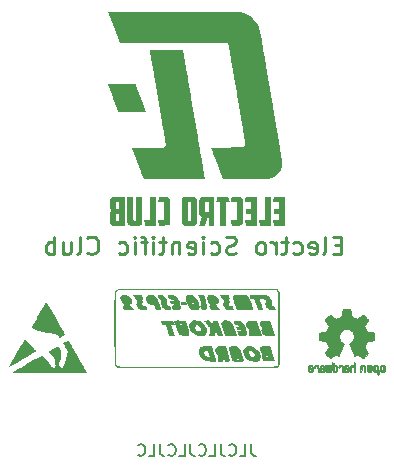
<source format=gbr>
%TF.GenerationSoftware,KiCad,Pcbnew,(6.0.7)*%
%TF.CreationDate,2023-02-10T17:06:25+01:00*%
%TF.ProjectId,STM32L0_ESP32_Breakout_Board,53544d33-324c-4305-9f45-535033325f42,rev?*%
%TF.SameCoordinates,Original*%
%TF.FileFunction,Legend,Bot*%
%TF.FilePolarity,Positive*%
%FSLAX46Y46*%
G04 Gerber Fmt 4.6, Leading zero omitted, Abs format (unit mm)*
G04 Created by KiCad (PCBNEW (6.0.7)) date 2023-02-10 17:06:25*
%MOMM*%
%LPD*%
G01*
G04 APERTURE LIST*
%ADD10C,0.250000*%
%ADD11C,0.150000*%
%ADD12C,0.010000*%
G04 APERTURE END LIST*
D10*
X147264285Y-104992857D02*
X146764285Y-104992857D01*
X146550000Y-105778571D02*
X147264285Y-105778571D01*
X147264285Y-104278571D01*
X146550000Y-104278571D01*
X145692857Y-105778571D02*
X145835714Y-105707142D01*
X145907142Y-105564285D01*
X145907142Y-104278571D01*
X144550000Y-105707142D02*
X144692857Y-105778571D01*
X144978571Y-105778571D01*
X145121428Y-105707142D01*
X145192857Y-105564285D01*
X145192857Y-104992857D01*
X145121428Y-104850000D01*
X144978571Y-104778571D01*
X144692857Y-104778571D01*
X144550000Y-104850000D01*
X144478571Y-104992857D01*
X144478571Y-105135714D01*
X145192857Y-105278571D01*
X143192857Y-105707142D02*
X143335714Y-105778571D01*
X143621428Y-105778571D01*
X143764285Y-105707142D01*
X143835714Y-105635714D01*
X143907142Y-105492857D01*
X143907142Y-105064285D01*
X143835714Y-104921428D01*
X143764285Y-104850000D01*
X143621428Y-104778571D01*
X143335714Y-104778571D01*
X143192857Y-104850000D01*
X142764285Y-104778571D02*
X142192857Y-104778571D01*
X142550000Y-104278571D02*
X142550000Y-105564285D01*
X142478571Y-105707142D01*
X142335714Y-105778571D01*
X142192857Y-105778571D01*
X141692857Y-105778571D02*
X141692857Y-104778571D01*
X141692857Y-105064285D02*
X141621428Y-104921428D01*
X141550000Y-104850000D01*
X141407142Y-104778571D01*
X141264285Y-104778571D01*
X140550000Y-105778571D02*
X140692857Y-105707142D01*
X140764285Y-105635714D01*
X140835714Y-105492857D01*
X140835714Y-105064285D01*
X140764285Y-104921428D01*
X140692857Y-104850000D01*
X140550000Y-104778571D01*
X140335714Y-104778571D01*
X140192857Y-104850000D01*
X140121428Y-104921428D01*
X140050000Y-105064285D01*
X140050000Y-105492857D01*
X140121428Y-105635714D01*
X140192857Y-105707142D01*
X140335714Y-105778571D01*
X140550000Y-105778571D01*
X138335714Y-105707142D02*
X138121428Y-105778571D01*
X137764285Y-105778571D01*
X137621428Y-105707142D01*
X137550000Y-105635714D01*
X137478571Y-105492857D01*
X137478571Y-105350000D01*
X137550000Y-105207142D01*
X137621428Y-105135714D01*
X137764285Y-105064285D01*
X138050000Y-104992857D01*
X138192857Y-104921428D01*
X138264285Y-104850000D01*
X138335714Y-104707142D01*
X138335714Y-104564285D01*
X138264285Y-104421428D01*
X138192857Y-104350000D01*
X138050000Y-104278571D01*
X137692857Y-104278571D01*
X137478571Y-104350000D01*
X136192857Y-105707142D02*
X136335714Y-105778571D01*
X136621428Y-105778571D01*
X136764285Y-105707142D01*
X136835714Y-105635714D01*
X136907142Y-105492857D01*
X136907142Y-105064285D01*
X136835714Y-104921428D01*
X136764285Y-104850000D01*
X136621428Y-104778571D01*
X136335714Y-104778571D01*
X136192857Y-104850000D01*
X135550000Y-105778571D02*
X135550000Y-104778571D01*
X135550000Y-104278571D02*
X135621428Y-104350000D01*
X135550000Y-104421428D01*
X135478571Y-104350000D01*
X135550000Y-104278571D01*
X135550000Y-104421428D01*
X134264285Y-105707142D02*
X134407142Y-105778571D01*
X134692857Y-105778571D01*
X134835714Y-105707142D01*
X134907142Y-105564285D01*
X134907142Y-104992857D01*
X134835714Y-104850000D01*
X134692857Y-104778571D01*
X134407142Y-104778571D01*
X134264285Y-104850000D01*
X134192857Y-104992857D01*
X134192857Y-105135714D01*
X134907142Y-105278571D01*
X133550000Y-104778571D02*
X133550000Y-105778571D01*
X133550000Y-104921428D02*
X133478571Y-104850000D01*
X133335714Y-104778571D01*
X133121428Y-104778571D01*
X132978571Y-104850000D01*
X132907142Y-104992857D01*
X132907142Y-105778571D01*
X132407142Y-104778571D02*
X131835714Y-104778571D01*
X132192857Y-104278571D02*
X132192857Y-105564285D01*
X132121428Y-105707142D01*
X131978571Y-105778571D01*
X131835714Y-105778571D01*
X131335714Y-105778571D02*
X131335714Y-104778571D01*
X131335714Y-104278571D02*
X131407142Y-104350000D01*
X131335714Y-104421428D01*
X131264285Y-104350000D01*
X131335714Y-104278571D01*
X131335714Y-104421428D01*
X130835714Y-104778571D02*
X130264285Y-104778571D01*
X130621428Y-105778571D02*
X130621428Y-104492857D01*
X130550000Y-104350000D01*
X130407142Y-104278571D01*
X130264285Y-104278571D01*
X129764285Y-105778571D02*
X129764285Y-104778571D01*
X129764285Y-104278571D02*
X129835714Y-104350000D01*
X129764285Y-104421428D01*
X129692857Y-104350000D01*
X129764285Y-104278571D01*
X129764285Y-104421428D01*
X128407142Y-105707142D02*
X128550000Y-105778571D01*
X128835714Y-105778571D01*
X128978571Y-105707142D01*
X129050000Y-105635714D01*
X129121428Y-105492857D01*
X129121428Y-105064285D01*
X129050000Y-104921428D01*
X128978571Y-104850000D01*
X128835714Y-104778571D01*
X128550000Y-104778571D01*
X128407142Y-104850000D01*
X125764285Y-105635714D02*
X125835714Y-105707142D01*
X126050000Y-105778571D01*
X126192857Y-105778571D01*
X126407142Y-105707142D01*
X126550000Y-105564285D01*
X126621428Y-105421428D01*
X126692857Y-105135714D01*
X126692857Y-104921428D01*
X126621428Y-104635714D01*
X126550000Y-104492857D01*
X126407142Y-104350000D01*
X126192857Y-104278571D01*
X126050000Y-104278571D01*
X125835714Y-104350000D01*
X125764285Y-104421428D01*
X124907142Y-105778571D02*
X125050000Y-105707142D01*
X125121428Y-105564285D01*
X125121428Y-104278571D01*
X123692857Y-104778571D02*
X123692857Y-105778571D01*
X124335714Y-104778571D02*
X124335714Y-105564285D01*
X124264285Y-105707142D01*
X124121428Y-105778571D01*
X123907142Y-105778571D01*
X123764285Y-105707142D01*
X123692857Y-105635714D01*
X122978571Y-105778571D02*
X122978571Y-104278571D01*
X122978571Y-104850000D02*
X122835714Y-104778571D01*
X122550000Y-104778571D01*
X122407142Y-104850000D01*
X122335714Y-104921428D01*
X122264285Y-105064285D01*
X122264285Y-105492857D01*
X122335714Y-105635714D01*
X122407142Y-105707142D01*
X122550000Y-105778571D01*
X122835714Y-105778571D01*
X122978571Y-105707142D01*
D11*
X139619047Y-121852380D02*
X139619047Y-122566666D01*
X139666666Y-122709523D01*
X139761904Y-122804761D01*
X139904761Y-122852380D01*
X140000000Y-122852380D01*
X138666666Y-122852380D02*
X139142857Y-122852380D01*
X139142857Y-121852380D01*
X137761904Y-122757142D02*
X137809523Y-122804761D01*
X137952380Y-122852380D01*
X138047619Y-122852380D01*
X138190476Y-122804761D01*
X138285714Y-122709523D01*
X138333333Y-122614285D01*
X138380952Y-122423809D01*
X138380952Y-122280952D01*
X138333333Y-122090476D01*
X138285714Y-121995238D01*
X138190476Y-121900000D01*
X138047619Y-121852380D01*
X137952380Y-121852380D01*
X137809523Y-121900000D01*
X137761904Y-121947619D01*
X137047619Y-121852380D02*
X137047619Y-122566666D01*
X137095238Y-122709523D01*
X137190476Y-122804761D01*
X137333333Y-122852380D01*
X137428571Y-122852380D01*
X136095238Y-122852380D02*
X136571428Y-122852380D01*
X136571428Y-121852380D01*
X135190476Y-122757142D02*
X135238095Y-122804761D01*
X135380952Y-122852380D01*
X135476190Y-122852380D01*
X135619047Y-122804761D01*
X135714285Y-122709523D01*
X135761904Y-122614285D01*
X135809523Y-122423809D01*
X135809523Y-122280952D01*
X135761904Y-122090476D01*
X135714285Y-121995238D01*
X135619047Y-121900000D01*
X135476190Y-121852380D01*
X135380952Y-121852380D01*
X135238095Y-121900000D01*
X135190476Y-121947619D01*
X134476190Y-121852380D02*
X134476190Y-122566666D01*
X134523809Y-122709523D01*
X134619047Y-122804761D01*
X134761904Y-122852380D01*
X134857142Y-122852380D01*
X133523809Y-122852380D02*
X134000000Y-122852380D01*
X134000000Y-121852380D01*
X132619047Y-122757142D02*
X132666666Y-122804761D01*
X132809523Y-122852380D01*
X132904761Y-122852380D01*
X133047619Y-122804761D01*
X133142857Y-122709523D01*
X133190476Y-122614285D01*
X133238095Y-122423809D01*
X133238095Y-122280952D01*
X133190476Y-122090476D01*
X133142857Y-121995238D01*
X133047619Y-121900000D01*
X132904761Y-121852380D01*
X132809523Y-121852380D01*
X132666666Y-121900000D01*
X132619047Y-121947619D01*
X131904761Y-121852380D02*
X131904761Y-122566666D01*
X131952380Y-122709523D01*
X132047619Y-122804761D01*
X132190476Y-122852380D01*
X132285714Y-122852380D01*
X130952380Y-122852380D02*
X131428571Y-122852380D01*
X131428571Y-121852380D01*
X130047619Y-122757142D02*
X130095238Y-122804761D01*
X130238095Y-122852380D01*
X130333333Y-122852380D01*
X130476190Y-122804761D01*
X130571428Y-122709523D01*
X130619047Y-122614285D01*
X130666666Y-122423809D01*
X130666666Y-122280952D01*
X130619047Y-122090476D01*
X130571428Y-121995238D01*
X130476190Y-121900000D01*
X130333333Y-121852380D01*
X130238095Y-121852380D01*
X130095238Y-121900000D01*
X130047619Y-121947619D01*
%TO.C,G\u002A\u002A\u002A*%
G36*
X132181155Y-100903745D02*
G01*
X132227055Y-100904119D01*
X132300090Y-100904799D01*
X132361182Y-100905522D01*
X132411591Y-100906337D01*
X132452577Y-100907290D01*
X132485402Y-100908431D01*
X132511323Y-100909808D01*
X132531603Y-100911468D01*
X132547501Y-100913461D01*
X132560276Y-100915833D01*
X132571190Y-100918633D01*
X132576040Y-100920077D01*
X132629747Y-100941447D01*
X132673147Y-100970358D01*
X132707458Y-101008123D01*
X132733896Y-101056053D01*
X132753677Y-101115461D01*
X132754842Y-101120292D01*
X132756442Y-101128402D01*
X132757877Y-101138204D01*
X132759157Y-101150417D01*
X132760289Y-101165758D01*
X132761282Y-101184946D01*
X132762143Y-101208698D01*
X132762883Y-101237732D01*
X132763508Y-101272767D01*
X132764028Y-101314520D01*
X132764451Y-101363710D01*
X132764784Y-101421055D01*
X132765038Y-101487272D01*
X132765219Y-101563080D01*
X132765337Y-101649196D01*
X132765400Y-101746339D01*
X132765417Y-101855227D01*
X132765395Y-101976577D01*
X132765343Y-102111108D01*
X132765342Y-102113354D01*
X132765268Y-102248343D01*
X132765171Y-102370162D01*
X132765041Y-102479530D01*
X132764872Y-102577163D01*
X132764653Y-102663778D01*
X132764376Y-102740095D01*
X132764033Y-102806830D01*
X132763616Y-102864701D01*
X132763116Y-102914426D01*
X132762524Y-102956722D01*
X132761833Y-102992307D01*
X132761032Y-103021898D01*
X132760115Y-103046213D01*
X132759072Y-103065971D01*
X132757895Y-103081887D01*
X132756576Y-103094681D01*
X132755105Y-103105070D01*
X132753475Y-103113770D01*
X132743737Y-103152899D01*
X132721600Y-103211739D01*
X132692618Y-103258852D01*
X132656407Y-103294674D01*
X132612584Y-103319646D01*
X132560766Y-103334205D01*
X132559641Y-103334368D01*
X132544619Y-103335427D01*
X132517397Y-103336444D01*
X132479449Y-103337396D01*
X132432250Y-103338257D01*
X132377273Y-103339005D01*
X132315993Y-103339616D01*
X132249884Y-103340066D01*
X132180419Y-103340332D01*
X131831345Y-103341149D01*
X131827610Y-103325513D01*
X131827221Y-103323793D01*
X131824242Y-103309628D01*
X131819032Y-103284208D01*
X131811966Y-103249380D01*
X131803417Y-103206994D01*
X131793760Y-103158897D01*
X131783369Y-103106938D01*
X131742862Y-102904000D01*
X131984845Y-102901932D01*
X131998002Y-102901819D01*
X132059868Y-102901264D01*
X132109558Y-102900705D01*
X132148522Y-102900042D01*
X132178208Y-102899174D01*
X132200066Y-102898002D01*
X132215544Y-102896423D01*
X132226092Y-102894337D01*
X132233160Y-102891645D01*
X132238195Y-102888245D01*
X132242647Y-102884036D01*
X132258468Y-102868209D01*
X132260680Y-102293339D01*
X132260930Y-102216275D01*
X132261101Y-102082049D01*
X132260877Y-101960954D01*
X132260247Y-101852493D01*
X132259202Y-101756166D01*
X132257732Y-101671478D01*
X132255828Y-101597929D01*
X132253481Y-101535024D01*
X132250681Y-101482263D01*
X132247418Y-101439150D01*
X132243682Y-101405186D01*
X132239869Y-101376828D01*
X132071959Y-101368631D01*
X132051335Y-101367654D01*
X131997749Y-101365353D01*
X131944673Y-101363379D01*
X131895449Y-101361840D01*
X131853419Y-101360846D01*
X131821925Y-101360505D01*
X131805545Y-101360495D01*
X131775903Y-101360163D01*
X131757051Y-101359124D01*
X131746809Y-101357044D01*
X131742997Y-101353585D01*
X131743433Y-101348414D01*
X131743788Y-101347049D01*
X131746642Y-101333937D01*
X131751655Y-101309489D01*
X131758464Y-101275524D01*
X131766708Y-101233861D01*
X131776022Y-101186320D01*
X131786045Y-101134720D01*
X131788684Y-101121086D01*
X131798592Y-101070061D01*
X131807709Y-101023361D01*
X131815668Y-100982849D01*
X131822101Y-100950391D01*
X131826641Y-100927851D01*
X131828921Y-100917095D01*
X131832816Y-100901002D01*
X132181155Y-100903745D01*
G37*
G36*
X129448886Y-91340717D02*
G01*
X129533113Y-91340763D01*
X129608480Y-91340838D01*
X129674266Y-91340942D01*
X129729753Y-91341076D01*
X129774220Y-91341238D01*
X129806947Y-91341429D01*
X129827216Y-91341647D01*
X129834305Y-91341893D01*
X129835427Y-91344609D01*
X129841053Y-91359119D01*
X129851182Y-91385577D01*
X129865568Y-91423334D01*
X129883966Y-91471741D01*
X129906130Y-91530149D01*
X129931815Y-91597909D01*
X129960774Y-91674373D01*
X129992763Y-91758892D01*
X130027535Y-91850817D01*
X130064846Y-91949500D01*
X130104449Y-92054292D01*
X130146099Y-92164544D01*
X130189551Y-92279607D01*
X130234559Y-92398832D01*
X130280877Y-92521572D01*
X130309613Y-92597733D01*
X130355219Y-92718602D01*
X130399384Y-92835648D01*
X130441861Y-92948216D01*
X130482402Y-93055650D01*
X130520760Y-93157293D01*
X130556687Y-93252491D01*
X130589936Y-93340587D01*
X130620259Y-93420926D01*
X130647409Y-93492851D01*
X130671138Y-93555708D01*
X130691198Y-93608839D01*
X130707343Y-93651589D01*
X130719323Y-93683303D01*
X130726893Y-93703325D01*
X130729805Y-93710998D01*
X130730142Y-93712279D01*
X130729489Y-93714331D01*
X130726474Y-93716116D01*
X130720211Y-93717656D01*
X130709811Y-93718975D01*
X130694388Y-93720094D01*
X130673053Y-93721037D01*
X130644919Y-93721826D01*
X130609099Y-93722484D01*
X130564705Y-93723033D01*
X130510850Y-93723496D01*
X130446646Y-93723895D01*
X130371206Y-93724254D01*
X130283642Y-93724594D01*
X130183066Y-93724939D01*
X130179312Y-93724952D01*
X129996828Y-93725555D01*
X129827716Y-93726113D01*
X129671457Y-93726624D01*
X129527533Y-93727084D01*
X129395428Y-93727491D01*
X129274624Y-93727844D01*
X129164603Y-93728139D01*
X129064848Y-93728374D01*
X128974841Y-93728547D01*
X128894065Y-93728656D01*
X128822001Y-93728697D01*
X128758134Y-93728670D01*
X128701944Y-93728570D01*
X128652915Y-93728397D01*
X128610529Y-93728147D01*
X128574269Y-93727818D01*
X128543616Y-93727409D01*
X128518054Y-93726915D01*
X128497065Y-93726335D01*
X128480131Y-93725667D01*
X128466735Y-93724909D01*
X128456360Y-93724057D01*
X128448487Y-93723109D01*
X128442599Y-93722064D01*
X128438179Y-93720918D01*
X128434709Y-93719670D01*
X128431672Y-93718317D01*
X128428550Y-93716856D01*
X128423428Y-93714303D01*
X128400328Y-93698511D01*
X128381679Y-93679917D01*
X128378769Y-93675141D01*
X128369932Y-93656769D01*
X128357098Y-93627121D01*
X128340736Y-93587371D01*
X128321319Y-93538691D01*
X128299317Y-93482255D01*
X128275202Y-93419234D01*
X128249445Y-93350802D01*
X128233768Y-93308871D01*
X128211682Y-93249889D01*
X128185622Y-93180376D01*
X128156085Y-93101651D01*
X128123567Y-93015034D01*
X128088563Y-92921845D01*
X128051570Y-92823402D01*
X128013082Y-92721026D01*
X127973596Y-92616036D01*
X127933608Y-92509751D01*
X127893613Y-92403492D01*
X127854108Y-92298578D01*
X127844305Y-92272549D01*
X127806891Y-92173163D01*
X127770378Y-92076109D01*
X127735130Y-91982358D01*
X127701511Y-91892878D01*
X127669885Y-91808641D01*
X127640615Y-91730617D01*
X127614066Y-91659776D01*
X127590601Y-91597088D01*
X127570584Y-91543524D01*
X127554379Y-91500054D01*
X127542350Y-91467649D01*
X127534861Y-91447278D01*
X127496985Y-91343037D01*
X128664460Y-91341280D01*
X128671664Y-91341269D01*
X128797761Y-91341095D01*
X128920036Y-91340953D01*
X129037768Y-91340843D01*
X129150240Y-91340765D01*
X129256729Y-91340718D01*
X129356518Y-91340702D01*
X129448886Y-91340717D01*
G37*
G36*
X137525893Y-85255549D02*
G01*
X137667399Y-85255612D01*
X137796376Y-85255723D01*
X137913376Y-85255886D01*
X138018953Y-85256105D01*
X138113661Y-85256384D01*
X138198052Y-85256726D01*
X138272680Y-85257136D01*
X138338099Y-85257616D01*
X138394862Y-85258172D01*
X138443521Y-85258807D01*
X138484631Y-85259524D01*
X138518745Y-85260327D01*
X138546416Y-85261220D01*
X138568198Y-85262208D01*
X138584643Y-85263293D01*
X138596306Y-85264479D01*
X138629423Y-85269053D01*
X138784669Y-85297207D01*
X138934129Y-85335973D01*
X139079431Y-85385969D01*
X139222204Y-85447812D01*
X139364076Y-85522118D01*
X139506676Y-85609504D01*
X139543496Y-85634118D01*
X139672460Y-85728652D01*
X139789869Y-85828907D01*
X139897105Y-85936238D01*
X139995553Y-86051999D01*
X140086596Y-86177546D01*
X140117211Y-86224573D01*
X140200397Y-86369195D01*
X140271581Y-86520656D01*
X140330854Y-86679158D01*
X140378303Y-86844905D01*
X140379412Y-86849469D01*
X140387530Y-86885048D01*
X140396979Y-86929961D01*
X140407831Y-86984608D01*
X140420155Y-87049390D01*
X140434025Y-87124707D01*
X140449510Y-87210960D01*
X140466683Y-87308548D01*
X140485613Y-87417871D01*
X140506373Y-87539331D01*
X140529034Y-87673326D01*
X140553667Y-87820259D01*
X140580343Y-87980528D01*
X140593451Y-88059315D01*
X140611055Y-88164622D01*
X140630363Y-88279656D01*
X140651008Y-88402254D01*
X140672625Y-88530252D01*
X140694846Y-88661486D01*
X140717305Y-88793794D01*
X140739636Y-88925012D01*
X140761473Y-89052975D01*
X140782449Y-89175521D01*
X140802197Y-89290487D01*
X140822888Y-89410701D01*
X140843685Y-89531553D01*
X140862641Y-89641742D01*
X140879999Y-89742701D01*
X140896005Y-89835862D01*
X140910902Y-89922661D01*
X140924936Y-90004529D01*
X140938351Y-90082902D01*
X140951390Y-90159211D01*
X140964300Y-90234890D01*
X140977324Y-90311373D01*
X140990706Y-90390094D01*
X141004692Y-90472485D01*
X141019526Y-90559980D01*
X141035452Y-90654013D01*
X141052714Y-90756017D01*
X141071558Y-90867425D01*
X141092228Y-90989671D01*
X141114968Y-91124188D01*
X141125900Y-91188824D01*
X141146012Y-91307590D01*
X141167310Y-91433180D01*
X141189404Y-91563312D01*
X141211906Y-91695706D01*
X141234429Y-91828080D01*
X141256584Y-91958154D01*
X141277982Y-92083646D01*
X141298236Y-92202276D01*
X141316958Y-92311763D01*
X141333759Y-92409824D01*
X141342662Y-92461802D01*
X141359283Y-92559156D01*
X141377672Y-92667214D01*
X141397512Y-92784088D01*
X141418483Y-92907893D01*
X141440267Y-93036741D01*
X141462545Y-93168745D01*
X141484998Y-93302018D01*
X141507309Y-93434674D01*
X141529158Y-93564826D01*
X141550227Y-93690586D01*
X141570197Y-93810069D01*
X141582865Y-93885949D01*
X141604887Y-94017732D01*
X141625354Y-94140026D01*
X141644531Y-94254377D01*
X141662680Y-94362330D01*
X141680067Y-94465429D01*
X141696955Y-94565220D01*
X141713607Y-94663249D01*
X141730287Y-94761060D01*
X141747259Y-94860199D01*
X141764788Y-94962211D01*
X141783135Y-95068642D01*
X141802566Y-95181035D01*
X141823344Y-95300938D01*
X141845732Y-95429894D01*
X141869996Y-95569450D01*
X141896397Y-95721149D01*
X141898338Y-95732305D01*
X141914081Y-95823284D01*
X141931037Y-95922052D01*
X141948688Y-96025542D01*
X141966515Y-96130685D01*
X141983999Y-96234413D01*
X142000622Y-96333659D01*
X142015863Y-96425354D01*
X142029205Y-96506430D01*
X142033612Y-96533376D01*
X142053047Y-96651946D01*
X142072587Y-96770756D01*
X142092038Y-96888642D01*
X142111206Y-97004441D01*
X142129895Y-97116990D01*
X142147912Y-97225126D01*
X142165062Y-97327685D01*
X142181151Y-97423505D01*
X142195984Y-97511421D01*
X142209368Y-97590272D01*
X142221106Y-97658893D01*
X142231006Y-97716121D01*
X142238872Y-97760794D01*
X142239053Y-97761808D01*
X142247830Y-97811937D01*
X142254312Y-97852323D01*
X142258845Y-97886799D01*
X142261779Y-97919197D01*
X142263462Y-97953349D01*
X142264243Y-97993087D01*
X142264471Y-98042244D01*
X142264319Y-98083449D01*
X142263234Y-98135990D01*
X142260970Y-98179458D01*
X142257357Y-98216742D01*
X142252225Y-98250725D01*
X142232459Y-98345353D01*
X142194398Y-98476587D01*
X142144957Y-98600547D01*
X142083619Y-98718316D01*
X142009868Y-98830974D01*
X141923188Y-98939601D01*
X141852707Y-99013298D01*
X141759527Y-99094164D01*
X141657465Y-99167316D01*
X141548616Y-99231537D01*
X141435079Y-99285606D01*
X141318949Y-99328306D01*
X141202325Y-99358418D01*
X141187199Y-99361425D01*
X141170307Y-99364614D01*
X141153299Y-99367539D01*
X141135546Y-99370215D01*
X141116422Y-99372657D01*
X141095302Y-99374878D01*
X141071558Y-99376892D01*
X141044565Y-99378714D01*
X141013696Y-99380357D01*
X140978324Y-99381837D01*
X140937823Y-99383166D01*
X140891567Y-99384360D01*
X140838929Y-99385432D01*
X140779283Y-99386396D01*
X140712002Y-99387267D01*
X140636460Y-99388058D01*
X140552031Y-99388785D01*
X140458088Y-99389460D01*
X140354005Y-99390098D01*
X140239156Y-99390713D01*
X140112913Y-99391320D01*
X139974650Y-99391932D01*
X139823742Y-99392564D01*
X139659562Y-99393230D01*
X139591982Y-99393501D01*
X139380590Y-99394350D01*
X139182523Y-99395143D01*
X138997343Y-99395878D01*
X138824610Y-99396554D01*
X138663887Y-99397171D01*
X138514734Y-99397727D01*
X138376713Y-99398221D01*
X138249385Y-99398652D01*
X138132311Y-99399019D01*
X138025052Y-99399320D01*
X137927170Y-99399556D01*
X137838226Y-99399724D01*
X137757782Y-99399823D01*
X137685397Y-99399854D01*
X137620635Y-99399813D01*
X137563055Y-99399701D01*
X137512220Y-99399515D01*
X137467691Y-99399256D01*
X137429028Y-99398922D01*
X137395793Y-99398512D01*
X137367547Y-99398025D01*
X137343853Y-99397459D01*
X137324270Y-99396814D01*
X137308360Y-99396088D01*
X137295684Y-99395281D01*
X137285804Y-99394391D01*
X137278282Y-99393418D01*
X137272677Y-99392359D01*
X137268551Y-99391215D01*
X137265467Y-99389984D01*
X137262984Y-99388664D01*
X137260665Y-99387256D01*
X137259229Y-99386360D01*
X137241282Y-99372377D01*
X137228191Y-99357747D01*
X137228085Y-99357575D01*
X137223434Y-99347416D01*
X137214496Y-99325627D01*
X137201790Y-99293545D01*
X137185831Y-99252508D01*
X137167138Y-99203855D01*
X137146226Y-99148925D01*
X137123615Y-99089054D01*
X137099820Y-99025582D01*
X137087894Y-98993688D01*
X137065048Y-98932720D01*
X137037650Y-98859733D01*
X137005927Y-98775330D01*
X136970106Y-98680111D01*
X136930414Y-98574680D01*
X136887078Y-98459637D01*
X136840324Y-98335585D01*
X136790381Y-98203124D01*
X136737473Y-98062858D01*
X136681830Y-97915387D01*
X136623676Y-97761314D01*
X136563240Y-97601239D01*
X136500748Y-97435766D01*
X136436427Y-97265495D01*
X136370504Y-97091029D01*
X136303206Y-96912969D01*
X136238847Y-96742709D01*
X137546140Y-96737686D01*
X137700787Y-96737069D01*
X137867085Y-96736344D01*
X138019961Y-96735605D01*
X138159672Y-96734851D01*
X138286473Y-96734078D01*
X138400622Y-96733285D01*
X138502373Y-96732469D01*
X138591984Y-96731627D01*
X138669709Y-96730757D01*
X138735807Y-96729857D01*
X138790531Y-96728924D01*
X138834139Y-96727956D01*
X138866887Y-96726950D01*
X138889031Y-96725904D01*
X138900827Y-96724815D01*
X138901337Y-96724730D01*
X138960031Y-96709031D01*
X139013389Y-96683226D01*
X139059433Y-96648793D01*
X139096184Y-96607209D01*
X139121664Y-96559952D01*
X139125423Y-96549777D01*
X139133338Y-96523251D01*
X139138502Y-96495289D01*
X139140849Y-96464164D01*
X139140313Y-96428148D01*
X139136829Y-96385517D01*
X139130332Y-96334542D01*
X139120755Y-96273498D01*
X139108034Y-96200657D01*
X139101474Y-96164196D01*
X139090079Y-96100333D01*
X139078147Y-96032781D01*
X139065536Y-95960706D01*
X139052103Y-95883272D01*
X139037706Y-95799643D01*
X139022203Y-95708983D01*
X139005452Y-95610457D01*
X138987310Y-95503228D01*
X138967635Y-95386462D01*
X138946285Y-95259322D01*
X138923117Y-95120974D01*
X138897988Y-94970580D01*
X138870758Y-94807305D01*
X138859212Y-94738096D01*
X138840809Y-94628034D01*
X138821791Y-94514577D01*
X138802479Y-94399625D01*
X138783193Y-94285080D01*
X138764255Y-94172841D01*
X138745985Y-94064809D01*
X138728704Y-93962887D01*
X138712734Y-93868973D01*
X138698394Y-93784970D01*
X138686007Y-93712777D01*
X138684154Y-93702013D01*
X138672769Y-93635640D01*
X138659384Y-93557307D01*
X138644251Y-93468490D01*
X138627618Y-93370666D01*
X138609737Y-93265313D01*
X138590857Y-93153906D01*
X138571229Y-93037922D01*
X138551102Y-92918838D01*
X138530726Y-92798132D01*
X138510353Y-92677279D01*
X138490231Y-92557756D01*
X138470612Y-92441040D01*
X138464305Y-92403497D01*
X138430566Y-92202835D01*
X138394842Y-91990666D01*
X138357446Y-91768821D01*
X138318686Y-91539134D01*
X138278873Y-91303439D01*
X138238317Y-91063567D01*
X138197328Y-90821354D01*
X138156217Y-90578630D01*
X138115293Y-90337231D01*
X138074868Y-90098988D01*
X138035250Y-89865735D01*
X137996750Y-89639306D01*
X137959679Y-89421533D01*
X137945763Y-89339743D01*
X137928295Y-89236873D01*
X137909941Y-89128589D01*
X137891163Y-89017623D01*
X137872420Y-88906704D01*
X137854176Y-88798563D01*
X137836891Y-88695930D01*
X137821027Y-88601537D01*
X137807044Y-88518113D01*
X137795248Y-88448003D01*
X137782933Y-88375639D01*
X137771225Y-88307674D01*
X137760359Y-88245437D01*
X137750573Y-88190260D01*
X137742102Y-88143474D01*
X137735182Y-88106409D01*
X137730050Y-88080396D01*
X137726942Y-88066766D01*
X137711224Y-88021288D01*
X137682507Y-87966455D01*
X137645726Y-87922683D01*
X137600216Y-87889392D01*
X137545313Y-87866004D01*
X137480351Y-87851938D01*
X137474832Y-87851445D01*
X137454284Y-87850596D01*
X137420584Y-87849876D01*
X137373675Y-87849285D01*
X137313499Y-87848821D01*
X137239998Y-87848486D01*
X137153117Y-87848279D01*
X137052796Y-87848201D01*
X136938979Y-87848250D01*
X136811608Y-87848428D01*
X136670626Y-87848734D01*
X136515976Y-87849168D01*
X136347599Y-87849730D01*
X136165439Y-87850420D01*
X135969439Y-87851239D01*
X135883016Y-87851601D01*
X135760216Y-87852081D01*
X135624925Y-87852575D01*
X135477934Y-87853081D01*
X135320035Y-87853596D01*
X135152020Y-87854119D01*
X134974679Y-87854648D01*
X134788804Y-87855181D01*
X134595188Y-87855716D01*
X134394620Y-87856251D01*
X134187894Y-87856784D01*
X133975800Y-87857313D01*
X133759130Y-87857836D01*
X133538676Y-87858351D01*
X133315229Y-87858856D01*
X133089580Y-87859350D01*
X132862521Y-87859830D01*
X132634844Y-87860294D01*
X132407339Y-87860740D01*
X132180800Y-87861166D01*
X131956016Y-87861571D01*
X131733780Y-87861953D01*
X131514883Y-87862308D01*
X128519699Y-87867033D01*
X128032689Y-86575104D01*
X127545679Y-85283174D01*
X128401006Y-85278838D01*
X128461739Y-85278539D01*
X128567202Y-85278053D01*
X128685501Y-85277543D01*
X128816029Y-85277010D01*
X128958177Y-85276457D01*
X129111339Y-85275885D01*
X129274906Y-85275295D01*
X129448271Y-85274689D01*
X129630827Y-85274069D01*
X129821965Y-85273436D01*
X130021079Y-85272792D01*
X130227560Y-85272138D01*
X130440801Y-85271476D01*
X130660194Y-85270807D01*
X130885133Y-85270134D01*
X131115008Y-85269457D01*
X131349213Y-85268779D01*
X131587139Y-85268101D01*
X131828180Y-85267424D01*
X132071728Y-85266750D01*
X132317175Y-85266081D01*
X132563913Y-85265418D01*
X132811335Y-85264763D01*
X133058833Y-85264118D01*
X133305800Y-85263483D01*
X133551628Y-85262862D01*
X133795710Y-85262254D01*
X134037437Y-85261663D01*
X134276203Y-85261088D01*
X134511399Y-85260533D01*
X134742418Y-85259999D01*
X134968653Y-85259486D01*
X135189495Y-85258998D01*
X135404338Y-85258535D01*
X135612573Y-85258099D01*
X135813594Y-85257691D01*
X136006791Y-85257313D01*
X136191559Y-85256968D01*
X136367288Y-85256655D01*
X136533372Y-85256378D01*
X136689203Y-85256137D01*
X136834174Y-85255935D01*
X136967676Y-85255772D01*
X137089102Y-85255650D01*
X137197845Y-85255571D01*
X137293297Y-85255537D01*
X137371304Y-85255531D01*
X137525893Y-85255549D01*
G37*
G36*
X131573953Y-102127972D02*
G01*
X131573951Y-102236900D01*
X131573936Y-102380318D01*
X131573904Y-102510866D01*
X131573847Y-102629150D01*
X131573759Y-102735774D01*
X131573635Y-102831343D01*
X131573469Y-102916461D01*
X131573254Y-102991733D01*
X131572985Y-103057764D01*
X131572655Y-103115157D01*
X131572259Y-103164518D01*
X131571790Y-103206452D01*
X131571243Y-103241562D01*
X131570611Y-103270453D01*
X131569889Y-103293731D01*
X131569070Y-103311998D01*
X131568148Y-103325861D01*
X131567118Y-103335923D01*
X131565974Y-103342789D01*
X131564708Y-103347064D01*
X131563316Y-103349352D01*
X131561792Y-103350258D01*
X131552922Y-103350837D01*
X131531376Y-103351412D01*
X131498412Y-103351967D01*
X131455276Y-103352491D01*
X131403213Y-103352972D01*
X131343467Y-103353400D01*
X131277284Y-103353761D01*
X131205908Y-103354046D01*
X131130585Y-103354242D01*
X131118373Y-103354266D01*
X131030588Y-103354428D01*
X130955510Y-103354493D01*
X130892085Y-103354379D01*
X130839256Y-103354004D01*
X130795967Y-103353286D01*
X130761162Y-103352144D01*
X130733786Y-103350495D01*
X130712782Y-103348259D01*
X130697095Y-103345352D01*
X130685669Y-103341694D01*
X130677449Y-103337203D01*
X130671377Y-103331797D01*
X130666399Y-103325393D01*
X130661459Y-103317912D01*
X130659328Y-103313751D01*
X130654094Y-103298342D01*
X130647450Y-103272960D01*
X130639264Y-103236978D01*
X130629403Y-103189773D01*
X130617734Y-103130720D01*
X130604124Y-103059194D01*
X130588440Y-102974569D01*
X130575372Y-102903338D01*
X130798424Y-102903236D01*
X130811710Y-102903229D01*
X130875077Y-102903102D01*
X130926218Y-102902666D01*
X130966545Y-102901698D01*
X130997468Y-102899979D01*
X131020398Y-102897286D01*
X131036745Y-102893397D01*
X131047920Y-102888092D01*
X131055333Y-102881148D01*
X131060396Y-102872345D01*
X131064519Y-102861461D01*
X131065133Y-102858870D01*
X131066316Y-102848520D01*
X131067388Y-102830999D01*
X131068353Y-102805791D01*
X131069215Y-102772378D01*
X131069979Y-102730242D01*
X131070650Y-102678866D01*
X131071233Y-102617732D01*
X131071731Y-102546322D01*
X131072149Y-102464119D01*
X131072492Y-102370605D01*
X131072765Y-102265264D01*
X131072972Y-102147576D01*
X131073117Y-102017024D01*
X131073205Y-101873092D01*
X131073598Y-100908865D01*
X131573953Y-100908865D01*
X131573953Y-102127972D01*
G37*
G36*
X136021559Y-103348099D02*
G01*
X136021559Y-103008311D01*
X136021555Y-102968334D01*
X136021498Y-102896860D01*
X136021338Y-102837324D01*
X136021026Y-102788412D01*
X136020513Y-102748812D01*
X136019750Y-102717208D01*
X136018687Y-102692288D01*
X136017277Y-102672738D01*
X136015470Y-102657245D01*
X136013217Y-102644494D01*
X136010470Y-102633171D01*
X136007179Y-102621964D01*
X135992798Y-102575405D01*
X135962291Y-102616458D01*
X135956282Y-102624776D01*
X135948000Y-102637541D01*
X135940209Y-102651906D01*
X135932279Y-102669548D01*
X135923577Y-102692141D01*
X135913472Y-102721363D01*
X135901332Y-102758888D01*
X135886526Y-102806394D01*
X135868423Y-102865555D01*
X135860197Y-102892568D01*
X135833557Y-102980061D01*
X135810555Y-103055442D01*
X135790843Y-103119623D01*
X135774072Y-103173519D01*
X135759892Y-103218043D01*
X135747955Y-103254109D01*
X135737912Y-103282630D01*
X135729413Y-103304521D01*
X135722111Y-103320695D01*
X135715656Y-103332065D01*
X135709699Y-103339546D01*
X135703891Y-103344052D01*
X135697884Y-103346495D01*
X135691328Y-103347790D01*
X135683875Y-103348850D01*
X135678053Y-103349569D01*
X135656263Y-103351084D01*
X135625047Y-103352298D01*
X135586349Y-103353217D01*
X135542112Y-103353846D01*
X135494281Y-103354192D01*
X135444797Y-103354260D01*
X135395606Y-103354057D01*
X135348651Y-103353587D01*
X135305874Y-103352857D01*
X135269220Y-103351872D01*
X135240633Y-103350639D01*
X135222055Y-103349163D01*
X135215431Y-103347450D01*
X135216510Y-103343128D01*
X135221459Y-103326593D01*
X135230071Y-103298920D01*
X135241960Y-103261318D01*
X135256739Y-103214996D01*
X135274024Y-103161161D01*
X135293427Y-103101023D01*
X135314562Y-103035789D01*
X135337045Y-102966668D01*
X135353394Y-102916462D01*
X135374923Y-102850237D01*
X135394830Y-102788869D01*
X135412730Y-102733553D01*
X135428238Y-102685481D01*
X135440970Y-102645847D01*
X135450541Y-102615844D01*
X135456565Y-102596666D01*
X135458659Y-102589507D01*
X135454116Y-102585992D01*
X135439648Y-102579101D01*
X135418700Y-102570769D01*
X135400205Y-102563570D01*
X135345866Y-102536662D01*
X135304092Y-102505494D01*
X135274195Y-102469465D01*
X135255485Y-102427972D01*
X135254892Y-102424955D01*
X135253446Y-102407970D01*
X135252146Y-102378788D01*
X135250991Y-102338639D01*
X135249981Y-102288755D01*
X135249116Y-102230365D01*
X135248395Y-102164699D01*
X135247817Y-102092989D01*
X135247382Y-102016463D01*
X135247089Y-101936353D01*
X135246939Y-101853889D01*
X135246933Y-101801529D01*
X135735672Y-101801529D01*
X135735695Y-101879504D01*
X135735850Y-101945276D01*
X135736239Y-101999932D01*
X135736966Y-102044557D01*
X135738133Y-102080237D01*
X135739843Y-102108057D01*
X135742200Y-102129105D01*
X135745306Y-102144465D01*
X135749263Y-102155224D01*
X135754176Y-102162468D01*
X135760146Y-102167281D01*
X135767277Y-102170751D01*
X135775672Y-102173963D01*
X135776074Y-102174109D01*
X135791473Y-102176847D01*
X135817157Y-102178707D01*
X135849698Y-102179708D01*
X135885668Y-102179874D01*
X135921639Y-102179224D01*
X135954184Y-102177781D01*
X135979873Y-102175565D01*
X135995279Y-102172598D01*
X136010167Y-102162864D01*
X136018174Y-102143612D01*
X136018575Y-102139322D01*
X136019232Y-102121397D01*
X136019770Y-102091663D01*
X136020182Y-102051476D01*
X136020463Y-102002193D01*
X136020604Y-101945172D01*
X136020601Y-101881768D01*
X136020445Y-101813340D01*
X136020131Y-101741243D01*
X136018085Y-101360953D01*
X136002228Y-101345128D01*
X136001148Y-101344061D01*
X135994117Y-101338120D01*
X135985648Y-101334033D01*
X135973251Y-101331461D01*
X135954433Y-101330061D01*
X135926701Y-101329491D01*
X135887563Y-101329409D01*
X135866739Y-101329545D01*
X135821004Y-101331060D01*
X135786993Y-101334501D01*
X135763191Y-101340178D01*
X135748081Y-101348399D01*
X135740148Y-101359474D01*
X135739664Y-101362991D01*
X135738858Y-101379321D01*
X135738109Y-101407493D01*
X135737434Y-101446197D01*
X135736847Y-101494127D01*
X135736363Y-101549974D01*
X135735997Y-101612430D01*
X135735764Y-101680189D01*
X135735678Y-101751941D01*
X135735672Y-101801529D01*
X135246933Y-101801529D01*
X135246929Y-101770301D01*
X135247061Y-101686819D01*
X135247333Y-101604673D01*
X135247745Y-101525095D01*
X135248297Y-101449313D01*
X135248987Y-101378559D01*
X135249816Y-101314063D01*
X135250783Y-101257054D01*
X135251887Y-101208764D01*
X135253128Y-101170422D01*
X135254505Y-101143260D01*
X135256018Y-101128506D01*
X135257439Y-101121573D01*
X135275697Y-101063729D01*
X135303344Y-101013740D01*
X135339346Y-100973120D01*
X135382664Y-100943383D01*
X135392916Y-100938289D01*
X135405451Y-100932691D01*
X135418699Y-100927857D01*
X135433674Y-100923731D01*
X135451389Y-100920258D01*
X135472859Y-100917379D01*
X135499100Y-100915040D01*
X135531124Y-100913184D01*
X135569946Y-100911755D01*
X135616581Y-100910696D01*
X135672043Y-100909951D01*
X135737347Y-100909464D01*
X135813506Y-100909178D01*
X135901535Y-100909037D01*
X136002448Y-100908986D01*
X136501067Y-100908865D01*
X136501067Y-103348099D01*
X136021559Y-103348099D01*
G37*
G36*
X138248252Y-100902248D02*
G01*
X138316612Y-100902854D01*
X138397662Y-100903823D01*
X138432868Y-100904287D01*
X138506080Y-100905393D01*
X138567362Y-100906658D01*
X138618094Y-100908241D01*
X138659655Y-100910302D01*
X138693427Y-100912999D01*
X138720788Y-100916494D01*
X138743119Y-100920945D01*
X138761800Y-100926512D01*
X138778210Y-100933355D01*
X138793730Y-100941634D01*
X138809739Y-100951509D01*
X138836118Y-100970700D01*
X138874857Y-101011170D01*
X138904538Y-101061434D01*
X138904918Y-101062260D01*
X138910421Y-101074928D01*
X138914727Y-101087370D01*
X138918066Y-101101603D01*
X138920667Y-101119645D01*
X138922759Y-101143512D01*
X138924571Y-101175221D01*
X138926333Y-101216789D01*
X138928274Y-101270233D01*
X138928592Y-101280636D01*
X138929316Y-101315406D01*
X138929958Y-101362525D01*
X138930516Y-101420893D01*
X138930987Y-101489411D01*
X138931367Y-101566978D01*
X138931653Y-101652495D01*
X138931842Y-101744861D01*
X138931931Y-101842978D01*
X138931916Y-101945744D01*
X138931794Y-102052061D01*
X138931562Y-102160827D01*
X138931217Y-102270944D01*
X138930804Y-102381436D01*
X138930343Y-102495954D01*
X138929885Y-102597995D01*
X138929417Y-102688322D01*
X138928926Y-102767694D01*
X138928401Y-102836872D01*
X138927826Y-102896617D01*
X138927192Y-102947690D01*
X138926483Y-102990850D01*
X138925688Y-103026859D01*
X138924795Y-103056477D01*
X138923789Y-103080465D01*
X138922659Y-103099583D01*
X138921392Y-103114592D01*
X138919976Y-103126253D01*
X138918396Y-103135326D01*
X138916642Y-103142572D01*
X138915578Y-103146302D01*
X138893084Y-103204875D01*
X138862501Y-103252329D01*
X138823208Y-103289257D01*
X138774583Y-103316253D01*
X138716004Y-103333910D01*
X138712906Y-103334513D01*
X138688697Y-103338065D01*
X138655318Y-103341714D01*
X138616760Y-103345064D01*
X138577016Y-103347718D01*
X138566592Y-103348237D01*
X138530016Y-103349529D01*
X138483212Y-103350633D01*
X138428859Y-103351509D01*
X138369635Y-103352122D01*
X138308217Y-103352431D01*
X138247284Y-103352400D01*
X138211898Y-103352266D01*
X138155913Y-103351977D01*
X138111558Y-103351562D01*
X138077355Y-103350933D01*
X138051827Y-103350000D01*
X138033499Y-103348675D01*
X138020894Y-103346869D01*
X138012535Y-103344493D01*
X138006945Y-103341458D01*
X138002648Y-103337675D01*
X138001908Y-103336786D01*
X137996229Y-103324118D01*
X137989008Y-103300646D01*
X137980635Y-103268397D01*
X137971504Y-103229401D01*
X137962007Y-103185686D01*
X137952535Y-103139279D01*
X137943480Y-103092208D01*
X137935235Y-103046503D01*
X137928191Y-103004191D01*
X137922741Y-102967301D01*
X137919277Y-102937860D01*
X137918190Y-102917897D01*
X137919874Y-102909441D01*
X137922226Y-102908785D01*
X137936794Y-102907350D01*
X137962717Y-102906039D01*
X137998227Y-102904904D01*
X138041556Y-102903994D01*
X138090935Y-102903360D01*
X138144596Y-102903052D01*
X138151319Y-102903036D01*
X138216987Y-102902772D01*
X138270273Y-102902185D01*
X138312566Y-102901052D01*
X138345255Y-102899147D01*
X138369728Y-102896248D01*
X138387374Y-102892129D01*
X138399581Y-102886567D01*
X138407739Y-102879336D01*
X138413236Y-102870212D01*
X138417460Y-102858972D01*
X138417903Y-102857406D01*
X138419332Y-102848716D01*
X138420583Y-102834500D01*
X138421662Y-102814059D01*
X138422576Y-102786697D01*
X138423331Y-102751715D01*
X138423933Y-102708417D01*
X138424390Y-102656103D01*
X138424707Y-102594077D01*
X138424892Y-102521641D01*
X138424951Y-102438097D01*
X138424890Y-102342748D01*
X138424716Y-102234895D01*
X138424435Y-102113842D01*
X138422572Y-101395705D01*
X138406750Y-101379877D01*
X138406127Y-101379255D01*
X138401659Y-101375143D01*
X138396408Y-101371835D01*
X138388918Y-101369227D01*
X138377730Y-101367218D01*
X138361389Y-101365707D01*
X138338436Y-101364592D01*
X138307414Y-101363770D01*
X138266865Y-101363141D01*
X138215333Y-101362602D01*
X138151361Y-101362053D01*
X138148506Y-101362029D01*
X138083144Y-101361387D01*
X138030423Y-101360641D01*
X137989133Y-101359731D01*
X137958063Y-101358601D01*
X137936004Y-101357195D01*
X137921746Y-101355454D01*
X137914079Y-101353321D01*
X137911792Y-101350741D01*
X137911842Y-101349951D01*
X137913469Y-101338359D01*
X137917164Y-101315271D01*
X137922621Y-101282501D01*
X137929534Y-101241865D01*
X137937600Y-101195178D01*
X137946511Y-101144256D01*
X137955773Y-101091867D01*
X137964118Y-101045629D01*
X137970889Y-101010003D01*
X137976498Y-100983374D01*
X137981359Y-100964123D01*
X137985886Y-100950632D01*
X137990490Y-100941283D01*
X137995584Y-100934459D01*
X138001583Y-100928541D01*
X138004943Y-100925607D01*
X138013395Y-100919548D01*
X138023677Y-100914530D01*
X138036996Y-100910478D01*
X138054558Y-100907318D01*
X138077571Y-100904974D01*
X138107240Y-100903370D01*
X138144772Y-100902431D01*
X138191374Y-100902082D01*
X138248252Y-100902248D01*
G37*
G36*
X140135634Y-103303644D02*
G01*
X140112044Y-103329398D01*
X140088455Y-103355152D01*
X139201191Y-103351574D01*
X139161544Y-103136143D01*
X139156736Y-103109946D01*
X139147335Y-103058296D01*
X139138930Y-103011540D01*
X139131829Y-102971434D01*
X139126341Y-102939731D01*
X139122775Y-102918185D01*
X139121441Y-102908550D01*
X139121744Y-102906086D01*
X139124053Y-102903377D01*
X139129741Y-102901223D01*
X139140124Y-102899562D01*
X139156516Y-102898329D01*
X139180232Y-102897462D01*
X139212587Y-102896898D01*
X139254897Y-102896573D01*
X139308475Y-102896424D01*
X139374637Y-102896389D01*
X139628290Y-102896389D01*
X139628290Y-102368449D01*
X139228700Y-102364761D01*
X139226862Y-102151067D01*
X139225025Y-101937374D01*
X139628290Y-101937374D01*
X139628290Y-101360575D01*
X139364213Y-101360575D01*
X139298743Y-101360544D01*
X139243291Y-101360408D01*
X139199206Y-101360108D01*
X139165197Y-101359584D01*
X139139976Y-101358778D01*
X139122253Y-101357628D01*
X139110739Y-101356076D01*
X139104145Y-101354063D01*
X139101182Y-101351528D01*
X139100561Y-101348414D01*
X139100846Y-101345811D01*
X139103222Y-101330801D01*
X139107737Y-101304670D01*
X139114073Y-101269186D01*
X139121912Y-101226116D01*
X139130937Y-101177230D01*
X139140829Y-101124296D01*
X139180674Y-100912340D01*
X140132120Y-100912340D01*
X140135634Y-103303644D01*
G37*
G36*
X142498385Y-103355048D02*
G01*
X142021746Y-103355048D01*
X141932034Y-103355017D01*
X141854955Y-103354893D01*
X141789528Y-103354608D01*
X141734767Y-103354098D01*
X141689690Y-103353297D01*
X141653313Y-103352139D01*
X141624651Y-103350557D01*
X141602722Y-103348487D01*
X141586542Y-103345862D01*
X141575127Y-103342616D01*
X141567493Y-103338685D01*
X141562657Y-103334001D01*
X141559635Y-103328500D01*
X141557444Y-103322115D01*
X141555993Y-103315954D01*
X141552217Y-103297267D01*
X141546751Y-103268761D01*
X141539980Y-103232573D01*
X141532288Y-103190837D01*
X141524060Y-103145687D01*
X141515681Y-103099258D01*
X141507535Y-103053686D01*
X141500008Y-103011104D01*
X141493483Y-102973647D01*
X141488346Y-102943451D01*
X141484982Y-102922650D01*
X141483775Y-102913378D01*
X141483981Y-102912482D01*
X141487545Y-102910045D01*
X141496477Y-102908038D01*
X141511996Y-102906405D01*
X141535320Y-102905089D01*
X141567669Y-102904032D01*
X141610260Y-102903179D01*
X141664312Y-102902472D01*
X141731045Y-102901854D01*
X141785389Y-102901397D01*
X141840306Y-102900836D01*
X141883866Y-102900195D01*
X141917466Y-102899388D01*
X141942503Y-102898333D01*
X141960376Y-102896944D01*
X141972481Y-102895138D01*
X141980217Y-102892830D01*
X141984982Y-102889937D01*
X141988172Y-102886374D01*
X141989158Y-102884772D01*
X141991620Y-102877551D01*
X141993602Y-102865393D01*
X141995150Y-102847018D01*
X141996312Y-102821146D01*
X141997134Y-102786497D01*
X141997663Y-102741791D01*
X141997946Y-102685747D01*
X141998030Y-102617085D01*
X141998030Y-102361286D01*
X141594966Y-102361286D01*
X141594966Y-101930424D01*
X141998030Y-101930424D01*
X141998030Y-101655343D01*
X141997989Y-101588693D01*
X141997834Y-101534412D01*
X141997501Y-101491126D01*
X141996924Y-101457459D01*
X141996040Y-101432036D01*
X141994784Y-101413482D01*
X141993092Y-101400422D01*
X141990899Y-101391481D01*
X141988140Y-101385284D01*
X141984751Y-101380456D01*
X141971473Y-101364050D01*
X141714653Y-101360575D01*
X141457832Y-101357100D01*
X141487886Y-101205346D01*
X141490306Y-101193076D01*
X141499667Y-101144802D01*
X141508477Y-101098152D01*
X141516183Y-101056128D01*
X141522233Y-101021727D01*
X141526075Y-100997949D01*
X141531517Y-100967648D01*
X141539579Y-100941330D01*
X141550085Y-100923848D01*
X141565960Y-100905390D01*
X142032173Y-100903509D01*
X142498385Y-100901628D01*
X142498385Y-103355048D01*
G37*
G36*
X141282243Y-103355048D02*
G01*
X140850716Y-103355048D01*
X140800335Y-103355051D01*
X140716029Y-103355036D01*
X140644058Y-103354917D01*
X140583404Y-103354605D01*
X140533046Y-103354008D01*
X140491965Y-103353037D01*
X140459142Y-103351601D01*
X140433558Y-103349608D01*
X140414193Y-103346969D01*
X140400027Y-103343594D01*
X140390042Y-103339390D01*
X140383218Y-103334269D01*
X140378536Y-103328140D01*
X140374976Y-103320911D01*
X140371518Y-103312493D01*
X140371268Y-103311843D01*
X140367707Y-103298797D01*
X140362103Y-103274248D01*
X140354863Y-103240152D01*
X140346393Y-103198462D01*
X140337098Y-103151135D01*
X140327386Y-103100124D01*
X140291149Y-102906813D01*
X140536518Y-102904988D01*
X140781888Y-102903163D01*
X140781888Y-100908865D01*
X141282243Y-100908865D01*
X141282243Y-103355048D01*
G37*
G36*
X132534301Y-88490321D02*
G01*
X132671045Y-88490374D01*
X132803754Y-88490477D01*
X132931771Y-88490628D01*
X133054439Y-88490825D01*
X133171100Y-88491065D01*
X133281097Y-88491346D01*
X133383771Y-88491664D01*
X133478466Y-88492018D01*
X133564522Y-88492404D01*
X133641284Y-88492821D01*
X133708093Y-88493265D01*
X133764291Y-88493734D01*
X133809221Y-88494225D01*
X133842225Y-88494737D01*
X133862646Y-88495265D01*
X133869825Y-88495809D01*
X133869834Y-88495826D01*
X133871348Y-88503461D01*
X133875093Y-88524384D01*
X133881002Y-88558199D01*
X133889007Y-88604509D01*
X133899043Y-88662916D01*
X133911042Y-88733025D01*
X133924937Y-88814437D01*
X133940662Y-88906756D01*
X133958150Y-89009585D01*
X133977334Y-89122528D01*
X133998147Y-89245186D01*
X134020522Y-89377163D01*
X134044392Y-89518063D01*
X134069692Y-89667487D01*
X134096353Y-89825040D01*
X134124309Y-89990324D01*
X134153493Y-90162942D01*
X134183838Y-90342498D01*
X134215277Y-90528594D01*
X134247745Y-90720833D01*
X134281173Y-90918819D01*
X134315495Y-91122154D01*
X134350644Y-91330441D01*
X134386553Y-91543284D01*
X134423156Y-91760286D01*
X134460385Y-91981049D01*
X134498174Y-92205177D01*
X134536456Y-92432273D01*
X134575164Y-92661939D01*
X134614232Y-92893779D01*
X134653591Y-93127396D01*
X134693177Y-93362393D01*
X134732921Y-93598372D01*
X134772757Y-93834937D01*
X134812618Y-94071692D01*
X134852437Y-94308238D01*
X134892148Y-94544179D01*
X134931683Y-94779119D01*
X134970976Y-95012659D01*
X135009960Y-95244404D01*
X135048568Y-95473955D01*
X135086733Y-95700917D01*
X135124389Y-95924892D01*
X135161468Y-96145484D01*
X135197904Y-96362294D01*
X135233630Y-96574927D01*
X135268579Y-96782986D01*
X135302684Y-96986072D01*
X135335879Y-97183791D01*
X135368096Y-97375743D01*
X135399268Y-97561534D01*
X135429330Y-97740765D01*
X135458214Y-97913039D01*
X135485853Y-98077960D01*
X135512180Y-98235131D01*
X135537129Y-98384154D01*
X135560633Y-98524633D01*
X135582624Y-98656171D01*
X135603036Y-98778371D01*
X135621803Y-98890836D01*
X135638857Y-98993169D01*
X135654132Y-99084972D01*
X135667560Y-99165850D01*
X135679075Y-99235404D01*
X135688611Y-99293239D01*
X135696099Y-99338956D01*
X135701474Y-99372160D01*
X135704668Y-99392453D01*
X135705615Y-99399438D01*
X135700994Y-99399783D01*
X135683149Y-99400235D01*
X135652437Y-99400701D01*
X135609437Y-99401179D01*
X135554726Y-99401667D01*
X135488880Y-99402161D01*
X135412478Y-99402659D01*
X135326095Y-99403159D01*
X135230310Y-99403656D01*
X135125700Y-99404150D01*
X135012841Y-99404637D01*
X134892312Y-99405114D01*
X134764689Y-99405578D01*
X134630549Y-99406028D01*
X134490471Y-99406460D01*
X134345030Y-99406872D01*
X134194805Y-99407260D01*
X134040372Y-99407623D01*
X133882308Y-99407957D01*
X133725884Y-99408270D01*
X133555519Y-99408612D01*
X133384150Y-99408956D01*
X133212709Y-99409302D01*
X133042128Y-99409646D01*
X132873337Y-99409988D01*
X132707269Y-99410324D01*
X132544854Y-99410654D01*
X132387024Y-99410976D01*
X132234711Y-99411287D01*
X132088845Y-99411585D01*
X131950358Y-99411870D01*
X131820182Y-99412138D01*
X131699247Y-99412388D01*
X131588486Y-99412618D01*
X131488829Y-99412826D01*
X131401209Y-99413011D01*
X131326555Y-99413169D01*
X130589226Y-99414747D01*
X130561561Y-99394707D01*
X130554072Y-99388756D01*
X130535562Y-99369853D01*
X130523085Y-99351273D01*
X130518603Y-99340601D01*
X130509384Y-99317434D01*
X130495935Y-99283002D01*
X130478543Y-99238060D01*
X130457495Y-99183369D01*
X130433077Y-99119686D01*
X130405576Y-99047769D01*
X130375278Y-98968375D01*
X130342470Y-98882264D01*
X130307439Y-98790193D01*
X130270471Y-98692920D01*
X130231852Y-98591203D01*
X130191870Y-98485800D01*
X130150810Y-98377469D01*
X130108960Y-98266969D01*
X130066605Y-98155057D01*
X130024034Y-98042491D01*
X129981531Y-97930029D01*
X129939384Y-97818430D01*
X129897879Y-97708452D01*
X129857304Y-97600851D01*
X129817943Y-97496387D01*
X129780085Y-97395818D01*
X129744015Y-97299901D01*
X129710020Y-97209395D01*
X129678387Y-97125057D01*
X129649402Y-97047646D01*
X129623352Y-96977920D01*
X129600524Y-96916636D01*
X129581203Y-96864553D01*
X129565677Y-96822429D01*
X129554233Y-96791021D01*
X129547156Y-96771089D01*
X129544733Y-96763389D01*
X129548594Y-96763131D01*
X129565402Y-96762796D01*
X129594909Y-96762471D01*
X129636426Y-96762158D01*
X129689269Y-96761860D01*
X129752750Y-96761577D01*
X129826183Y-96761313D01*
X129908882Y-96761067D01*
X130000161Y-96760844D01*
X130099332Y-96760643D01*
X130205711Y-96760468D01*
X130318610Y-96760320D01*
X130437343Y-96760200D01*
X130561223Y-96760110D01*
X130689565Y-96760053D01*
X130821682Y-96760030D01*
X130888972Y-96760022D01*
X131068586Y-96759945D01*
X131234315Y-96759788D01*
X131386169Y-96759550D01*
X131524158Y-96759232D01*
X131648292Y-96758833D01*
X131758582Y-96758353D01*
X131855037Y-96757792D01*
X131937668Y-96757151D01*
X132006484Y-96756429D01*
X132061495Y-96755626D01*
X132102712Y-96754741D01*
X132130145Y-96753776D01*
X132143803Y-96752730D01*
X132199298Y-96738837D01*
X132256148Y-96712573D01*
X132305223Y-96676426D01*
X132345381Y-96631702D01*
X132375480Y-96579704D01*
X132394377Y-96521738D01*
X132400930Y-96459107D01*
X132400866Y-96456992D01*
X132399131Y-96439810D01*
X132395229Y-96411044D01*
X132389428Y-96372399D01*
X132381997Y-96325574D01*
X132373205Y-96272275D01*
X132363321Y-96214201D01*
X132352612Y-96153057D01*
X132341924Y-96092636D01*
X132320618Y-95970981D01*
X132297245Y-95836066D01*
X132271795Y-95687832D01*
X132244257Y-95526221D01*
X132214623Y-95351173D01*
X132182881Y-95162629D01*
X132149022Y-94960530D01*
X132113035Y-94744817D01*
X132074911Y-94515431D01*
X132066201Y-94463043D01*
X132047163Y-94349139D01*
X132026472Y-94226059D01*
X132004616Y-94096664D01*
X131982082Y-93963816D01*
X131959356Y-93830376D01*
X131936927Y-93699207D01*
X131915279Y-93573169D01*
X131894901Y-93455124D01*
X131876279Y-93347935D01*
X131867621Y-93298148D01*
X131852036Y-93207969D01*
X131834626Y-93106647D01*
X131815661Y-92995770D01*
X131795409Y-92876923D01*
X131774137Y-92751691D01*
X131752115Y-92621660D01*
X131729611Y-92488416D01*
X131706893Y-92353544D01*
X131684230Y-92218630D01*
X131661890Y-92085260D01*
X131640141Y-91955020D01*
X131619253Y-91829494D01*
X131603529Y-91734849D01*
X131580871Y-91598573D01*
X131559428Y-91469761D01*
X131539001Y-91347238D01*
X131519392Y-91229828D01*
X131500400Y-91116356D01*
X131481827Y-91005646D01*
X131463473Y-90896523D01*
X131445140Y-90787811D01*
X131426629Y-90678334D01*
X131407739Y-90566917D01*
X131388273Y-90452385D01*
X131368030Y-90333562D01*
X131346813Y-90209272D01*
X131324421Y-90078340D01*
X131300656Y-89939590D01*
X131275318Y-89791847D01*
X131248209Y-89633935D01*
X131219129Y-89464679D01*
X131187879Y-89282903D01*
X131181535Y-89245960D01*
X131163900Y-89142690D01*
X131147289Y-89044570D01*
X131131839Y-88952452D01*
X131117689Y-88867192D01*
X131104977Y-88789644D01*
X131093842Y-88720660D01*
X131084421Y-88661095D01*
X131076853Y-88611804D01*
X131071276Y-88573639D01*
X131067828Y-88547455D01*
X131066648Y-88534107D01*
X131066648Y-88490315D01*
X132466539Y-88490315D01*
X132534301Y-88490321D01*
G37*
G36*
X135033122Y-102222508D02*
G01*
X135032883Y-102353158D01*
X135032668Y-102471003D01*
X135032444Y-102576749D01*
X135032173Y-102671104D01*
X135031821Y-102754776D01*
X135031353Y-102828472D01*
X135030732Y-102892901D01*
X135029924Y-102948770D01*
X135028893Y-102996786D01*
X135027603Y-103037658D01*
X135026020Y-103072092D01*
X135024107Y-103100798D01*
X135021829Y-103124481D01*
X135019152Y-103143851D01*
X135016038Y-103159614D01*
X135012454Y-103172479D01*
X135008363Y-103183153D01*
X135003730Y-103192343D01*
X134998520Y-103200758D01*
X134992698Y-103209105D01*
X134986227Y-103218091D01*
X134979072Y-103228426D01*
X134947967Y-103266593D01*
X134901539Y-103303714D01*
X134845786Y-103330792D01*
X134781094Y-103347592D01*
X134764857Y-103349255D01*
X134735442Y-103350792D01*
X134695509Y-103352047D01*
X134646801Y-103353026D01*
X134591062Y-103353733D01*
X134530037Y-103354175D01*
X134465470Y-103354356D01*
X134399104Y-103354282D01*
X134332683Y-103353959D01*
X134267952Y-103353393D01*
X134206654Y-103352588D01*
X134150533Y-103351550D01*
X134101334Y-103350284D01*
X134060800Y-103348797D01*
X134030676Y-103347094D01*
X134012705Y-103345179D01*
X133960711Y-103332528D01*
X133904014Y-103308258D01*
X133857255Y-103274426D01*
X133820035Y-103230641D01*
X133791952Y-103176514D01*
X133772607Y-103111656D01*
X133771345Y-103105124D01*
X133769874Y-103095170D01*
X133768555Y-103082750D01*
X133767378Y-103067149D01*
X133766337Y-103047652D01*
X133765423Y-103023545D01*
X133764629Y-102994113D01*
X133763946Y-102958642D01*
X133763367Y-102916417D01*
X133762884Y-102866724D01*
X133762487Y-102808848D01*
X133762171Y-102742075D01*
X133761926Y-102665690D01*
X133761745Y-102578979D01*
X133761620Y-102481228D01*
X133761542Y-102371721D01*
X133761505Y-102249744D01*
X133761499Y-102114583D01*
X133761516Y-101985662D01*
X133761563Y-101863320D01*
X133761646Y-101753484D01*
X133761759Y-101667873D01*
X134264319Y-101667873D01*
X134264323Y-101738666D01*
X134264413Y-101820178D01*
X134264577Y-101913204D01*
X134264802Y-102018539D01*
X134265076Y-102136977D01*
X134266840Y-102889056D01*
X134282649Y-102904884D01*
X134289502Y-102910971D01*
X134297885Y-102915498D01*
X134309958Y-102918464D01*
X134328273Y-102920258D01*
X134355383Y-102921272D01*
X134393839Y-102921895D01*
X134403980Y-102922014D01*
X134444591Y-102922214D01*
X134474162Y-102921593D01*
X134495050Y-102919857D01*
X134509611Y-102916712D01*
X134520202Y-102911864D01*
X134529179Y-102905018D01*
X134529265Y-102904942D01*
X134531161Y-102902610D01*
X134532849Y-102898739D01*
X134534339Y-102892554D01*
X134535645Y-102883284D01*
X134536779Y-102870156D01*
X134537752Y-102852398D01*
X134538577Y-102829237D01*
X134539266Y-102799901D01*
X134539831Y-102763618D01*
X134540283Y-102719615D01*
X134540637Y-102667120D01*
X134540902Y-102605361D01*
X134541092Y-102533565D01*
X134541219Y-102450959D01*
X134541295Y-102356772D01*
X134541331Y-102250231D01*
X134541340Y-102130564D01*
X134541340Y-101366893D01*
X134524283Y-101349835D01*
X134508834Y-101338520D01*
X134480849Y-101331956D01*
X134474587Y-101331761D01*
X134451438Y-101331046D01*
X134421266Y-101330116D01*
X134388956Y-101329123D01*
X134382811Y-101328946D01*
X134346083Y-101328807D01*
X134319964Y-101331228D01*
X134301652Y-101337039D01*
X134288345Y-101347066D01*
X134277240Y-101362139D01*
X134275526Y-101365056D01*
X134273524Y-101369231D01*
X134271758Y-101374585D01*
X134270214Y-101381913D01*
X134268882Y-101392011D01*
X134267749Y-101405672D01*
X134266801Y-101423692D01*
X134266026Y-101446867D01*
X134265413Y-101475990D01*
X134264948Y-101511857D01*
X134264619Y-101555264D01*
X134264413Y-101607004D01*
X134264319Y-101667873D01*
X133761759Y-101667873D01*
X133761775Y-101655440D01*
X133761956Y-101568474D01*
X133762198Y-101491874D01*
X133762510Y-101424925D01*
X133762900Y-101366915D01*
X133763375Y-101317130D01*
X133763944Y-101274857D01*
X133764614Y-101239382D01*
X133765395Y-101209993D01*
X133766295Y-101185974D01*
X133767320Y-101166615D01*
X133768481Y-101151200D01*
X133769784Y-101139016D01*
X133771238Y-101129351D01*
X133772851Y-101121490D01*
X133780019Y-101095120D01*
X133803301Y-101039560D01*
X133835647Y-100994252D01*
X133877584Y-100958700D01*
X133929639Y-100932408D01*
X133992339Y-100914881D01*
X133995658Y-100914289D01*
X134013062Y-100912214D01*
X134038280Y-100910485D01*
X134072182Y-100909084D01*
X134115636Y-100907991D01*
X134169511Y-100907191D01*
X134234676Y-100906663D01*
X134312000Y-100906391D01*
X134402353Y-100906357D01*
X134439466Y-100906396D01*
X134522070Y-100906595D01*
X134592510Y-100907015D01*
X134652022Y-100907749D01*
X134701842Y-100908890D01*
X134743205Y-100910532D01*
X134777347Y-100912767D01*
X134805503Y-100915689D01*
X134828909Y-100919390D01*
X134848801Y-100923965D01*
X134866413Y-100929506D01*
X134882982Y-100936106D01*
X134899743Y-100943859D01*
X134911896Y-100950295D01*
X134953023Y-100981687D01*
X134986796Y-101023509D01*
X135012053Y-101074056D01*
X135027631Y-101131621D01*
X135028689Y-101141907D01*
X135029762Y-101162957D01*
X135030704Y-101194298D01*
X135031516Y-101236258D01*
X135032199Y-101289165D01*
X135032757Y-101353346D01*
X135033190Y-101429130D01*
X135033500Y-101516845D01*
X135033689Y-101616818D01*
X135033760Y-101729378D01*
X135033713Y-101854852D01*
X135033551Y-101993568D01*
X135033303Y-102130564D01*
X135033275Y-102145855D01*
X135033122Y-102222508D01*
G37*
G36*
X129657567Y-101902380D02*
G01*
X129657730Y-101989692D01*
X129657985Y-102118700D01*
X129658239Y-102234909D01*
X129658502Y-102338996D01*
X129658785Y-102431638D01*
X129659095Y-102513512D01*
X129659444Y-102585296D01*
X129659841Y-102647666D01*
X129660295Y-102701299D01*
X129660815Y-102746873D01*
X129661412Y-102785065D01*
X129662096Y-102816551D01*
X129662874Y-102842010D01*
X129663758Y-102862117D01*
X129664757Y-102877550D01*
X129665880Y-102888986D01*
X129667137Y-102897102D01*
X129668537Y-102902576D01*
X129670091Y-102906084D01*
X129671807Y-102908303D01*
X129673389Y-102909759D01*
X129683335Y-102915353D01*
X129699517Y-102919454D01*
X129724489Y-102922543D01*
X129760805Y-102925103D01*
X129783734Y-102926209D01*
X129827413Y-102926538D01*
X129859949Y-102923608D01*
X129883042Y-102917195D01*
X129898392Y-102907077D01*
X129899497Y-102905551D01*
X129900948Y-102901722D01*
X129902260Y-102895348D01*
X129903442Y-102885764D01*
X129904502Y-102872299D01*
X129905449Y-102854287D01*
X129906291Y-102831059D01*
X129907037Y-102801947D01*
X129907696Y-102766285D01*
X129908276Y-102723402D01*
X129908786Y-102672633D01*
X129909235Y-102613308D01*
X129909631Y-102544760D01*
X129909983Y-102466321D01*
X129910299Y-102377322D01*
X129910589Y-102277097D01*
X129910860Y-102164977D01*
X129911122Y-102040293D01*
X129911383Y-101902379D01*
X129913191Y-100908865D01*
X130420355Y-100908865D01*
X130420355Y-101981269D01*
X130420350Y-102036751D01*
X130420272Y-102200377D01*
X130420098Y-102350156D01*
X130419829Y-102486127D01*
X130419463Y-102608328D01*
X130419002Y-102716799D01*
X130418443Y-102811578D01*
X130417788Y-102892705D01*
X130417036Y-102960217D01*
X130416186Y-103014155D01*
X130415239Y-103054557D01*
X130414195Y-103081461D01*
X130413052Y-103094907D01*
X130400745Y-103149601D01*
X130378969Y-103209328D01*
X130350275Y-103257324D01*
X130314399Y-103293913D01*
X130271079Y-103319423D01*
X130220052Y-103334178D01*
X130208728Y-103335729D01*
X130181140Y-103338346D01*
X130143882Y-103341036D01*
X130099537Y-103343639D01*
X130050688Y-103345992D01*
X129999918Y-103347934D01*
X129968155Y-103348913D01*
X129892266Y-103350709D01*
X129815826Y-103351821D01*
X129740440Y-103352273D01*
X129667712Y-103352087D01*
X129599248Y-103351287D01*
X129536652Y-103349896D01*
X129481528Y-103347938D01*
X129435481Y-103345436D01*
X129400116Y-103342413D01*
X129377037Y-103338892D01*
X129315904Y-103319719D01*
X129265593Y-103292341D01*
X129225452Y-103256088D01*
X129194707Y-103210260D01*
X129172585Y-103154159D01*
X129171152Y-103149175D01*
X129168137Y-103137640D01*
X129165402Y-103125122D01*
X129162933Y-103110940D01*
X129160718Y-103094415D01*
X129158743Y-103074867D01*
X129156993Y-103051616D01*
X129155457Y-103023983D01*
X129154118Y-102991287D01*
X129152966Y-102952850D01*
X129151984Y-102907991D01*
X129151161Y-102856030D01*
X129150482Y-102796289D01*
X129149934Y-102728086D01*
X129149503Y-102650743D01*
X129149176Y-102563580D01*
X129148939Y-102465916D01*
X129148778Y-102357073D01*
X129148680Y-102236370D01*
X129148631Y-102103128D01*
X129148618Y-101956667D01*
X129148618Y-100908865D01*
X129655737Y-100908865D01*
X129657567Y-101902380D01*
G37*
G36*
X128424145Y-103353503D02*
G01*
X128347444Y-103353160D01*
X128260582Y-103352748D01*
X128185814Y-103352336D01*
X128122123Y-103351893D01*
X128068496Y-103351387D01*
X128023916Y-103350786D01*
X127987369Y-103350058D01*
X127957841Y-103349172D01*
X127934316Y-103348094D01*
X127915778Y-103346794D01*
X127901214Y-103345239D01*
X127889609Y-103343398D01*
X127879946Y-103341238D01*
X127871211Y-103338728D01*
X127862390Y-103335836D01*
X127823820Y-103320417D01*
X127782096Y-103295469D01*
X127748663Y-103263644D01*
X127722747Y-103223681D01*
X127703577Y-103174323D01*
X127690379Y-103114308D01*
X127682382Y-103042379D01*
X127681403Y-103025347D01*
X127680057Y-102991234D01*
X127678746Y-102946472D01*
X127677509Y-102892945D01*
X127677455Y-102890071D01*
X128168755Y-102890071D01*
X128185812Y-102907129D01*
X128187581Y-102908886D01*
X128193946Y-102914490D01*
X128201304Y-102918526D01*
X128211806Y-102921251D01*
X128227603Y-102922921D01*
X128250846Y-102923796D01*
X128283687Y-102924132D01*
X128328275Y-102924186D01*
X128453680Y-102924186D01*
X128453680Y-102354602D01*
X128436787Y-102350362D01*
X128431785Y-102349619D01*
X128413070Y-102348541D01*
X128384807Y-102347965D01*
X128349859Y-102347935D01*
X128311086Y-102348492D01*
X128202278Y-102350862D01*
X128185516Y-102370361D01*
X128168755Y-102389859D01*
X128168755Y-102890071D01*
X127677455Y-102890071D01*
X127676383Y-102832535D01*
X127675408Y-102767126D01*
X127674619Y-102698599D01*
X127674056Y-102628838D01*
X127673823Y-102590285D01*
X127673469Y-102519471D01*
X127673325Y-102460620D01*
X127673424Y-102412425D01*
X127673802Y-102373578D01*
X127674496Y-102342770D01*
X127675539Y-102318694D01*
X127676968Y-102300042D01*
X127678818Y-102285506D01*
X127681123Y-102273779D01*
X127683920Y-102263552D01*
X127686355Y-102256121D01*
X127705849Y-102213888D01*
X127732026Y-102177570D01*
X127762125Y-102151135D01*
X127767733Y-102147334D01*
X127781076Y-102136539D01*
X127786453Y-102129215D01*
X127784951Y-102123910D01*
X127778700Y-102107891D01*
X127768706Y-102084362D01*
X127756181Y-102056247D01*
X127751236Y-102045432D01*
X127740238Y-102021580D01*
X127730919Y-102000872D01*
X127723140Y-101981997D01*
X127716763Y-101963644D01*
X127711649Y-101944502D01*
X127710530Y-101938540D01*
X128172230Y-101938540D01*
X128191728Y-101955330D01*
X128192006Y-101955570D01*
X128199524Y-101961566D01*
X128207487Y-101965906D01*
X128218136Y-101968857D01*
X128233715Y-101970686D01*
X128256466Y-101971661D01*
X128288631Y-101972051D01*
X128332453Y-101972121D01*
X128453680Y-101972121D01*
X128453680Y-101324372D01*
X128343916Y-101326837D01*
X128309623Y-101327774D01*
X128271350Y-101329732D01*
X128243083Y-101333018D01*
X128222544Y-101338287D01*
X128207452Y-101346192D01*
X128195526Y-101357386D01*
X128184488Y-101372522D01*
X128181843Y-101377202D01*
X128179218Y-101384384D01*
X128177114Y-101394589D01*
X128175476Y-101409178D01*
X128174247Y-101429510D01*
X128173369Y-101456943D01*
X128172785Y-101492838D01*
X128172438Y-101538553D01*
X128172272Y-101595448D01*
X128172230Y-101664883D01*
X128172230Y-101938540D01*
X127710530Y-101938540D01*
X127707661Y-101923259D01*
X127704659Y-101898606D01*
X127702506Y-101869231D01*
X127701064Y-101833823D01*
X127700194Y-101791072D01*
X127699758Y-101739666D01*
X127699618Y-101678294D01*
X127699635Y-101605646D01*
X127699671Y-101520411D01*
X127699690Y-101449985D01*
X127699781Y-101375928D01*
X127699981Y-101313614D01*
X127700323Y-101261861D01*
X127700842Y-101219487D01*
X127701572Y-101185307D01*
X127702549Y-101158140D01*
X127703806Y-101136801D01*
X127705378Y-101120108D01*
X127707300Y-101106878D01*
X127709605Y-101095928D01*
X127712329Y-101086074D01*
X127720570Y-101062135D01*
X127746537Y-101011542D01*
X127781143Y-100971560D01*
X127824760Y-100941713D01*
X127825415Y-100941374D01*
X127837573Y-100935249D01*
X127849388Y-100929916D01*
X127861875Y-100925311D01*
X127876054Y-100921372D01*
X127892941Y-100918035D01*
X127913554Y-100915237D01*
X127938909Y-100912916D01*
X127970025Y-100911008D01*
X128007917Y-100909450D01*
X128053605Y-100908179D01*
X128108105Y-100907133D01*
X128172434Y-100906247D01*
X128247609Y-100905460D01*
X128334648Y-100904708D01*
X128434569Y-100903928D01*
X128940137Y-100900065D01*
X128940137Y-103355784D01*
X128424145Y-103353503D01*
G37*
G36*
X137138554Y-100903253D02*
G01*
X137215427Y-100903500D01*
X137654285Y-100905390D01*
X137670111Y-100921168D01*
X137673809Y-100925987D01*
X137680556Y-100939191D01*
X137688921Y-100960392D01*
X137699272Y-100990682D01*
X137711974Y-101031155D01*
X137727395Y-101082904D01*
X137745901Y-101147023D01*
X137805865Y-101357100D01*
X137643398Y-101358963D01*
X137480930Y-101360826D01*
X137480930Y-103355048D01*
X137254730Y-103355048D01*
X137239718Y-103355046D01*
X137175618Y-103354927D01*
X137123734Y-103354467D01*
X137082673Y-103353449D01*
X137051044Y-103351658D01*
X137027452Y-103348876D01*
X137010506Y-103344886D01*
X136998813Y-103339473D01*
X136990981Y-103332420D01*
X136985617Y-103323510D01*
X136981328Y-103312526D01*
X136981205Y-103312129D01*
X136980015Y-103302950D01*
X136978937Y-103284190D01*
X136977967Y-103255488D01*
X136977104Y-103216486D01*
X136976343Y-103166822D01*
X136975683Y-103106139D01*
X136975120Y-103034075D01*
X136974651Y-102950271D01*
X136974274Y-102854367D01*
X136973986Y-102746004D01*
X136973783Y-102624822D01*
X136973664Y-102490460D01*
X136973625Y-102342560D01*
X136973625Y-101394690D01*
X136956567Y-101377633D01*
X136950920Y-101372241D01*
X136944677Y-101367927D01*
X136936235Y-101364835D01*
X136923644Y-101362760D01*
X136904954Y-101361499D01*
X136878214Y-101360850D01*
X136841476Y-101360610D01*
X136792788Y-101360575D01*
X136772194Y-101360566D01*
X136728427Y-101360421D01*
X136696221Y-101359983D01*
X136673892Y-101359111D01*
X136659760Y-101357661D01*
X136652142Y-101355490D01*
X136649357Y-101352455D01*
X136649723Y-101348414D01*
X136650577Y-101345389D01*
X136654756Y-101329997D01*
X136661805Y-101303729D01*
X136671264Y-101268310D01*
X136682670Y-101225467D01*
X136695565Y-101176928D01*
X136709486Y-101124419D01*
X136716572Y-101097785D01*
X136730107Y-101047596D01*
X136742489Y-101002557D01*
X136753248Y-100964328D01*
X136761913Y-100934568D01*
X136768014Y-100914938D01*
X136771081Y-100907097D01*
X136771633Y-100906883D01*
X136782271Y-100905975D01*
X136805355Y-100905177D01*
X136839694Y-100904500D01*
X136884097Y-100903953D01*
X136937375Y-100903545D01*
X136998338Y-100903286D01*
X137065794Y-100903185D01*
X137138554Y-100903253D01*
G37*
G36*
X135386484Y-109210693D02*
G01*
X135610889Y-109217319D01*
X135767285Y-109668824D01*
X135786568Y-109724809D01*
X135844672Y-109899770D01*
X135886294Y-110039063D01*
X135912275Y-110148302D01*
X135923458Y-110233100D01*
X135920687Y-110299070D01*
X135904806Y-110351827D01*
X135876656Y-110396983D01*
X135875800Y-110398066D01*
X135826771Y-110447851D01*
X135778252Y-110480169D01*
X135740570Y-110488732D01*
X135667564Y-110495053D01*
X135581729Y-110495606D01*
X135434104Y-110490793D01*
X135367947Y-110310691D01*
X135301790Y-110130590D01*
X135370858Y-110116776D01*
X135371608Y-110116624D01*
X135419885Y-110099032D01*
X135439927Y-110076265D01*
X135433513Y-110049788D01*
X135414006Y-109986134D01*
X135383802Y-109893232D01*
X135345326Y-109778534D01*
X135301003Y-109649492D01*
X135259189Y-109528019D01*
X135220330Y-109412928D01*
X135189580Y-109319445D01*
X135169357Y-109254930D01*
X135162079Y-109226742D01*
X135165689Y-109222224D01*
X135204315Y-109213771D01*
X135280064Y-109209773D01*
X135386484Y-109210693D01*
G37*
G36*
X135857097Y-112388224D02*
G01*
X135837598Y-112434914D01*
X135776045Y-112530844D01*
X135696739Y-112615120D01*
X135614013Y-112671067D01*
X135562487Y-112686214D01*
X135463586Y-112696135D01*
X135323385Y-112696022D01*
X135268854Y-112693470D01*
X135108415Y-112671701D01*
X134969494Y-112625103D01*
X134838449Y-112547937D01*
X134701640Y-112434464D01*
X134695283Y-112428535D01*
X134571736Y-112291568D01*
X134481484Y-112147757D01*
X134424248Y-112002249D01*
X134406755Y-111900813D01*
X134890808Y-111900813D01*
X134892718Y-111992820D01*
X134930606Y-112100134D01*
X134939503Y-112116038D01*
X134996220Y-112189851D01*
X135063329Y-112249713D01*
X135103807Y-112274272D01*
X135198671Y-112306365D01*
X135281236Y-112296492D01*
X135347722Y-112244720D01*
X135365922Y-112217550D01*
X135389270Y-112131583D01*
X135369378Y-112037817D01*
X135307353Y-111939380D01*
X135204302Y-111839399D01*
X135130949Y-111792557D01*
X135044948Y-111769985D01*
X134972523Y-111784060D01*
X134919277Y-111829448D01*
X134890808Y-111900813D01*
X134406755Y-111900813D01*
X134399750Y-111860193D01*
X134407711Y-111726736D01*
X134447852Y-111607028D01*
X134519896Y-111506215D01*
X134623564Y-111429447D01*
X134758577Y-111381872D01*
X134896655Y-111367163D01*
X135079556Y-111385838D01*
X135261552Y-111444305D01*
X135434959Y-111539906D01*
X135592092Y-111669987D01*
X135595978Y-111673892D01*
X135714763Y-111814876D01*
X135802951Y-111964076D01*
X135857858Y-112114217D01*
X135860146Y-112131583D01*
X135876802Y-112258024D01*
X135857097Y-112388224D01*
G37*
G36*
X138409435Y-111387475D02*
G01*
X138545609Y-111396236D01*
X138684426Y-111416590D01*
X138796665Y-111452216D01*
X138888194Y-111508151D01*
X138964880Y-111589432D01*
X139032593Y-111701097D01*
X139097201Y-111848183D01*
X139164570Y-112035729D01*
X139189042Y-112109523D01*
X139226640Y-112228594D01*
X139256686Y-112331042D01*
X139276583Y-112407844D01*
X139283736Y-112449976D01*
X139281522Y-112471571D01*
X139252042Y-112544329D01*
X139198870Y-112612160D01*
X139135590Y-112656158D01*
X139105924Y-112662635D01*
X139035589Y-112669850D01*
X138940034Y-112675042D01*
X138831122Y-112677383D01*
X138575553Y-112678851D01*
X138515268Y-112494963D01*
X138505445Y-112464274D01*
X138482112Y-112383609D01*
X138468712Y-112324549D01*
X138467905Y-112298154D01*
X138467977Y-112298084D01*
X138496404Y-112291607D01*
X138557821Y-112286992D01*
X138639046Y-112285232D01*
X138642305Y-112285227D01*
X138720494Y-112282023D01*
X138776098Y-112274021D01*
X138797265Y-112262893D01*
X138793128Y-112247733D01*
X138753750Y-112218508D01*
X138678162Y-112199431D01*
X138573036Y-112192595D01*
X138438378Y-112192574D01*
X138388463Y-112055347D01*
X138366443Y-111988861D01*
X138352219Y-111931793D01*
X138351803Y-111904867D01*
X138370714Y-111899166D01*
X138425200Y-111893718D01*
X138500122Y-111891613D01*
X138505028Y-111891607D01*
X138582901Y-111888367D01*
X138623506Y-111877762D01*
X138635187Y-111857697D01*
X138633635Y-111845110D01*
X138600356Y-111806955D01*
X138524748Y-111783703D01*
X138408171Y-111775843D01*
X138270727Y-111775843D01*
X138209839Y-111604332D01*
X138203513Y-111586360D01*
X138175792Y-111503571D01*
X138156310Y-111438738D01*
X138148952Y-111404609D01*
X138149117Y-111402814D01*
X138164671Y-111391011D01*
X138209506Y-111384765D01*
X138289226Y-111383710D01*
X138409435Y-111387475D01*
G37*
G36*
X138281994Y-112224924D02*
G01*
X138326392Y-112350435D01*
X138365969Y-112464915D01*
X138397829Y-112560294D01*
X138419071Y-112628507D01*
X138426797Y-112661485D01*
X138417600Y-112666361D01*
X138371464Y-112672798D01*
X138295279Y-112677212D01*
X138198926Y-112678851D01*
X137971051Y-112678851D01*
X137928257Y-112537513D01*
X137912012Y-112488874D01*
X137876599Y-112413609D01*
X137841661Y-112378022D01*
X137809656Y-112385269D01*
X137809186Y-112408815D01*
X137821336Y-112464400D01*
X137843868Y-112538631D01*
X137891221Y-112678851D01*
X137661198Y-112678851D01*
X137595310Y-112678607D01*
X137510665Y-112677431D01*
X137452650Y-112675500D01*
X137431103Y-112673062D01*
X137429945Y-112669013D01*
X137417433Y-112630878D01*
X137392917Y-112557880D01*
X137358565Y-112456431D01*
X137316545Y-112332940D01*
X137269025Y-112193816D01*
X137224500Y-112060887D01*
X137175380Y-111905551D01*
X137151099Y-111821358D01*
X137603197Y-111821358D01*
X137621599Y-111895954D01*
X137630448Y-111920654D01*
X137663681Y-111980315D01*
X137704512Y-112003135D01*
X137721306Y-112005342D01*
X137741261Y-112001826D01*
X137739556Y-111977767D01*
X137718038Y-111922095D01*
X137695609Y-111872576D01*
X137657842Y-111810106D01*
X137626438Y-111779822D01*
X137606516Y-111783110D01*
X137603197Y-111821358D01*
X137151099Y-111821358D01*
X137138414Y-111777375D01*
X137115121Y-111681703D01*
X137107019Y-111623875D01*
X137112457Y-111559767D01*
X137147238Y-111476410D01*
X137217435Y-111418623D01*
X137326825Y-111382257D01*
X137331075Y-111381388D01*
X137506259Y-111368025D01*
X137676753Y-111396090D01*
X137834519Y-111462241D01*
X137971518Y-111563134D01*
X138079712Y-111695425D01*
X138089143Y-111714234D01*
X138114166Y-111773898D01*
X138148862Y-111862867D01*
X138190330Y-111973072D01*
X138200898Y-112001826D01*
X138235674Y-112096447D01*
X138281994Y-112224924D01*
G37*
G36*
X132503060Y-111387569D02*
G01*
X133016146Y-111393801D01*
X133080318Y-111584822D01*
X133144489Y-111775843D01*
X133007158Y-111775843D01*
X132945464Y-111776879D01*
X132890857Y-111780380D01*
X132869827Y-111785500D01*
X132870018Y-111786537D01*
X132879482Y-111816676D01*
X132901547Y-111882687D01*
X132933911Y-111977797D01*
X132974272Y-112095234D01*
X133020328Y-112228227D01*
X133027977Y-112250247D01*
X133073269Y-112381128D01*
X133112501Y-112495306D01*
X133143372Y-112586026D01*
X133163582Y-112646533D01*
X133170830Y-112670074D01*
X133161555Y-112672546D01*
X133115313Y-112675796D01*
X133039034Y-112678024D01*
X132942592Y-112678851D01*
X132714355Y-112678851D01*
X132603377Y-112348906D01*
X132589884Y-112308867D01*
X132546624Y-112181413D01*
X132505832Y-112062484D01*
X132471573Y-111963880D01*
X132447909Y-111897402D01*
X132403419Y-111775843D01*
X132111748Y-111775843D01*
X132050860Y-111604332D01*
X132044400Y-111585991D01*
X132016742Y-111503776D01*
X131997310Y-111439961D01*
X131989973Y-111407080D01*
X131991393Y-111404111D01*
X132017686Y-111395871D01*
X132079254Y-111390201D01*
X132178841Y-111386997D01*
X132319194Y-111386155D01*
X132503060Y-111387569D01*
G37*
G36*
X139672480Y-109984224D02*
G01*
X139695043Y-110050158D01*
X139741188Y-110186012D01*
X139780832Y-110304104D01*
X139811820Y-110397934D01*
X139815504Y-110409452D01*
X139830414Y-110456062D01*
X139831994Y-110461000D01*
X139839198Y-110486800D01*
X139838105Y-110487917D01*
X139806912Y-110492390D01*
X139737828Y-110495692D01*
X139637754Y-110497673D01*
X139513592Y-110498179D01*
X139372241Y-110497061D01*
X138905284Y-110490793D01*
X138889696Y-110444019D01*
X139357910Y-110444019D01*
X139360681Y-110471498D01*
X139367645Y-110475120D01*
X139376117Y-110456062D01*
X139374446Y-110443804D01*
X139360681Y-110440625D01*
X139357910Y-110444019D01*
X138889696Y-110444019D01*
X138814132Y-110217285D01*
X138810156Y-110205391D01*
X138775342Y-110104169D01*
X138745695Y-110022979D01*
X138724246Y-109969830D01*
X138714027Y-109952731D01*
X138713813Y-109953084D01*
X138718274Y-109979840D01*
X138735143Y-110041053D01*
X138761868Y-110128018D01*
X138795898Y-110232026D01*
X138886721Y-110502370D01*
X138432000Y-110502370D01*
X138288608Y-110091385D01*
X138281478Y-110070931D01*
X138218735Y-109888322D01*
X138686442Y-109888322D01*
X138689213Y-109915800D01*
X138696178Y-109919423D01*
X138704649Y-109900364D01*
X138702978Y-109888106D01*
X138689213Y-109884928D01*
X138686442Y-109888322D01*
X138218735Y-109888322D01*
X138213019Y-109871687D01*
X138160404Y-109710409D01*
X138139200Y-109637631D01*
X138597345Y-109637631D01*
X138603557Y-109668824D01*
X138621873Y-109727304D01*
X138649388Y-109796171D01*
X138665276Y-109829704D01*
X138673029Y-109838941D01*
X138666817Y-109807748D01*
X138655377Y-109771219D01*
X139130553Y-109771219D01*
X139138959Y-109808457D01*
X139147750Y-109838941D01*
X139159174Y-109878553D01*
X139165984Y-109900364D01*
X139188784Y-109973394D01*
X139225371Y-110084867D01*
X139238245Y-110123000D01*
X139275635Y-110230869D01*
X139307880Y-110319783D01*
X139331894Y-110381389D01*
X139344588Y-110407337D01*
X139351108Y-110409452D01*
X139348479Y-110386599D01*
X139347165Y-110382721D01*
X139333047Y-110340533D01*
X139308114Y-110265679D01*
X139275464Y-110167465D01*
X139238194Y-110055198D01*
X139227736Y-110023877D01*
X139192248Y-109920690D01*
X139162349Y-109838411D01*
X139140919Y-109784761D01*
X139130839Y-109767459D01*
X139130553Y-109771219D01*
X138655377Y-109771219D01*
X138648502Y-109749268D01*
X138630051Y-109703089D01*
X139103215Y-109703089D01*
X139105986Y-109730568D01*
X139112951Y-109734190D01*
X139121422Y-109715132D01*
X139119751Y-109702874D01*
X139105986Y-109699696D01*
X139103215Y-109703089D01*
X138630051Y-109703089D01*
X138620986Y-109680401D01*
X138605098Y-109646867D01*
X138597345Y-109637631D01*
X138139200Y-109637631D01*
X138138033Y-109633627D01*
X139080061Y-109633627D01*
X139082832Y-109661106D01*
X139089796Y-109664728D01*
X139098268Y-109645670D01*
X139096597Y-109633412D01*
X139082832Y-109630233D01*
X139080061Y-109633627D01*
X138138033Y-109633627D01*
X138123059Y-109582233D01*
X138100408Y-109482294D01*
X138091876Y-109405727D01*
X138096887Y-109347669D01*
X138114866Y-109303254D01*
X138145237Y-109267618D01*
X138187426Y-109235896D01*
X138212262Y-109222570D01*
X138303906Y-109199074D01*
X138414831Y-109195923D01*
X138528799Y-109212646D01*
X138629577Y-109248768D01*
X138728160Y-109299482D01*
X138798861Y-109247209D01*
X138889083Y-109205792D01*
X139003783Y-109192603D01*
X139128393Y-109208634D01*
X139249924Y-109253701D01*
X139299106Y-109281176D01*
X139356359Y-109322350D01*
X139406812Y-109373778D01*
X139453764Y-109441161D01*
X139500509Y-109530198D01*
X139549953Y-109645670D01*
X139550346Y-109646588D01*
X139576134Y-109715132D01*
X139606570Y-109796030D01*
X139672480Y-109984224D01*
G37*
G36*
X135242929Y-110345051D02*
G01*
X135194807Y-110433597D01*
X135113538Y-110496240D01*
X135105522Y-110499851D01*
X135039326Y-110515225D01*
X134947224Y-110523223D01*
X134845981Y-110523656D01*
X134752364Y-110516337D01*
X134683139Y-110501076D01*
X134607644Y-110466712D01*
X134487349Y-110380332D01*
X134381584Y-110258303D01*
X134287656Y-110097225D01*
X134202876Y-109893693D01*
X134150215Y-109736888D01*
X134118747Y-109616727D01*
X134561619Y-109616727D01*
X134567052Y-109644265D01*
X134585451Y-109709149D01*
X134613682Y-109798075D01*
X134648447Y-109900277D01*
X134675519Y-109974908D01*
X134715610Y-110072019D01*
X134747936Y-110129514D01*
X134774248Y-110150880D01*
X134792430Y-110152117D01*
X134809895Y-110139277D01*
X134810036Y-110102378D01*
X134792356Y-110035335D01*
X134756358Y-109932063D01*
X134723950Y-109843815D01*
X134688896Y-109748348D01*
X134661826Y-109674612D01*
X134656214Y-109660392D01*
X134625549Y-109606528D01*
X134594087Y-109578134D01*
X134570040Y-109579952D01*
X134561619Y-109616727D01*
X134118747Y-109616727D01*
X134117077Y-109610350D01*
X134103693Y-109510027D01*
X134109086Y-109428499D01*
X134132277Y-109358348D01*
X134153692Y-109320103D01*
X134223627Y-109249588D01*
X134322735Y-109209074D01*
X134455880Y-109196123D01*
X134519551Y-109197982D01*
X134657268Y-109220846D01*
X134776000Y-109274509D01*
X134891128Y-109364936D01*
X134902299Y-109375579D01*
X134986823Y-109471843D01*
X135060906Y-109589071D01*
X135129170Y-109735668D01*
X135196235Y-109920042D01*
X135240831Y-110082600D01*
X135243180Y-110102378D01*
X135258179Y-110228690D01*
X135242929Y-110345051D01*
G37*
G36*
X137326292Y-109204669D02*
G01*
X137438607Y-109206972D01*
X137544207Y-109211266D01*
X137633630Y-109217411D01*
X137697416Y-109225264D01*
X137726103Y-109234685D01*
X137740672Y-109262743D01*
X137765341Y-109323190D01*
X137793634Y-109399846D01*
X137820321Y-109477922D01*
X137840170Y-109542625D01*
X137847949Y-109579165D01*
X137833455Y-109592267D01*
X137789765Y-109603612D01*
X137731581Y-109610938D01*
X137896163Y-109841734D01*
X137835845Y-109857865D01*
X137834718Y-109858168D01*
X137752595Y-109893477D01*
X137714499Y-109943138D01*
X137720432Y-110007151D01*
X137770393Y-110085514D01*
X137792028Y-110110381D01*
X137829149Y-110141262D01*
X137872360Y-110150039D01*
X137941351Y-110143374D01*
X138050940Y-110128301D01*
X138111437Y-110308234D01*
X138132531Y-110373373D01*
X138151513Y-110445070D01*
X138154605Y-110487253D01*
X138143077Y-110507944D01*
X138118769Y-110516480D01*
X138052412Y-110523036D01*
X137962073Y-110522681D01*
X137860748Y-110516342D01*
X137761434Y-110504945D01*
X137677124Y-110489419D01*
X137620814Y-110470689D01*
X137507583Y-110394608D01*
X137404791Y-110294342D01*
X137321921Y-110181242D01*
X137266529Y-110065650D01*
X137246170Y-109957906D01*
X137246743Y-109945483D01*
X137262213Y-109874703D01*
X137292252Y-109801700D01*
X137303774Y-109779925D01*
X137328646Y-109730440D01*
X137338560Y-109706543D01*
X137338476Y-109706161D01*
X137323317Y-109682947D01*
X137285748Y-109630910D01*
X137231151Y-109557388D01*
X137164904Y-109469719D01*
X137160296Y-109463660D01*
X137094478Y-109375673D01*
X137040746Y-109301225D01*
X137004528Y-109248003D01*
X136991249Y-109223696D01*
X136999108Y-109218208D01*
X137043670Y-109211128D01*
X137119362Y-109206606D01*
X137216723Y-109204500D01*
X137326292Y-109204669D01*
G37*
G36*
X136290972Y-109197334D02*
G01*
X136445160Y-109224289D01*
X136583801Y-109289995D01*
X136715600Y-109398211D01*
X136805206Y-109504632D01*
X136874545Y-109642451D01*
X136898124Y-109787260D01*
X136891012Y-109857037D01*
X136861231Y-109938226D01*
X136814349Y-109994858D01*
X136757023Y-110016134D01*
X136749632Y-110015322D01*
X136701567Y-109990742D01*
X136640540Y-109939800D01*
X136576188Y-109873184D01*
X136518147Y-109801584D01*
X136476056Y-109735690D01*
X136459550Y-109686189D01*
X136456324Y-109642550D01*
X136449022Y-109622515D01*
X136439624Y-109620721D01*
X136402714Y-109608461D01*
X136378526Y-109602419D01*
X136366941Y-109613183D01*
X136380371Y-109647355D01*
X136420203Y-109706956D01*
X136487827Y-109794007D01*
X136584632Y-109910530D01*
X136712006Y-110058545D01*
X136764106Y-110118479D01*
X136859555Y-110228698D01*
X136942614Y-110325155D01*
X137008765Y-110402571D01*
X137053487Y-110455669D01*
X137072261Y-110479171D01*
X137068769Y-110484335D01*
X137027143Y-110492146D01*
X136940782Y-110497791D01*
X136810673Y-110501216D01*
X136637804Y-110502370D01*
X136189010Y-110502370D01*
X136134914Y-110329878D01*
X136129092Y-110311152D01*
X136105060Y-110229839D01*
X136088871Y-110168376D01*
X136083763Y-110138857D01*
X136084813Y-110136381D01*
X136113417Y-110121084D01*
X136167916Y-110108751D01*
X136249125Y-110097174D01*
X136120558Y-109946672D01*
X136077461Y-109895116D01*
X135993175Y-109782754D01*
X135938505Y-109686368D01*
X135908808Y-109596672D01*
X135899442Y-109504379D01*
X135904138Y-109430950D01*
X135938334Y-109326997D01*
X136006404Y-109253780D01*
X136109295Y-109210462D01*
X136247950Y-109196208D01*
X136290972Y-109197334D01*
G37*
G36*
X136653340Y-114651578D02*
G01*
X136685429Y-114747473D01*
X136706088Y-114811003D01*
X136713400Y-114836491D01*
X136704674Y-114841482D01*
X136659165Y-114849318D01*
X136583515Y-114856086D01*
X136487648Y-114860721D01*
X136484062Y-114860833D01*
X136254076Y-114863375D01*
X136062464Y-114854223D01*
X135902427Y-114831461D01*
X135767164Y-114793170D01*
X135649876Y-114737435D01*
X135543765Y-114662339D01*
X135442030Y-114565965D01*
X135429393Y-114552398D01*
X135315271Y-114406134D01*
X135234404Y-114255370D01*
X135194090Y-114125548D01*
X135671575Y-114125548D01*
X135690470Y-114208011D01*
X135729818Y-114291291D01*
X135786236Y-114365008D01*
X135856339Y-114418783D01*
X135867321Y-114424209D01*
X135949693Y-114450864D01*
X136035048Y-114461713D01*
X136133079Y-114461713D01*
X136043495Y-114212807D01*
X135953912Y-113963901D01*
X135860352Y-113968150D01*
X135846082Y-113969052D01*
X135773389Y-113980148D01*
X135719130Y-113997908D01*
X135708679Y-114004588D01*
X135676516Y-114054280D01*
X135671575Y-114125548D01*
X135194090Y-114125548D01*
X135187994Y-114105917D01*
X135177245Y-113963582D01*
X135203359Y-113834174D01*
X135267539Y-113723500D01*
X135274254Y-113715690D01*
X135328765Y-113664610D01*
X135394773Y-113626472D01*
X135479192Y-113599635D01*
X135588936Y-113582459D01*
X135730917Y-113573303D01*
X135912050Y-113570526D01*
X136279979Y-113570282D01*
X136496690Y-114194804D01*
X136507676Y-114226488D01*
X136562547Y-114385408D01*
X136588689Y-114461713D01*
X136611741Y-114528997D01*
X136653340Y-114651578D01*
G37*
G36*
X138930307Y-114401405D02*
G01*
X138974705Y-114526917D01*
X139014283Y-114641396D01*
X139046142Y-114736776D01*
X139067384Y-114804988D01*
X139075111Y-114837967D01*
X139065914Y-114842842D01*
X139019777Y-114849279D01*
X138943593Y-114853693D01*
X138847239Y-114855332D01*
X138619365Y-114855332D01*
X138576571Y-114713994D01*
X138560325Y-114665355D01*
X138524913Y-114590091D01*
X138489974Y-114554503D01*
X138457970Y-114561750D01*
X138457500Y-114585297D01*
X138469650Y-114640882D01*
X138492181Y-114715112D01*
X138539534Y-114855332D01*
X138309512Y-114855332D01*
X138243623Y-114855089D01*
X138158979Y-114853912D01*
X138100963Y-114851981D01*
X138079417Y-114849544D01*
X138078258Y-114845495D01*
X138065746Y-114807359D01*
X138041230Y-114734362D01*
X138006879Y-114632913D01*
X137964859Y-114509421D01*
X137917338Y-114370297D01*
X137872814Y-114237368D01*
X137823694Y-114082032D01*
X137799413Y-113997839D01*
X138251510Y-113997839D01*
X138269912Y-114072436D01*
X138278762Y-114097135D01*
X138311994Y-114156797D01*
X138352825Y-114179616D01*
X138369620Y-114181824D01*
X138389575Y-114178307D01*
X138387870Y-114154248D01*
X138366352Y-114098577D01*
X138343923Y-114049057D01*
X138306156Y-113986588D01*
X138274752Y-113956303D01*
X138254830Y-113959591D01*
X138251510Y-113997839D01*
X137799413Y-113997839D01*
X137786728Y-113953857D01*
X137763435Y-113858184D01*
X137755333Y-113800357D01*
X137760771Y-113736248D01*
X137795551Y-113652891D01*
X137865749Y-113595104D01*
X137975138Y-113558738D01*
X137979388Y-113557869D01*
X138154573Y-113544506D01*
X138325067Y-113572572D01*
X138482832Y-113638723D01*
X138619831Y-113739615D01*
X138728026Y-113871906D01*
X138737456Y-113890715D01*
X138762480Y-113950380D01*
X138797175Y-114039348D01*
X138838644Y-114149553D01*
X138849212Y-114178307D01*
X138883987Y-114272928D01*
X138930307Y-114401405D01*
G37*
G36*
X133577340Y-111462837D02*
G01*
X133583812Y-111479048D01*
X133608264Y-111544701D01*
X133642380Y-111639896D01*
X133682556Y-111754499D01*
X133725186Y-111878378D01*
X133750347Y-111951875D01*
X133797005Y-112085225D01*
X133832822Y-112181629D01*
X133860004Y-112246036D01*
X133880761Y-112283394D01*
X133897300Y-112298654D01*
X133911830Y-112296766D01*
X133912706Y-112295541D01*
X133909669Y-112264338D01*
X133893417Y-112197403D01*
X133865890Y-112101556D01*
X133829030Y-111983616D01*
X133784776Y-111850402D01*
X133777576Y-111829225D01*
X133734093Y-111697392D01*
X133698085Y-111581483D01*
X133671545Y-111488433D01*
X133656467Y-111425172D01*
X133654845Y-111398634D01*
X133662867Y-111395038D01*
X133709254Y-111388845D01*
X133785211Y-111385985D01*
X133879133Y-111387057D01*
X134085398Y-111393801D01*
X134228075Y-111798997D01*
X134268496Y-111915561D01*
X134313421Y-112049376D01*
X134352013Y-112168895D01*
X134381136Y-112264366D01*
X134397652Y-112326038D01*
X134405420Y-112367649D01*
X134407037Y-112490769D01*
X134370926Y-112587481D01*
X134297203Y-112657402D01*
X134230221Y-112684999D01*
X134119579Y-112702877D01*
X133994314Y-112702012D01*
X133869763Y-112682749D01*
X133761258Y-112645429D01*
X133725844Y-112627779D01*
X133631459Y-112571863D01*
X133558007Y-112508303D01*
X133487174Y-112422183D01*
X133484614Y-112418496D01*
X133459772Y-112371274D01*
X133425193Y-112292543D01*
X133383559Y-112189759D01*
X133337552Y-112070378D01*
X133289852Y-111941855D01*
X133243140Y-111811644D01*
X133200097Y-111687202D01*
X133163404Y-111575984D01*
X133135742Y-111485445D01*
X133119793Y-111423041D01*
X133118236Y-111396227D01*
X133125440Y-111393367D01*
X133170091Y-111387659D01*
X133244715Y-111383703D01*
X133337949Y-111382224D01*
X133543658Y-111382224D01*
X133577340Y-111462837D01*
G37*
G36*
X128951136Y-109197334D02*
G01*
X129105324Y-109224289D01*
X129243965Y-109289995D01*
X129375764Y-109398211D01*
X129465370Y-109504632D01*
X129534709Y-109642451D01*
X129558288Y-109787260D01*
X129551176Y-109857037D01*
X129521395Y-109938226D01*
X129474513Y-109994858D01*
X129417187Y-110016134D01*
X129409796Y-110015322D01*
X129361732Y-109990742D01*
X129300704Y-109939800D01*
X129236352Y-109873184D01*
X129178312Y-109801584D01*
X129136220Y-109735690D01*
X129119714Y-109686189D01*
X129116488Y-109642550D01*
X129109187Y-109622515D01*
X129099788Y-109620721D01*
X129062878Y-109608461D01*
X129038690Y-109602419D01*
X129027105Y-109613183D01*
X129040535Y-109647355D01*
X129080367Y-109706956D01*
X129147992Y-109794007D01*
X129244796Y-109910530D01*
X129372171Y-110058545D01*
X129424270Y-110118479D01*
X129519719Y-110228698D01*
X129602778Y-110325155D01*
X129668929Y-110402571D01*
X129713651Y-110455669D01*
X129732425Y-110479171D01*
X129728933Y-110484335D01*
X129687307Y-110492146D01*
X129600946Y-110497791D01*
X129470837Y-110501216D01*
X129297968Y-110502370D01*
X128849174Y-110502370D01*
X128795078Y-110329878D01*
X128789256Y-110311152D01*
X128765224Y-110229839D01*
X128749035Y-110168376D01*
X128743927Y-110138857D01*
X128744977Y-110136381D01*
X128773581Y-110121084D01*
X128828080Y-110108751D01*
X128909289Y-110097174D01*
X128780722Y-109946672D01*
X128737625Y-109895116D01*
X128653339Y-109782754D01*
X128598669Y-109686368D01*
X128568972Y-109596672D01*
X128559606Y-109504379D01*
X128564302Y-109430950D01*
X128598498Y-109326997D01*
X128666568Y-109253780D01*
X128769459Y-109210462D01*
X128908114Y-109196208D01*
X128951136Y-109197334D01*
G37*
G36*
X136290365Y-111607209D02*
G01*
X136504065Y-111833728D01*
X136435077Y-111626786D01*
X136418476Y-111576408D01*
X136391564Y-111491829D01*
X136373006Y-111429493D01*
X136366090Y-111400196D01*
X136374397Y-111395145D01*
X136419293Y-111389085D01*
X136494381Y-111386235D01*
X136589704Y-111387174D01*
X136813318Y-111393801D01*
X137029443Y-112018960D01*
X137040492Y-112050942D01*
X137095202Y-112209972D01*
X137144261Y-112353667D01*
X137185759Y-112476346D01*
X137217783Y-112572330D01*
X137238419Y-112635936D01*
X137245756Y-112661485D01*
X137236802Y-112666320D01*
X137190993Y-112672777D01*
X137115083Y-112677206D01*
X137018960Y-112678851D01*
X136791977Y-112678851D01*
X136713400Y-112435733D01*
X136685060Y-112351620D01*
X136654516Y-112269247D01*
X136630380Y-112213264D01*
X136616227Y-112192616D01*
X136616033Y-112192624D01*
X136606719Y-112214554D01*
X136600021Y-112270623D01*
X136597375Y-112348906D01*
X136595730Y-112428201D01*
X136590424Y-112521957D01*
X136582769Y-112592023D01*
X136568417Y-112678851D01*
X136073568Y-112678851D01*
X136114796Y-112383637D01*
X136116106Y-112374230D01*
X136131677Y-112257818D01*
X136144414Y-112154447D01*
X136153034Y-112075044D01*
X136156255Y-112030537D01*
X136154034Y-112016110D01*
X136132194Y-111971310D01*
X136084800Y-111905610D01*
X136009114Y-111815414D01*
X135902399Y-111697124D01*
X135845189Y-111634580D01*
X135766993Y-111547242D01*
X135704587Y-111475253D01*
X135663264Y-111424760D01*
X135648314Y-111401910D01*
X135654657Y-111397138D01*
X135696661Y-111389314D01*
X135769335Y-111383762D01*
X135862489Y-111381457D01*
X136076664Y-111380691D01*
X136290365Y-111607209D01*
G37*
G36*
X142057498Y-112104550D02*
G01*
X142058369Y-112588961D01*
X142058822Y-113028092D01*
X142058853Y-113422786D01*
X142058457Y-113773887D01*
X142057629Y-114082239D01*
X142056364Y-114348685D01*
X142054657Y-114574070D01*
X142052503Y-114759237D01*
X142049898Y-114905029D01*
X142046837Y-115012291D01*
X142043314Y-115081867D01*
X142039326Y-115114599D01*
X142028002Y-115145532D01*
X141970779Y-115237515D01*
X141888720Y-115320558D01*
X141796502Y-115378698D01*
X141788816Y-115380791D01*
X141766262Y-115383740D01*
X141729172Y-115386476D01*
X141676101Y-115389005D01*
X141605606Y-115391331D01*
X141516241Y-115393460D01*
X141406563Y-115395399D01*
X141275128Y-115397151D01*
X141120491Y-115398724D01*
X140941209Y-115400121D01*
X140735836Y-115401350D01*
X140502930Y-115402415D01*
X140241046Y-115403321D01*
X139948739Y-115404075D01*
X139624566Y-115404681D01*
X139267082Y-115405146D01*
X138874844Y-115405474D01*
X138446406Y-115405672D01*
X137980326Y-115405744D01*
X137475158Y-115405697D01*
X136929459Y-115405535D01*
X136341784Y-115405265D01*
X135710690Y-115404891D01*
X135034731Y-115404419D01*
X128343209Y-115399453D01*
X128259491Y-115342793D01*
X128247959Y-115334611D01*
X128178048Y-115273015D01*
X128120566Y-115205569D01*
X128065360Y-115125005D01*
X128058709Y-112101700D01*
X128058517Y-112011760D01*
X128057859Y-111642635D01*
X128057428Y-111286155D01*
X128057217Y-110945126D01*
X128057220Y-110622353D01*
X128057431Y-110320641D01*
X128057842Y-110042795D01*
X128058447Y-109791620D01*
X128059241Y-109569922D01*
X128060216Y-109380506D01*
X128061367Y-109226176D01*
X128062686Y-109109739D01*
X128064168Y-109034000D01*
X128064467Y-109028108D01*
X128169049Y-109028108D01*
X128181131Y-115106302D01*
X128239016Y-115168249D01*
X128240122Y-115169427D01*
X128299016Y-115222146D01*
X128359425Y-115262728D01*
X128364921Y-115264681D01*
X128382517Y-115267820D01*
X128411817Y-115270743D01*
X128454324Y-115273457D01*
X128511544Y-115275970D01*
X128584980Y-115278289D01*
X128676137Y-115280421D01*
X128786521Y-115282374D01*
X128917635Y-115284155D01*
X129070984Y-115285770D01*
X129248072Y-115287229D01*
X129450405Y-115288536D01*
X129679486Y-115289701D01*
X129936820Y-115290730D01*
X130223913Y-115291631D01*
X130542268Y-115292410D01*
X130893390Y-115293076D01*
X131278783Y-115293635D01*
X131699953Y-115294094D01*
X132158403Y-115294461D01*
X132655638Y-115294744D01*
X133193164Y-115294949D01*
X133772483Y-115295084D01*
X134395102Y-115295156D01*
X135062524Y-115295173D01*
X135302389Y-115295169D01*
X135943020Y-115295147D01*
X136539504Y-115295102D01*
X137093436Y-115295023D01*
X137606409Y-115294900D01*
X138080016Y-115294723D01*
X138515851Y-115294481D01*
X138915507Y-115294165D01*
X139280576Y-115293763D01*
X139612653Y-115293266D01*
X139913330Y-115292665D01*
X140184202Y-115291947D01*
X140426860Y-115291104D01*
X140642899Y-115290125D01*
X140833911Y-115288999D01*
X141001491Y-115287718D01*
X141147231Y-115286269D01*
X141272724Y-115284644D01*
X141379564Y-115282832D01*
X141469344Y-115280823D01*
X141543658Y-115278606D01*
X141604098Y-115276172D01*
X141652258Y-115273509D01*
X141689732Y-115270609D01*
X141718112Y-115267461D01*
X141738991Y-115264054D01*
X141753964Y-115260378D01*
X141764623Y-115256423D01*
X141772562Y-115252180D01*
X141834453Y-115207218D01*
X141888332Y-115157222D01*
X141892343Y-115152534D01*
X141898605Y-115143385D01*
X141904226Y-115130676D01*
X141909245Y-115112031D01*
X141913703Y-115085077D01*
X141917639Y-115047437D01*
X141921095Y-114996738D01*
X141924110Y-114930603D01*
X141926724Y-114846659D01*
X141928977Y-114742531D01*
X141930909Y-114615843D01*
X141932561Y-114464221D01*
X141933972Y-114285290D01*
X141935183Y-114076675D01*
X141936234Y-113836001D01*
X141937165Y-113560894D01*
X141938015Y-113248978D01*
X141938826Y-112897878D01*
X141939637Y-112505220D01*
X141940488Y-112068629D01*
X141940981Y-111811087D01*
X141941740Y-111400106D01*
X141942352Y-111031659D01*
X141942786Y-110703351D01*
X141943010Y-110412791D01*
X141942995Y-110157584D01*
X141942707Y-109935338D01*
X141942118Y-109743659D01*
X141941195Y-109580154D01*
X141939908Y-109442429D01*
X141938225Y-109328093D01*
X141936116Y-109234750D01*
X141933550Y-109160009D01*
X141930496Y-109101476D01*
X141926922Y-109056758D01*
X141922798Y-109023461D01*
X141918093Y-108999192D01*
X141912776Y-108981559D01*
X141906815Y-108968168D01*
X141900180Y-108956625D01*
X141898558Y-108954018D01*
X141844037Y-108888443D01*
X141778562Y-108835152D01*
X141778012Y-108834818D01*
X141770040Y-108830291D01*
X141760492Y-108826073D01*
X141747770Y-108822154D01*
X141730278Y-108818522D01*
X141706416Y-108815167D01*
X141674589Y-108812077D01*
X141633198Y-108809242D01*
X141580645Y-108806650D01*
X141515334Y-108804292D01*
X141435666Y-108802155D01*
X141340044Y-108800229D01*
X141226871Y-108798502D01*
X141094548Y-108796965D01*
X140941478Y-108795605D01*
X140766064Y-108794412D01*
X140566709Y-108793375D01*
X140341813Y-108792483D01*
X140089780Y-108791725D01*
X139809013Y-108791090D01*
X139497913Y-108790567D01*
X139154884Y-108790145D01*
X138778327Y-108789813D01*
X138366645Y-108789560D01*
X137918240Y-108789376D01*
X137431515Y-108789249D01*
X136904873Y-108789167D01*
X136336715Y-108789122D01*
X135725444Y-108789100D01*
X135069462Y-108789092D01*
X134636811Y-108789093D01*
X134008745Y-108789115D01*
X133424361Y-108789170D01*
X132882066Y-108789269D01*
X132380269Y-108789421D01*
X131917377Y-108789635D01*
X131491800Y-108789921D01*
X131101945Y-108790288D01*
X130746221Y-108790747D01*
X130423035Y-108791306D01*
X130130797Y-108791976D01*
X129867914Y-108792766D01*
X129632795Y-108793685D01*
X129423848Y-108794743D01*
X129239480Y-108795950D01*
X129078101Y-108797314D01*
X128938119Y-108798847D01*
X128817942Y-108800557D01*
X128715977Y-108802455D01*
X128630634Y-108804548D01*
X128560321Y-108806848D01*
X128503445Y-108809364D01*
X128458416Y-108812105D01*
X128423640Y-108815081D01*
X128397528Y-108818301D01*
X128378486Y-108821776D01*
X128364923Y-108825514D01*
X128355248Y-108829525D01*
X128346591Y-108834158D01*
X128278227Y-108885513D01*
X128221859Y-108949058D01*
X128169049Y-109028108D01*
X128064467Y-109028108D01*
X128065805Y-109001763D01*
X128066009Y-109000654D01*
X128100031Y-108918040D01*
X128165072Y-108833038D01*
X128248802Y-108758877D01*
X128338892Y-108708784D01*
X128343468Y-108707244D01*
X128358552Y-108703721D01*
X128380669Y-108700447D01*
X128411390Y-108697416D01*
X128452285Y-108694621D01*
X128504925Y-108692055D01*
X128570883Y-108689709D01*
X128651727Y-108687579D01*
X128749031Y-108685655D01*
X128864364Y-108683932D01*
X128999298Y-108682403D01*
X129155404Y-108681060D01*
X129334252Y-108679896D01*
X129537415Y-108678904D01*
X129766462Y-108678078D01*
X130022965Y-108677410D01*
X130308494Y-108676893D01*
X130624622Y-108676520D01*
X130972918Y-108676284D01*
X131354954Y-108676178D01*
X131772301Y-108676195D01*
X132226531Y-108676329D01*
X132719213Y-108676571D01*
X133251919Y-108676915D01*
X133826220Y-108677354D01*
X134443687Y-108677881D01*
X135105891Y-108678489D01*
X141775957Y-108684776D01*
X141857386Y-108740573D01*
X141866472Y-108747049D01*
X141936192Y-108808851D01*
X141994613Y-108877797D01*
X142050410Y-108959224D01*
X142053689Y-110412791D01*
X142057256Y-111994106D01*
X142057498Y-112104550D01*
G37*
G36*
X141584951Y-114652872D02*
G01*
X141617039Y-114748833D01*
X141637714Y-114812424D01*
X141645059Y-114837967D01*
X141634670Y-114842003D01*
X141585602Y-114847210D01*
X141503171Y-114851285D01*
X141395063Y-114853889D01*
X141268961Y-114854680D01*
X141219745Y-114854558D01*
X141089676Y-114853456D01*
X140994488Y-114850513D01*
X140925480Y-114844756D01*
X140873950Y-114835208D01*
X140831195Y-114820895D01*
X140788514Y-114800842D01*
X140741362Y-114773304D01*
X140645583Y-114692301D01*
X140570801Y-114593995D01*
X140520464Y-114487070D01*
X140507924Y-114427370D01*
X140916506Y-114427370D01*
X140927743Y-114462282D01*
X140929202Y-114464838D01*
X140963029Y-114493975D01*
X141008815Y-114507483D01*
X141048996Y-114503229D01*
X141066008Y-114479079D01*
X141060031Y-114442548D01*
X141025008Y-114403392D01*
X140964145Y-114401263D01*
X140939214Y-114408541D01*
X140916506Y-114427370D01*
X140507924Y-114427370D01*
X140498019Y-114380212D01*
X140506913Y-114282109D01*
X140550595Y-114201444D01*
X140571049Y-114172987D01*
X140564830Y-114147785D01*
X140524991Y-114112428D01*
X140498608Y-114089166D01*
X140434537Y-114006746D01*
X140418849Y-113972827D01*
X140816377Y-113972827D01*
X140834008Y-114009228D01*
X140870311Y-114039646D01*
X140897217Y-114037120D01*
X140903439Y-114005211D01*
X140881740Y-113952518D01*
X140860681Y-113931389D01*
X140832137Y-113945748D01*
X140816377Y-113972827D01*
X140418849Y-113972827D01*
X140389859Y-113910145D01*
X140367727Y-113811273D01*
X140371295Y-113722043D01*
X140403716Y-113654367D01*
X140407315Y-113650575D01*
X140477836Y-113608530D01*
X140592100Y-113579975D01*
X140749560Y-113565000D01*
X140949670Y-113563697D01*
X141211584Y-113570282D01*
X141362316Y-114005211D01*
X141428244Y-114195442D01*
X141439366Y-114227557D01*
X141494198Y-114386556D01*
X141525863Y-114479079D01*
X141543365Y-114530220D01*
X141584951Y-114652872D01*
G37*
G36*
X131844728Y-109908204D02*
G01*
X131890914Y-110036036D01*
X131935346Y-110162011D01*
X131975061Y-110277851D01*
X132007097Y-110375279D01*
X132028491Y-110446018D01*
X132036281Y-110481791D01*
X132031929Y-110486494D01*
X131992144Y-110494493D01*
X131916896Y-110498309D01*
X131813631Y-110497420D01*
X131590981Y-110490793D01*
X131517232Y-110282406D01*
X131443483Y-110074020D01*
X131282589Y-110060873D01*
X131197471Y-110050022D01*
X131110048Y-110031196D01*
X131048902Y-110009453D01*
X131004967Y-109983487D01*
X130902402Y-109897631D01*
X130819342Y-109792120D01*
X130759696Y-109675864D01*
X130748269Y-109634114D01*
X131206830Y-109634114D01*
X131239120Y-109678747D01*
X131268789Y-109702444D01*
X131303592Y-109715331D01*
X131318505Y-109702032D01*
X131303937Y-109659010D01*
X131271090Y-109617762D01*
X131236651Y-109599361D01*
X131211304Y-109605850D01*
X131206830Y-109634114D01*
X130748269Y-109634114D01*
X130727373Y-109557771D01*
X130726281Y-109446751D01*
X130760330Y-109351713D01*
X130789875Y-109309460D01*
X130860909Y-109243468D01*
X130951021Y-109207809D01*
X131071841Y-109196695D01*
X131126473Y-109198232D01*
X131302866Y-109229733D01*
X131461283Y-109299145D01*
X131595264Y-109402950D01*
X131698345Y-109537632D01*
X131701695Y-109543838D01*
X131725271Y-109596331D01*
X131758944Y-109680074D01*
X131767340Y-109702032D01*
X131799751Y-109786791D01*
X131844728Y-109908204D01*
G37*
G36*
X140328095Y-112047495D02*
G01*
X140382952Y-112206501D01*
X140432142Y-112350326D01*
X140473745Y-112473262D01*
X140505839Y-112569602D01*
X140526504Y-112633640D01*
X140533820Y-112659667D01*
X140524852Y-112664998D01*
X140479021Y-112672136D01*
X140403098Y-112677033D01*
X140306985Y-112678851D01*
X140080150Y-112678851D01*
X139961770Y-112319963D01*
X139926374Y-112678851D01*
X139446170Y-112678851D01*
X139458378Y-112499407D01*
X139458911Y-112491625D01*
X139466227Y-112393336D01*
X139473765Y-112304506D01*
X139479976Y-112243513D01*
X139481765Y-112224639D01*
X139476773Y-112179082D01*
X139450297Y-112136371D01*
X139394377Y-112081434D01*
X139322102Y-112001447D01*
X139254913Y-111895357D01*
X139217950Y-111807858D01*
X139680000Y-111807858D01*
X139695305Y-111855224D01*
X139722985Y-111894036D01*
X139769239Y-111914767D01*
X139793066Y-111914591D01*
X139811580Y-111907967D01*
X139809758Y-111882507D01*
X139790625Y-111825606D01*
X139787858Y-111817757D01*
X139765407Y-111768102D01*
X139740600Y-111755961D01*
X139701590Y-111774539D01*
X139692744Y-111780867D01*
X139680000Y-111807858D01*
X139217950Y-111807858D01*
X139208543Y-111785589D01*
X139191111Y-111687865D01*
X139204059Y-111600220D01*
X139254316Y-111504147D01*
X139335989Y-111435325D01*
X139342718Y-111431837D01*
X139382706Y-111416439D01*
X139435723Y-111405806D01*
X139510083Y-111399131D01*
X139614100Y-111395603D01*
X139756087Y-111394414D01*
X140101326Y-111393801D01*
X140279699Y-111907967D01*
X140317573Y-112017141D01*
X140328095Y-112047495D01*
G37*
G36*
X131940728Y-109198157D02*
G01*
X132099941Y-109226040D01*
X132239830Y-109292419D01*
X132369493Y-109401193D01*
X132443130Y-109486867D01*
X132508339Y-109602734D01*
X132538932Y-109731246D01*
X132539476Y-109885415D01*
X132538926Y-109892978D01*
X132535788Y-109979758D01*
X132538637Y-110049453D01*
X132546938Y-110087584D01*
X132549380Y-110090918D01*
X132591518Y-110112300D01*
X132663006Y-110120328D01*
X132758797Y-110120328D01*
X132825867Y-110304207D01*
X132849444Y-110371200D01*
X132870619Y-110443613D01*
X132875007Y-110486206D01*
X132864016Y-110506451D01*
X132863806Y-110506581D01*
X132826761Y-110515789D01*
X132758276Y-110522383D01*
X132673018Y-110524943D01*
X132592018Y-110521365D01*
X132436327Y-110487538D01*
X132299535Y-110414956D01*
X132173319Y-110299871D01*
X132103753Y-110212392D01*
X132045973Y-110099915D01*
X132021227Y-109976078D01*
X132025113Y-109826830D01*
X132028929Y-109782965D01*
X132029224Y-109691959D01*
X132012051Y-109635769D01*
X131973837Y-109607277D01*
X131911012Y-109599361D01*
X131876938Y-109597613D01*
X131850840Y-109586455D01*
X131829374Y-109557200D01*
X131806339Y-109501163D01*
X131775532Y-109409661D01*
X131764029Y-109373712D01*
X131740419Y-109292738D01*
X131726583Y-109233931D01*
X131725218Y-109208085D01*
X131752020Y-109202226D01*
X131812209Y-109198105D01*
X131892476Y-109196720D01*
X131940728Y-109198157D01*
G37*
G36*
X140418446Y-114564705D02*
G01*
X140398947Y-114611396D01*
X140337394Y-114707325D01*
X140258089Y-114791601D01*
X140175362Y-114847548D01*
X140123836Y-114862695D01*
X140024935Y-114872616D01*
X139884734Y-114872503D01*
X139830203Y-114869951D01*
X139669764Y-114848183D01*
X139530843Y-114801585D01*
X139399798Y-114724418D01*
X139262989Y-114610945D01*
X139256632Y-114605016D01*
X139133085Y-114468050D01*
X139042833Y-114324238D01*
X138985597Y-114178731D01*
X138968104Y-114077294D01*
X139452157Y-114077294D01*
X139454067Y-114169301D01*
X139491956Y-114276615D01*
X139500852Y-114292519D01*
X139557570Y-114366333D01*
X139624678Y-114426194D01*
X139665156Y-114450753D01*
X139760020Y-114482846D01*
X139842585Y-114472973D01*
X139909071Y-114421201D01*
X139927271Y-114394031D01*
X139950619Y-114308064D01*
X139930727Y-114214298D01*
X139868703Y-114115862D01*
X139765651Y-114015880D01*
X139692298Y-113969038D01*
X139606297Y-113946466D01*
X139533873Y-113960541D01*
X139480626Y-114005929D01*
X139452157Y-114077294D01*
X138968104Y-114077294D01*
X138961099Y-114036674D01*
X138969060Y-113903218D01*
X139009202Y-113783509D01*
X139081246Y-113682697D01*
X139184913Y-113605929D01*
X139319926Y-113558353D01*
X139458004Y-113543644D01*
X139640905Y-113562319D01*
X139822901Y-113620786D01*
X139996308Y-113716387D01*
X140153441Y-113846468D01*
X140157327Y-113850373D01*
X140276112Y-113991358D01*
X140364300Y-114140558D01*
X140419208Y-114290699D01*
X140421495Y-114308064D01*
X140438151Y-114434506D01*
X140418446Y-114564705D01*
G37*
G36*
X133960226Y-109786281D02*
G01*
X134042266Y-109789941D01*
X134102576Y-109795609D01*
X134128883Y-109803153D01*
X134137584Y-109820976D01*
X134159855Y-109872947D01*
X134188096Y-109942836D01*
X134235838Y-110063958D01*
X133977560Y-110057412D01*
X133719283Y-110050866D01*
X133678628Y-109931134D01*
X133663497Y-109882135D01*
X133650792Y-109825514D01*
X133651378Y-109797999D01*
X133660205Y-109794371D01*
X133706444Y-109788674D01*
X133780043Y-109785515D01*
X133868727Y-109784761D01*
X133960226Y-109786281D01*
G37*
G36*
X137688533Y-114223977D02*
G01*
X137743389Y-114382982D01*
X137792580Y-114526807D01*
X137834182Y-114649743D01*
X137866277Y-114746084D01*
X137886942Y-114810121D01*
X137894257Y-114836148D01*
X137885290Y-114841479D01*
X137839458Y-114848617D01*
X137763535Y-114853514D01*
X137667422Y-114855332D01*
X137440588Y-114855332D01*
X137322208Y-114496444D01*
X137304509Y-114675888D01*
X137286811Y-114855332D01*
X136806607Y-114855332D01*
X136818815Y-114675888D01*
X136819349Y-114668106D01*
X136826664Y-114569818D01*
X136834203Y-114480987D01*
X136840413Y-114419994D01*
X136842203Y-114401120D01*
X136837211Y-114355563D01*
X136810735Y-114312852D01*
X136754814Y-114257916D01*
X136682540Y-114177928D01*
X136615351Y-114071838D01*
X136578387Y-113984339D01*
X137040438Y-113984339D01*
X137055743Y-114031705D01*
X137083423Y-114070517D01*
X137129677Y-114091248D01*
X137153504Y-114091072D01*
X137172017Y-114084448D01*
X137170196Y-114058989D01*
X137151062Y-114002087D01*
X137148296Y-113994239D01*
X137125844Y-113944583D01*
X137101037Y-113932442D01*
X137062028Y-113951020D01*
X137053182Y-113957348D01*
X137040438Y-113984339D01*
X136578387Y-113984339D01*
X136568980Y-113962070D01*
X136551548Y-113864347D01*
X136564496Y-113776701D01*
X136614754Y-113680629D01*
X136696427Y-113611806D01*
X136703156Y-113608319D01*
X136743143Y-113592920D01*
X136796161Y-113582288D01*
X136870521Y-113575612D01*
X136974538Y-113572085D01*
X137116524Y-113570895D01*
X137461763Y-113570282D01*
X137640135Y-114084448D01*
X137678010Y-114193623D01*
X137688533Y-114223977D01*
G37*
G36*
X141584951Y-112476391D02*
G01*
X141617039Y-112572352D01*
X141637714Y-112635942D01*
X141645059Y-112661485D01*
X141634670Y-112665522D01*
X141585602Y-112670728D01*
X141503171Y-112674804D01*
X141395063Y-112677408D01*
X141268961Y-112678199D01*
X141219745Y-112678077D01*
X141089676Y-112676974D01*
X140994488Y-112674032D01*
X140925480Y-112668274D01*
X140873950Y-112658727D01*
X140831195Y-112644414D01*
X140788514Y-112624361D01*
X140741362Y-112596823D01*
X140645583Y-112515820D01*
X140570801Y-112417513D01*
X140520464Y-112310588D01*
X140507924Y-112250889D01*
X140916506Y-112250889D01*
X140927743Y-112285801D01*
X140929202Y-112288357D01*
X140963029Y-112317493D01*
X141008815Y-112331001D01*
X141048996Y-112326747D01*
X141066008Y-112302598D01*
X141060031Y-112266067D01*
X141025008Y-112226911D01*
X140964145Y-112224782D01*
X140939214Y-112232059D01*
X140916506Y-112250889D01*
X140507924Y-112250889D01*
X140498019Y-112203731D01*
X140506913Y-112105627D01*
X140550595Y-112024963D01*
X140571049Y-111996506D01*
X140564830Y-111971303D01*
X140524991Y-111935947D01*
X140498608Y-111912685D01*
X140434537Y-111830265D01*
X140418850Y-111796346D01*
X140816377Y-111796346D01*
X140834008Y-111832747D01*
X140870311Y-111863165D01*
X140897217Y-111860639D01*
X140903439Y-111828730D01*
X140881740Y-111776036D01*
X140860681Y-111754908D01*
X140832137Y-111769266D01*
X140816377Y-111796346D01*
X140418850Y-111796346D01*
X140389859Y-111733663D01*
X140367727Y-111634791D01*
X140371295Y-111545561D01*
X140403716Y-111477885D01*
X140407315Y-111474094D01*
X140477836Y-111432049D01*
X140592100Y-111403494D01*
X140749560Y-111388519D01*
X140949670Y-111387216D01*
X141211584Y-111393801D01*
X141362316Y-111828730D01*
X141428244Y-112018960D01*
X141439366Y-112051076D01*
X141494198Y-112210075D01*
X141525863Y-112302598D01*
X141543365Y-112353739D01*
X141584951Y-112476391D01*
G37*
G36*
X141202307Y-109414129D02*
G01*
X141262010Y-109483591D01*
X141264826Y-109486867D01*
X141302075Y-109553053D01*
X141330035Y-109602734D01*
X141360627Y-109731246D01*
X141361171Y-109885415D01*
X141360622Y-109892978D01*
X141357483Y-109979758D01*
X141360332Y-110049453D01*
X141368634Y-110087584D01*
X141371076Y-110090918D01*
X141413213Y-110112300D01*
X141484701Y-110120328D01*
X141580493Y-110120328D01*
X141647563Y-110304207D01*
X141671140Y-110371200D01*
X141692315Y-110443613D01*
X141696702Y-110486206D01*
X141685712Y-110506451D01*
X141685502Y-110506581D01*
X141648456Y-110515789D01*
X141579972Y-110522383D01*
X141494713Y-110524943D01*
X141413714Y-110521365D01*
X141258023Y-110487538D01*
X141121231Y-110414956D01*
X140995014Y-110299871D01*
X140925449Y-110212392D01*
X140867668Y-110099915D01*
X140842922Y-109976078D01*
X140846808Y-109826830D01*
X140853525Y-109747068D01*
X140851191Y-109677445D01*
X140830554Y-109634031D01*
X140784617Y-109610658D01*
X140706388Y-109601157D01*
X140588870Y-109599361D01*
X140534568Y-109599669D01*
X140450857Y-109601578D01*
X140393207Y-109604844D01*
X140371741Y-109609018D01*
X140371932Y-109610056D01*
X140381396Y-109640195D01*
X140403461Y-109706205D01*
X140435825Y-109801315D01*
X140476186Y-109918753D01*
X140522243Y-110051746D01*
X140529891Y-110073766D01*
X140575183Y-110204647D01*
X140614415Y-110318825D01*
X140645286Y-110409544D01*
X140665496Y-110470052D01*
X140672744Y-110493593D01*
X140663470Y-110496065D01*
X140617227Y-110499314D01*
X140540948Y-110501543D01*
X140444507Y-110502370D01*
X140216269Y-110502370D01*
X140105291Y-110172424D01*
X140091798Y-110132385D01*
X140048538Y-110004932D01*
X140007747Y-109886002D01*
X139973487Y-109787398D01*
X139949823Y-109720920D01*
X139905333Y-109599361D01*
X139613662Y-109599361D01*
X139592947Y-109541011D01*
X140631383Y-109541011D01*
X140634154Y-109568489D01*
X140641118Y-109572112D01*
X140649590Y-109553053D01*
X140647919Y-109540796D01*
X140634154Y-109537617D01*
X140631383Y-109541011D01*
X139592947Y-109541011D01*
X139568288Y-109471549D01*
X140608229Y-109471549D01*
X140611000Y-109499027D01*
X140617964Y-109502650D01*
X140626436Y-109483591D01*
X140624765Y-109471333D01*
X140611000Y-109468155D01*
X140608229Y-109471549D01*
X139568288Y-109471549D01*
X139552775Y-109427851D01*
X139546321Y-109409527D01*
X139543819Y-109402087D01*
X140585075Y-109402087D01*
X140587846Y-109429565D01*
X140594810Y-109433187D01*
X140603282Y-109414129D01*
X140601611Y-109401871D01*
X140587846Y-109398693D01*
X140585075Y-109402087D01*
X139543819Y-109402087D01*
X139520456Y-109332624D01*
X140561921Y-109332624D01*
X140564692Y-109360103D01*
X140571656Y-109363725D01*
X140580128Y-109344667D01*
X140578457Y-109332409D01*
X140564692Y-109329231D01*
X140561921Y-109332624D01*
X139520456Y-109332624D01*
X139518660Y-109327285D01*
X139499225Y-109263421D01*
X139499167Y-109263162D01*
X140538767Y-109263162D01*
X140541538Y-109290641D01*
X140548502Y-109294263D01*
X140556974Y-109275205D01*
X140555303Y-109262947D01*
X140541538Y-109259769D01*
X140538767Y-109263162D01*
X139499167Y-109263162D01*
X139491887Y-109230480D01*
X139492444Y-109229333D01*
X139521447Y-109222279D01*
X139590650Y-109215867D01*
X139694770Y-109210227D01*
X139828525Y-109205486D01*
X139986632Y-109201773D01*
X140163808Y-109199216D01*
X140354769Y-109197943D01*
X140554233Y-109198083D01*
X140756917Y-109199763D01*
X140908797Y-109223142D01*
X141022165Y-109275205D01*
X141056295Y-109290879D01*
X141122067Y-109344667D01*
X141191188Y-109401193D01*
X141202307Y-109414129D01*
G37*
G36*
X129986456Y-109204669D02*
G01*
X130098771Y-109206972D01*
X130204371Y-109211266D01*
X130293794Y-109217411D01*
X130357580Y-109225264D01*
X130386267Y-109234685D01*
X130400837Y-109262743D01*
X130425505Y-109323190D01*
X130453798Y-109399846D01*
X130480485Y-109477922D01*
X130500334Y-109542625D01*
X130508113Y-109579165D01*
X130493619Y-109592267D01*
X130449929Y-109603612D01*
X130391745Y-109610938D01*
X130556327Y-109841734D01*
X130496009Y-109857865D01*
X130494882Y-109858168D01*
X130412759Y-109893477D01*
X130374664Y-109943138D01*
X130380596Y-110007151D01*
X130430557Y-110085514D01*
X130452192Y-110110381D01*
X130489313Y-110141262D01*
X130532524Y-110150039D01*
X130601515Y-110143374D01*
X130711104Y-110128301D01*
X130771601Y-110308234D01*
X130792695Y-110373373D01*
X130811677Y-110445070D01*
X130814769Y-110487253D01*
X130803241Y-110507944D01*
X130778933Y-110516480D01*
X130712576Y-110523036D01*
X130622237Y-110522681D01*
X130520913Y-110516342D01*
X130421598Y-110504945D01*
X130337288Y-110489419D01*
X130280978Y-110470689D01*
X130167748Y-110394608D01*
X130064955Y-110294342D01*
X129982085Y-110181242D01*
X129926694Y-110065650D01*
X129906334Y-109957906D01*
X129906907Y-109945483D01*
X129922377Y-109874703D01*
X129952416Y-109801700D01*
X129963939Y-109779925D01*
X129988810Y-109730440D01*
X129998724Y-109706543D01*
X129998640Y-109706161D01*
X129983481Y-109682947D01*
X129945913Y-109630910D01*
X129891315Y-109557388D01*
X129825069Y-109469719D01*
X129820460Y-109463660D01*
X129754642Y-109375673D01*
X129700910Y-109301225D01*
X129664692Y-109248003D01*
X129651413Y-109223696D01*
X129659272Y-109218208D01*
X129703834Y-109211128D01*
X129779526Y-109206606D01*
X129876887Y-109204500D01*
X129986456Y-109204669D01*
G37*
G36*
X132829307Y-109210994D02*
G01*
X132965482Y-109219755D01*
X133104299Y-109240109D01*
X133216537Y-109275735D01*
X133308066Y-109331669D01*
X133384753Y-109412950D01*
X133452466Y-109524615D01*
X133517073Y-109671702D01*
X133584443Y-109859248D01*
X133608914Y-109933042D01*
X133646513Y-110052113D01*
X133676558Y-110154561D01*
X133696455Y-110231363D01*
X133703608Y-110273495D01*
X133701395Y-110295090D01*
X133671914Y-110367847D01*
X133618742Y-110435678D01*
X133555462Y-110479677D01*
X133525796Y-110486154D01*
X133455461Y-110493369D01*
X133359906Y-110498560D01*
X133250994Y-110500902D01*
X132995425Y-110502370D01*
X132935140Y-110318482D01*
X132925317Y-110287793D01*
X132901985Y-110207128D01*
X132888584Y-110148068D01*
X132887777Y-110121672D01*
X132887849Y-110121603D01*
X132916276Y-110115126D01*
X132977693Y-110110510D01*
X133058918Y-110108751D01*
X133062178Y-110108746D01*
X133140367Y-110105542D01*
X133195970Y-110097539D01*
X133217138Y-110086411D01*
X133213000Y-110071252D01*
X133173623Y-110042026D01*
X133098034Y-110022950D01*
X132992908Y-110016114D01*
X132858250Y-110016093D01*
X132808336Y-109878866D01*
X132786316Y-109812379D01*
X132772092Y-109755311D01*
X132771675Y-109728385D01*
X132790587Y-109722685D01*
X132845073Y-109717237D01*
X132919994Y-109715132D01*
X132924900Y-109715125D01*
X133002773Y-109711886D01*
X133043378Y-109701281D01*
X133055059Y-109681215D01*
X133053507Y-109668628D01*
X133020228Y-109630474D01*
X132944620Y-109607221D01*
X132828043Y-109599361D01*
X132690599Y-109599361D01*
X132629712Y-109427851D01*
X132623386Y-109409879D01*
X132595665Y-109327089D01*
X132576182Y-109262257D01*
X132568824Y-109228128D01*
X132568989Y-109226333D01*
X132584543Y-109214529D01*
X132629378Y-109208284D01*
X132709098Y-109207228D01*
X132829307Y-109210994D01*
G37*
%TO.C,REF\u002A\u002A*%
G36*
X122245560Y-109873175D02*
G01*
X122257093Y-109890511D01*
X122282500Y-109932162D01*
X122320507Y-109995911D01*
X122369837Y-110079545D01*
X122429213Y-110180849D01*
X122497359Y-110297609D01*
X122573000Y-110427608D01*
X122654859Y-110568633D01*
X122741660Y-110718468D01*
X122832126Y-110874900D01*
X122924982Y-111035713D01*
X123018951Y-111198693D01*
X123112757Y-111361624D01*
X123205124Y-111522292D01*
X123294776Y-111678482D01*
X123380436Y-111827980D01*
X123460828Y-111968571D01*
X123534677Y-112098040D01*
X123600705Y-112214172D01*
X123657637Y-112314752D01*
X123704197Y-112397567D01*
X123739108Y-112460400D01*
X123761094Y-112501037D01*
X123768879Y-112517264D01*
X123768887Y-112517388D01*
X123756333Y-112534416D01*
X123720258Y-112563279D01*
X123664417Y-112601247D01*
X123592561Y-112645587D01*
X123544373Y-112673952D01*
X123475032Y-112713396D01*
X123426734Y-112738254D01*
X123396242Y-112749924D01*
X123380320Y-112749806D01*
X123375732Y-112739297D01*
X123375382Y-112737583D01*
X123362268Y-112716682D01*
X123334000Y-112681139D01*
X123295786Y-112637583D01*
X123278155Y-112618875D01*
X123223482Y-112568512D01*
X123163022Y-112525465D01*
X123093182Y-112488473D01*
X123010370Y-112456273D01*
X122910992Y-112427602D01*
X122791455Y-112401198D01*
X122648166Y-112375800D01*
X122477531Y-112350145D01*
X122281134Y-112321227D01*
X122091274Y-112290173D01*
X121925260Y-112259044D01*
X121779382Y-112226942D01*
X121649927Y-112192969D01*
X121533183Y-112156226D01*
X121425440Y-112115817D01*
X121322985Y-112070843D01*
X121247688Y-112033754D01*
X121175765Y-111994725D01*
X121118886Y-111959882D01*
X121081499Y-111931965D01*
X121068049Y-111913714D01*
X121068446Y-111912370D01*
X121079280Y-111890862D01*
X121103845Y-111845822D01*
X121140685Y-111779772D01*
X121188347Y-111695233D01*
X121245376Y-111594727D01*
X121310318Y-111480776D01*
X121381719Y-111355901D01*
X121458124Y-111222624D01*
X121538079Y-111083467D01*
X121620130Y-110940951D01*
X121702822Y-110797598D01*
X121784701Y-110655930D01*
X121864313Y-110518468D01*
X121940204Y-110387734D01*
X122010919Y-110266250D01*
X122075004Y-110156538D01*
X122131004Y-110061118D01*
X122177466Y-109982514D01*
X122212935Y-109923245D01*
X122235957Y-109885835D01*
X122245077Y-109872805D01*
X122245560Y-109873175D01*
G37*
D12*
X122245560Y-109873175D02*
X122257093Y-109890511D01*
X122282500Y-109932162D01*
X122320507Y-109995911D01*
X122369837Y-110079545D01*
X122429213Y-110180849D01*
X122497359Y-110297609D01*
X122573000Y-110427608D01*
X122654859Y-110568633D01*
X122741660Y-110718468D01*
X122832126Y-110874900D01*
X122924982Y-111035713D01*
X123018951Y-111198693D01*
X123112757Y-111361624D01*
X123205124Y-111522292D01*
X123294776Y-111678482D01*
X123380436Y-111827980D01*
X123460828Y-111968571D01*
X123534677Y-112098040D01*
X123600705Y-112214172D01*
X123657637Y-112314752D01*
X123704197Y-112397567D01*
X123739108Y-112460400D01*
X123761094Y-112501037D01*
X123768879Y-112517264D01*
X123768887Y-112517388D01*
X123756333Y-112534416D01*
X123720258Y-112563279D01*
X123664417Y-112601247D01*
X123592561Y-112645587D01*
X123544373Y-112673952D01*
X123475032Y-112713396D01*
X123426734Y-112738254D01*
X123396242Y-112749924D01*
X123380320Y-112749806D01*
X123375732Y-112739297D01*
X123375382Y-112737583D01*
X123362268Y-112716682D01*
X123334000Y-112681139D01*
X123295786Y-112637583D01*
X123278155Y-112618875D01*
X123223482Y-112568512D01*
X123163022Y-112525465D01*
X123093182Y-112488473D01*
X123010370Y-112456273D01*
X122910992Y-112427602D01*
X122791455Y-112401198D01*
X122648166Y-112375800D01*
X122477531Y-112350145D01*
X122281134Y-112321227D01*
X122091274Y-112290173D01*
X121925260Y-112259044D01*
X121779382Y-112226942D01*
X121649927Y-112192969D01*
X121533183Y-112156226D01*
X121425440Y-112115817D01*
X121322985Y-112070843D01*
X121247688Y-112033754D01*
X121175765Y-111994725D01*
X121118886Y-111959882D01*
X121081499Y-111931965D01*
X121068049Y-111913714D01*
X121068446Y-111912370D01*
X121079280Y-111890862D01*
X121103845Y-111845822D01*
X121140685Y-111779772D01*
X121188347Y-111695233D01*
X121245376Y-111594727D01*
X121310318Y-111480776D01*
X121381719Y-111355901D01*
X121458124Y-111222624D01*
X121538079Y-111083467D01*
X121620130Y-110940951D01*
X121702822Y-110797598D01*
X121784701Y-110655930D01*
X121864313Y-110518468D01*
X121940204Y-110387734D01*
X122010919Y-110266250D01*
X122075004Y-110156538D01*
X122131004Y-110061118D01*
X122177466Y-109982514D01*
X122212935Y-109923245D01*
X122235957Y-109885835D01*
X122245077Y-109872805D01*
X122245560Y-109873175D01*
G36*
X120482836Y-113042363D02*
G01*
X120497023Y-113056032D01*
X120538392Y-113097719D01*
X120593107Y-113154472D01*
X120658510Y-113223397D01*
X120731943Y-113301599D01*
X120810746Y-113386182D01*
X120892260Y-113474253D01*
X120973827Y-113562916D01*
X121052788Y-113649276D01*
X121126483Y-113730439D01*
X121192254Y-113803510D01*
X121247441Y-113865594D01*
X121289386Y-113913795D01*
X121315431Y-113945220D01*
X121322915Y-113956974D01*
X121320346Y-113958272D01*
X121295785Y-113971978D01*
X121247204Y-113999613D01*
X121176652Y-114039998D01*
X121086173Y-114091955D01*
X120977815Y-114154305D01*
X120853624Y-114225871D01*
X120715645Y-114305475D01*
X120565926Y-114391938D01*
X120406513Y-114484083D01*
X120239451Y-114580732D01*
X120177008Y-114616867D01*
X120012883Y-114711806D01*
X119857358Y-114801714D01*
X119712454Y-114885424D01*
X119580195Y-114961771D01*
X119462604Y-115029589D01*
X119361702Y-115087711D01*
X119279513Y-115134971D01*
X119218059Y-115170203D01*
X119179364Y-115192242D01*
X119165449Y-115199920D01*
X119166075Y-115195831D01*
X119177493Y-115172330D01*
X119198493Y-115134786D01*
X119211376Y-115112564D01*
X119238772Y-115065173D01*
X119279087Y-114995377D01*
X119331009Y-114905444D01*
X119393231Y-114797642D01*
X119464443Y-114674240D01*
X119543335Y-114537506D01*
X119628598Y-114389709D01*
X119718924Y-114233117D01*
X119813002Y-114070000D01*
X119905121Y-113910323D01*
X119994680Y-113755187D01*
X120078893Y-113609412D01*
X120156497Y-113475183D01*
X120226225Y-113354685D01*
X120286814Y-113250102D01*
X120336998Y-113163619D01*
X120375512Y-113097421D01*
X120401092Y-113053693D01*
X120412472Y-113034619D01*
X120435820Y-112998201D01*
X120482836Y-113042363D01*
G37*
X120482836Y-113042363D02*
X120497023Y-113056032D01*
X120538392Y-113097719D01*
X120593107Y-113154472D01*
X120658510Y-113223397D01*
X120731943Y-113301599D01*
X120810746Y-113386182D01*
X120892260Y-113474253D01*
X120973827Y-113562916D01*
X121052788Y-113649276D01*
X121126483Y-113730439D01*
X121192254Y-113803510D01*
X121247441Y-113865594D01*
X121289386Y-113913795D01*
X121315431Y-113945220D01*
X121322915Y-113956974D01*
X121320346Y-113958272D01*
X121295785Y-113971978D01*
X121247204Y-113999613D01*
X121176652Y-114039998D01*
X121086173Y-114091955D01*
X120977815Y-114154305D01*
X120853624Y-114225871D01*
X120715645Y-114305475D01*
X120565926Y-114391938D01*
X120406513Y-114484083D01*
X120239451Y-114580732D01*
X120177008Y-114616867D01*
X120012883Y-114711806D01*
X119857358Y-114801714D01*
X119712454Y-114885424D01*
X119580195Y-114961771D01*
X119462604Y-115029589D01*
X119361702Y-115087711D01*
X119279513Y-115134971D01*
X119218059Y-115170203D01*
X119179364Y-115192242D01*
X119165449Y-115199920D01*
X119166075Y-115195831D01*
X119177493Y-115172330D01*
X119198493Y-115134786D01*
X119211376Y-115112564D01*
X119238772Y-115065173D01*
X119279087Y-114995377D01*
X119331009Y-114905444D01*
X119393231Y-114797642D01*
X119464443Y-114674240D01*
X119543335Y-114537506D01*
X119628598Y-114389709D01*
X119718924Y-114233117D01*
X119813002Y-114070000D01*
X119905121Y-113910323D01*
X119994680Y-113755187D01*
X120078893Y-113609412D01*
X120156497Y-113475183D01*
X120226225Y-113354685D01*
X120286814Y-113250102D01*
X120336998Y-113163619D01*
X120375512Y-113097421D01*
X120401092Y-113053693D01*
X120412472Y-113034619D01*
X120435820Y-112998201D01*
X120482836Y-113042363D01*
G36*
X124110047Y-113096040D02*
G01*
X124115802Y-113104625D01*
X124136365Y-113138346D01*
X124170179Y-113195200D01*
X124215950Y-113272968D01*
X124272383Y-113369432D01*
X124338184Y-113482371D01*
X124412058Y-113609568D01*
X124492711Y-113748803D01*
X124578848Y-113897857D01*
X124669175Y-114054512D01*
X124693947Y-114097521D01*
X124791900Y-114267575D01*
X124890509Y-114438754D01*
X124987760Y-114607562D01*
X125081638Y-114770503D01*
X125170131Y-114924082D01*
X125251222Y-115064801D01*
X125322898Y-115189166D01*
X125383144Y-115293680D01*
X125429947Y-115374847D01*
X125651030Y-115758171D01*
X122551076Y-115758171D01*
X122422921Y-115758159D01*
X122117500Y-115758042D01*
X121821432Y-115757802D01*
X121536159Y-115757444D01*
X121263123Y-115756976D01*
X121003765Y-115756403D01*
X120759527Y-115755732D01*
X120531849Y-115754968D01*
X120322174Y-115754119D01*
X120131943Y-115753189D01*
X119962597Y-115752186D01*
X119815578Y-115751115D01*
X119692327Y-115749983D01*
X119594286Y-115748796D01*
X119522896Y-115747559D01*
X119479598Y-115746280D01*
X119465835Y-115744963D01*
X119476054Y-115738304D01*
X119511311Y-115717083D01*
X119569221Y-115682920D01*
X119647430Y-115637171D01*
X119743583Y-115581190D01*
X119855323Y-115516333D01*
X119980296Y-115443954D01*
X120116146Y-115365409D01*
X120260518Y-115282054D01*
X120411056Y-115195243D01*
X120565405Y-115106332D01*
X120721210Y-115016676D01*
X120876116Y-114927629D01*
X121027766Y-114840548D01*
X121173806Y-114756788D01*
X121311881Y-114677703D01*
X121439634Y-114604649D01*
X121554711Y-114538981D01*
X121654756Y-114482054D01*
X121737414Y-114435224D01*
X121800329Y-114399846D01*
X121841147Y-114377274D01*
X121857511Y-114368864D01*
X121868189Y-114370949D01*
X121900358Y-114389908D01*
X121946221Y-114425032D01*
X122000740Y-114472669D01*
X122049845Y-114520356D01*
X122112389Y-114585316D01*
X122182368Y-114661155D01*
X122256196Y-114743698D01*
X122330285Y-114828768D01*
X122401048Y-114912190D01*
X122464898Y-114989789D01*
X122518247Y-115057389D01*
X122557509Y-115110814D01*
X122579095Y-115145889D01*
X122593506Y-115171505D01*
X122632643Y-115224516D01*
X122682958Y-115280912D01*
X122737276Y-115333462D01*
X122788424Y-115374930D01*
X122829227Y-115398086D01*
X122874292Y-115403438D01*
X122934426Y-115388645D01*
X122991579Y-115354726D01*
X123035933Y-115306053D01*
X123043613Y-115293425D01*
X123053392Y-115272743D01*
X123059765Y-115247854D01*
X123063142Y-115213409D01*
X123063931Y-115164062D01*
X123062541Y-115094464D01*
X123059381Y-114999268D01*
X123057116Y-114944202D01*
X123052304Y-114857117D01*
X123046625Y-114780899D01*
X123040608Y-114722249D01*
X123034783Y-114687866D01*
X123020679Y-114648588D01*
X122978866Y-114571240D01*
X122913895Y-114479591D01*
X122824970Y-114372567D01*
X122711300Y-114249090D01*
X122661972Y-114197066D01*
X122604938Y-114135696D01*
X122557864Y-114083665D01*
X122524624Y-114045266D01*
X122509089Y-114024796D01*
X122507492Y-114021546D01*
X122505577Y-114007553D01*
X122515145Y-113992039D01*
X122540115Y-113971659D01*
X122584406Y-113943071D01*
X122651938Y-113902932D01*
X122709347Y-113869422D01*
X122814992Y-113808123D01*
X122898171Y-113760509D01*
X122961678Y-113725033D01*
X123008306Y-113700149D01*
X123040850Y-113684313D01*
X123062104Y-113675977D01*
X123084097Y-113666728D01*
X123096951Y-113654307D01*
X123098154Y-113651378D01*
X123116961Y-113635084D01*
X123151335Y-113614098D01*
X123205719Y-113584810D01*
X123245874Y-113622192D01*
X123260057Y-113637336D01*
X123293055Y-113678493D01*
X123333346Y-113733445D01*
X123375182Y-113794531D01*
X123464336Y-113929489D01*
X123460837Y-114279362D01*
X123457339Y-114629235D01*
X123406393Y-114678733D01*
X123389274Y-114696379D01*
X123334376Y-114775660D01*
X123302330Y-114869935D01*
X123291412Y-114983780D01*
X123294123Y-115044779D01*
X123313261Y-115152378D01*
X123348141Y-115250583D01*
X123395742Y-115329382D01*
X123428795Y-115358114D01*
X123487549Y-115379937D01*
X123554061Y-115382454D01*
X123619816Y-115366828D01*
X123676301Y-115334220D01*
X123715003Y-115285793D01*
X123716270Y-115283168D01*
X123739663Y-115235225D01*
X123764439Y-115185122D01*
X123785472Y-115138087D01*
X123815644Y-115058810D01*
X123848932Y-114961072D01*
X123884179Y-114849228D01*
X123920229Y-114727634D01*
X123955925Y-114600645D01*
X123990110Y-114472616D01*
X124021627Y-114347902D01*
X124049320Y-114230859D01*
X124072032Y-114125843D01*
X124088606Y-114037209D01*
X124097885Y-113969312D01*
X124098714Y-113926507D01*
X124096847Y-113916782D01*
X124078658Y-113867556D01*
X124044907Y-113801699D01*
X123998555Y-113725165D01*
X123980764Y-113697585D01*
X123909282Y-113585122D01*
X123848520Y-113486772D01*
X123799817Y-113404832D01*
X123764514Y-113341605D01*
X123743952Y-113299390D01*
X123739469Y-113280487D01*
X123739988Y-113279820D01*
X123758545Y-113266205D01*
X123798202Y-113241319D01*
X123853526Y-113208476D01*
X123919084Y-113170988D01*
X123924626Y-113167876D01*
X123995807Y-113128712D01*
X124045381Y-113103736D01*
X124077906Y-113091158D01*
X124097942Y-113089189D01*
X124110047Y-113096040D01*
G37*
X124110047Y-113096040D02*
X124115802Y-113104625D01*
X124136365Y-113138346D01*
X124170179Y-113195200D01*
X124215950Y-113272968D01*
X124272383Y-113369432D01*
X124338184Y-113482371D01*
X124412058Y-113609568D01*
X124492711Y-113748803D01*
X124578848Y-113897857D01*
X124669175Y-114054512D01*
X124693947Y-114097521D01*
X124791900Y-114267575D01*
X124890509Y-114438754D01*
X124987760Y-114607562D01*
X125081638Y-114770503D01*
X125170131Y-114924082D01*
X125251222Y-115064801D01*
X125322898Y-115189166D01*
X125383144Y-115293680D01*
X125429947Y-115374847D01*
X125651030Y-115758171D01*
X122551076Y-115758171D01*
X122422921Y-115758159D01*
X122117500Y-115758042D01*
X121821432Y-115757802D01*
X121536159Y-115757444D01*
X121263123Y-115756976D01*
X121003765Y-115756403D01*
X120759527Y-115755732D01*
X120531849Y-115754968D01*
X120322174Y-115754119D01*
X120131943Y-115753189D01*
X119962597Y-115752186D01*
X119815578Y-115751115D01*
X119692327Y-115749983D01*
X119594286Y-115748796D01*
X119522896Y-115747559D01*
X119479598Y-115746280D01*
X119465835Y-115744963D01*
X119476054Y-115738304D01*
X119511311Y-115717083D01*
X119569221Y-115682920D01*
X119647430Y-115637171D01*
X119743583Y-115581190D01*
X119855323Y-115516333D01*
X119980296Y-115443954D01*
X120116146Y-115365409D01*
X120260518Y-115282054D01*
X120411056Y-115195243D01*
X120565405Y-115106332D01*
X120721210Y-115016676D01*
X120876116Y-114927629D01*
X121027766Y-114840548D01*
X121173806Y-114756788D01*
X121311881Y-114677703D01*
X121439634Y-114604649D01*
X121554711Y-114538981D01*
X121654756Y-114482054D01*
X121737414Y-114435224D01*
X121800329Y-114399846D01*
X121841147Y-114377274D01*
X121857511Y-114368864D01*
X121868189Y-114370949D01*
X121900358Y-114389908D01*
X121946221Y-114425032D01*
X122000740Y-114472669D01*
X122049845Y-114520356D01*
X122112389Y-114585316D01*
X122182368Y-114661155D01*
X122256196Y-114743698D01*
X122330285Y-114828768D01*
X122401048Y-114912190D01*
X122464898Y-114989789D01*
X122518247Y-115057389D01*
X122557509Y-115110814D01*
X122579095Y-115145889D01*
X122593506Y-115171505D01*
X122632643Y-115224516D01*
X122682958Y-115280912D01*
X122737276Y-115333462D01*
X122788424Y-115374930D01*
X122829227Y-115398086D01*
X122874292Y-115403438D01*
X122934426Y-115388645D01*
X122991579Y-115354726D01*
X123035933Y-115306053D01*
X123043613Y-115293425D01*
X123053392Y-115272743D01*
X123059765Y-115247854D01*
X123063142Y-115213409D01*
X123063931Y-115164062D01*
X123062541Y-115094464D01*
X123059381Y-114999268D01*
X123057116Y-114944202D01*
X123052304Y-114857117D01*
X123046625Y-114780899D01*
X123040608Y-114722249D01*
X123034783Y-114687866D01*
X123020679Y-114648588D01*
X122978866Y-114571240D01*
X122913895Y-114479591D01*
X122824970Y-114372567D01*
X122711300Y-114249090D01*
X122661972Y-114197066D01*
X122604938Y-114135696D01*
X122557864Y-114083665D01*
X122524624Y-114045266D01*
X122509089Y-114024796D01*
X122507492Y-114021546D01*
X122505577Y-114007553D01*
X122515145Y-113992039D01*
X122540115Y-113971659D01*
X122584406Y-113943071D01*
X122651938Y-113902932D01*
X122709347Y-113869422D01*
X122814992Y-113808123D01*
X122898171Y-113760509D01*
X122961678Y-113725033D01*
X123008306Y-113700149D01*
X123040850Y-113684313D01*
X123062104Y-113675977D01*
X123084097Y-113666728D01*
X123096951Y-113654307D01*
X123098154Y-113651378D01*
X123116961Y-113635084D01*
X123151335Y-113614098D01*
X123205719Y-113584810D01*
X123245874Y-113622192D01*
X123260057Y-113637336D01*
X123293055Y-113678493D01*
X123333346Y-113733445D01*
X123375182Y-113794531D01*
X123464336Y-113929489D01*
X123460837Y-114279362D01*
X123457339Y-114629235D01*
X123406393Y-114678733D01*
X123389274Y-114696379D01*
X123334376Y-114775660D01*
X123302330Y-114869935D01*
X123291412Y-114983780D01*
X123294123Y-115044779D01*
X123313261Y-115152378D01*
X123348141Y-115250583D01*
X123395742Y-115329382D01*
X123428795Y-115358114D01*
X123487549Y-115379937D01*
X123554061Y-115382454D01*
X123619816Y-115366828D01*
X123676301Y-115334220D01*
X123715003Y-115285793D01*
X123716270Y-115283168D01*
X123739663Y-115235225D01*
X123764439Y-115185122D01*
X123785472Y-115138087D01*
X123815644Y-115058810D01*
X123848932Y-114961072D01*
X123884179Y-114849228D01*
X123920229Y-114727634D01*
X123955925Y-114600645D01*
X123990110Y-114472616D01*
X124021627Y-114347902D01*
X124049320Y-114230859D01*
X124072032Y-114125843D01*
X124088606Y-114037209D01*
X124097885Y-113969312D01*
X124098714Y-113926507D01*
X124096847Y-113916782D01*
X124078658Y-113867556D01*
X124044907Y-113801699D01*
X123998555Y-113725165D01*
X123980764Y-113697585D01*
X123909282Y-113585122D01*
X123848520Y-113486772D01*
X123799817Y-113404832D01*
X123764514Y-113341605D01*
X123743952Y-113299390D01*
X123739469Y-113280487D01*
X123739988Y-113279820D01*
X123758545Y-113266205D01*
X123798202Y-113241319D01*
X123853526Y-113208476D01*
X123919084Y-113170988D01*
X123924626Y-113167876D01*
X123995807Y-113128712D01*
X124045381Y-113103736D01*
X124077906Y-113091158D01*
X124097942Y-113089189D01*
X124110047Y-113096040D01*
G36*
X150411252Y-115613000D02*
G01*
X150411651Y-115645339D01*
X150412929Y-115753455D01*
X150413185Y-115836186D01*
X150411634Y-115896426D01*
X150407490Y-115937073D01*
X150399964Y-115961023D01*
X150388271Y-115971171D01*
X150371624Y-115970414D01*
X150349236Y-115961648D01*
X150320321Y-115947769D01*
X150314142Y-115944808D01*
X150288413Y-115930311D01*
X150274976Y-115913065D01*
X150269834Y-115884308D01*
X150268990Y-115835283D01*
X150268952Y-115747257D01*
X150178276Y-115747257D01*
X150122498Y-115744815D01*
X150078640Y-115734908D01*
X150042218Y-115714886D01*
X150039503Y-115712929D01*
X150002546Y-115679869D01*
X149976826Y-115639931D01*
X149960606Y-115587657D01*
X149952148Y-115517588D01*
X149950083Y-115438430D01*
X150094857Y-115438430D01*
X150094882Y-115451697D01*
X150096261Y-115511584D01*
X150100687Y-115550732D01*
X150109461Y-115576153D01*
X150123886Y-115594857D01*
X150124784Y-115595750D01*
X150160237Y-115619952D01*
X150194596Y-115617567D01*
X150233403Y-115588260D01*
X150242895Y-115578244D01*
X150256876Y-115557708D01*
X150264760Y-115530997D01*
X150268245Y-115490499D01*
X150269029Y-115428603D01*
X150268350Y-115391130D01*
X150260983Y-115322980D01*
X150244168Y-115278330D01*
X150216234Y-115253926D01*
X150175509Y-115246514D01*
X150158350Y-115248094D01*
X150128660Y-115263766D01*
X150109031Y-115298691D01*
X150098188Y-115355901D01*
X150094857Y-115438430D01*
X149950083Y-115438430D01*
X149949714Y-115424267D01*
X149950253Y-115356169D01*
X149952707Y-115304587D01*
X149958158Y-115268816D01*
X149967686Y-115242015D01*
X149982371Y-115217338D01*
X149995852Y-115198480D01*
X150044799Y-115147568D01*
X150100256Y-115119918D01*
X150169928Y-115111165D01*
X150249664Y-115119890D01*
X150318595Y-115151185D01*
X150373113Y-115206381D01*
X150377223Y-115212224D01*
X150386808Y-115227753D01*
X150394151Y-115245498D01*
X150399612Y-115269290D01*
X150403550Y-115302958D01*
X150406323Y-115350333D01*
X150408292Y-115415245D01*
X150408528Y-115428603D01*
X150409815Y-115501524D01*
X150411252Y-115613000D01*
G37*
X150411252Y-115613000D02*
X150411651Y-115645339D01*
X150412929Y-115753455D01*
X150413185Y-115836186D01*
X150411634Y-115896426D01*
X150407490Y-115937073D01*
X150399964Y-115961023D01*
X150388271Y-115971171D01*
X150371624Y-115970414D01*
X150349236Y-115961648D01*
X150320321Y-115947769D01*
X150314142Y-115944808D01*
X150288413Y-115930311D01*
X150274976Y-115913065D01*
X150269834Y-115884308D01*
X150268990Y-115835283D01*
X150268952Y-115747257D01*
X150178276Y-115747257D01*
X150122498Y-115744815D01*
X150078640Y-115734908D01*
X150042218Y-115714886D01*
X150039503Y-115712929D01*
X150002546Y-115679869D01*
X149976826Y-115639931D01*
X149960606Y-115587657D01*
X149952148Y-115517588D01*
X149950083Y-115438430D01*
X150094857Y-115438430D01*
X150094882Y-115451697D01*
X150096261Y-115511584D01*
X150100687Y-115550732D01*
X150109461Y-115576153D01*
X150123886Y-115594857D01*
X150124784Y-115595750D01*
X150160237Y-115619952D01*
X150194596Y-115617567D01*
X150233403Y-115588260D01*
X150242895Y-115578244D01*
X150256876Y-115557708D01*
X150264760Y-115530997D01*
X150268245Y-115490499D01*
X150269029Y-115428603D01*
X150268350Y-115391130D01*
X150260983Y-115322980D01*
X150244168Y-115278330D01*
X150216234Y-115253926D01*
X150175509Y-115246514D01*
X150158350Y-115248094D01*
X150128660Y-115263766D01*
X150109031Y-115298691D01*
X150098188Y-115355901D01*
X150094857Y-115438430D01*
X149950083Y-115438430D01*
X149949714Y-115424267D01*
X149950253Y-115356169D01*
X149952707Y-115304587D01*
X149958158Y-115268816D01*
X149967686Y-115242015D01*
X149982371Y-115217338D01*
X149995852Y-115198480D01*
X150044799Y-115147568D01*
X150100256Y-115119918D01*
X150169928Y-115111165D01*
X150249664Y-115119890D01*
X150318595Y-115151185D01*
X150373113Y-115206381D01*
X150377223Y-115212224D01*
X150386808Y-115227753D01*
X150394151Y-115245498D01*
X150399612Y-115269290D01*
X150403550Y-115302958D01*
X150406323Y-115350333D01*
X150408292Y-115415245D01*
X150408528Y-115428603D01*
X150409815Y-115501524D01*
X150411252Y-115613000D01*
G36*
X148378543Y-114949444D02*
G01*
X148425714Y-114969342D01*
X148425714Y-115366509D01*
X148425519Y-115469498D01*
X148424998Y-115562141D01*
X148424199Y-115640700D01*
X148423172Y-115701439D01*
X148421963Y-115740623D01*
X148420623Y-115754514D01*
X148420099Y-115754468D01*
X148402287Y-115749420D01*
X148369823Y-115738580D01*
X148324114Y-115722646D01*
X148324114Y-115518173D01*
X148323824Y-115437832D01*
X148322474Y-115379562D01*
X148319369Y-115339909D01*
X148313812Y-115313618D01*
X148305107Y-115295436D01*
X148292556Y-115280107D01*
X148283999Y-115271955D01*
X148237728Y-115249375D01*
X148186728Y-115251375D01*
X148139993Y-115278073D01*
X148133189Y-115284698D01*
X148122293Y-115298456D01*
X148114836Y-115316642D01*
X148110169Y-115344177D01*
X148107642Y-115385981D01*
X148106602Y-115446973D01*
X148106400Y-115532073D01*
X148106303Y-115575234D01*
X148105674Y-115646224D01*
X148104556Y-115703076D01*
X148103063Y-115740828D01*
X148101309Y-115754514D01*
X148100785Y-115754468D01*
X148082973Y-115749420D01*
X148050509Y-115738580D01*
X148004800Y-115722646D01*
X148004823Y-115517237D01*
X148004857Y-115498951D01*
X148006778Y-115403626D01*
X148012678Y-115331543D01*
X148024001Y-115277813D01*
X148042187Y-115237549D01*
X148068679Y-115205861D01*
X148104918Y-115177861D01*
X148140263Y-115160333D01*
X148196773Y-115146785D01*
X148252356Y-115146015D01*
X148295086Y-115159195D01*
X148298298Y-115161015D01*
X148308205Y-115160820D01*
X148314975Y-115145572D01*
X148319861Y-115110613D01*
X148324114Y-115051289D01*
X148331371Y-114929547D01*
X148378543Y-114949444D01*
G37*
X148378543Y-114949444D02*
X148425714Y-114969342D01*
X148425714Y-115366509D01*
X148425519Y-115469498D01*
X148424998Y-115562141D01*
X148424199Y-115640700D01*
X148423172Y-115701439D01*
X148421963Y-115740623D01*
X148420623Y-115754514D01*
X148420099Y-115754468D01*
X148402287Y-115749420D01*
X148369823Y-115738580D01*
X148324114Y-115722646D01*
X148324114Y-115518173D01*
X148323824Y-115437832D01*
X148322474Y-115379562D01*
X148319369Y-115339909D01*
X148313812Y-115313618D01*
X148305107Y-115295436D01*
X148292556Y-115280107D01*
X148283999Y-115271955D01*
X148237728Y-115249375D01*
X148186728Y-115251375D01*
X148139993Y-115278073D01*
X148133189Y-115284698D01*
X148122293Y-115298456D01*
X148114836Y-115316642D01*
X148110169Y-115344177D01*
X148107642Y-115385981D01*
X148106602Y-115446973D01*
X148106400Y-115532073D01*
X148106303Y-115575234D01*
X148105674Y-115646224D01*
X148104556Y-115703076D01*
X148103063Y-115740828D01*
X148101309Y-115754514D01*
X148100785Y-115754468D01*
X148082973Y-115749420D01*
X148050509Y-115738580D01*
X148004800Y-115722646D01*
X148004823Y-115517237D01*
X148004857Y-115498951D01*
X148006778Y-115403626D01*
X148012678Y-115331543D01*
X148024001Y-115277813D01*
X148042187Y-115237549D01*
X148068679Y-115205861D01*
X148104918Y-115177861D01*
X148140263Y-115160333D01*
X148196773Y-115146785D01*
X148252356Y-115146015D01*
X148295086Y-115159195D01*
X148298298Y-115161015D01*
X148308205Y-115160820D01*
X148314975Y-115145572D01*
X148319861Y-115110613D01*
X148324114Y-115051289D01*
X148331371Y-114929547D01*
X148378543Y-114949444D01*
G36*
X147789483Y-115160569D02*
G01*
X147839376Y-115189661D01*
X147861325Y-115212327D01*
X147903504Y-115280082D01*
X147917714Y-115353950D01*
X147917714Y-115404770D01*
X147870999Y-115385128D01*
X147838692Y-115365308D01*
X147813231Y-115324160D01*
X147810616Y-115315675D01*
X147782478Y-115272451D01*
X147740067Y-115249103D01*
X147691370Y-115248100D01*
X147644373Y-115271914D01*
X147637357Y-115278056D01*
X147613893Y-115304745D01*
X147610019Y-115328014D01*
X147627768Y-115350862D01*
X147669179Y-115376287D01*
X147736286Y-115407288D01*
X147740824Y-115409252D01*
X147815322Y-115443990D01*
X147866203Y-115474763D01*
X147897525Y-115505488D01*
X147913343Y-115540082D01*
X147917714Y-115582462D01*
X147911986Y-115629446D01*
X147883062Y-115689585D01*
X147832178Y-115732788D01*
X147795374Y-115745759D01*
X147743434Y-115752856D01*
X147692999Y-115751340D01*
X147656983Y-115740632D01*
X147653158Y-115737966D01*
X147642998Y-115719337D01*
X147650048Y-115686505D01*
X147662297Y-115660735D01*
X147681939Y-115650006D01*
X147719191Y-115650539D01*
X147770908Y-115647462D01*
X147804701Y-115626212D01*
X147816114Y-115586877D01*
X147816104Y-115585747D01*
X147809187Y-115562913D01*
X147785659Y-115541963D01*
X147739914Y-115517815D01*
X147677704Y-115488741D01*
X147636499Y-115472925D01*
X147612712Y-115473944D01*
X147601597Y-115494837D01*
X147598408Y-115538641D01*
X147598400Y-115608393D01*
X147598044Y-115651452D01*
X147596413Y-115704626D01*
X147593761Y-115741022D01*
X147590422Y-115754514D01*
X147589530Y-115754423D01*
X147570237Y-115747110D01*
X147538284Y-115731678D01*
X147494124Y-115708842D01*
X147499371Y-115503078D01*
X147499736Y-115489432D01*
X147503904Y-115393651D01*
X147511268Y-115321462D01*
X147523330Y-115268058D01*
X147541593Y-115228633D01*
X147567560Y-115198380D01*
X147602733Y-115172493D01*
X147603384Y-115172087D01*
X147660256Y-115150968D01*
X147726033Y-115147400D01*
X147789483Y-115160569D01*
G37*
X147789483Y-115160569D02*
X147839376Y-115189661D01*
X147861325Y-115212327D01*
X147903504Y-115280082D01*
X147917714Y-115353950D01*
X147917714Y-115404770D01*
X147870999Y-115385128D01*
X147838692Y-115365308D01*
X147813231Y-115324160D01*
X147810616Y-115315675D01*
X147782478Y-115272451D01*
X147740067Y-115249103D01*
X147691370Y-115248100D01*
X147644373Y-115271914D01*
X147637357Y-115278056D01*
X147613893Y-115304745D01*
X147610019Y-115328014D01*
X147627768Y-115350862D01*
X147669179Y-115376287D01*
X147736286Y-115407288D01*
X147740824Y-115409252D01*
X147815322Y-115443990D01*
X147866203Y-115474763D01*
X147897525Y-115505488D01*
X147913343Y-115540082D01*
X147917714Y-115582462D01*
X147911986Y-115629446D01*
X147883062Y-115689585D01*
X147832178Y-115732788D01*
X147795374Y-115745759D01*
X147743434Y-115752856D01*
X147692999Y-115751340D01*
X147656983Y-115740632D01*
X147653158Y-115737966D01*
X147642998Y-115719337D01*
X147650048Y-115686505D01*
X147662297Y-115660735D01*
X147681939Y-115650006D01*
X147719191Y-115650539D01*
X147770908Y-115647462D01*
X147804701Y-115626212D01*
X147816114Y-115586877D01*
X147816104Y-115585747D01*
X147809187Y-115562913D01*
X147785659Y-115541963D01*
X147739914Y-115517815D01*
X147677704Y-115488741D01*
X147636499Y-115472925D01*
X147612712Y-115473944D01*
X147601597Y-115494837D01*
X147598408Y-115538641D01*
X147598400Y-115608393D01*
X147598044Y-115651452D01*
X147596413Y-115704626D01*
X147593761Y-115741022D01*
X147590422Y-115754514D01*
X147589530Y-115754423D01*
X147570237Y-115747110D01*
X147538284Y-115731678D01*
X147494124Y-115708842D01*
X147499371Y-115503078D01*
X147499736Y-115489432D01*
X147503904Y-115393651D01*
X147511268Y-115321462D01*
X147523330Y-115268058D01*
X147541593Y-115228633D01*
X147567560Y-115198380D01*
X147602733Y-115172493D01*
X147603384Y-115172087D01*
X147660256Y-115150968D01*
X147726033Y-115147400D01*
X147789483Y-115160569D01*
G36*
X145667495Y-115146220D02*
G01*
X145698599Y-115154121D01*
X145727559Y-115173817D01*
X145764831Y-115210484D01*
X145788801Y-115236378D01*
X145813770Y-115269997D01*
X145825031Y-115301506D01*
X145827657Y-115341485D01*
X145827657Y-115406917D01*
X145783035Y-115383842D01*
X145747673Y-115355724D01*
X145723451Y-115317848D01*
X145719291Y-115307551D01*
X145687594Y-115267637D01*
X145643554Y-115247624D01*
X145595531Y-115249572D01*
X145551886Y-115275543D01*
X145533420Y-115296635D01*
X145522663Y-115323619D01*
X145534178Y-115347634D01*
X145569981Y-115371791D01*
X145632090Y-115399199D01*
X145641515Y-115402985D01*
X145698058Y-115427759D01*
X145746580Y-115452189D01*
X145777451Y-115471486D01*
X145808371Y-115505953D01*
X145828927Y-115560957D01*
X145826744Y-115619983D01*
X145802424Y-115675845D01*
X145756568Y-115721355D01*
X145719438Y-115740727D01*
X145647711Y-115754292D01*
X145607852Y-115752462D01*
X145570953Y-115742568D01*
X145556797Y-115721806D01*
X145562091Y-115687613D01*
X145563631Y-115683092D01*
X145575842Y-115659116D01*
X145596174Y-115650042D01*
X145634908Y-115650649D01*
X145662257Y-115651474D01*
X145694257Y-115644392D01*
X145716182Y-115623219D01*
X145728670Y-115597152D01*
X145730062Y-115569845D01*
X145729998Y-115569685D01*
X145713807Y-115554930D01*
X145679155Y-115533457D01*
X145634321Y-115509458D01*
X145587582Y-115487125D01*
X145547217Y-115470652D01*
X145521504Y-115464229D01*
X145517679Y-115470518D01*
X145512864Y-115500115D01*
X145509566Y-115548447D01*
X145508343Y-115609372D01*
X145508058Y-115651542D01*
X145506718Y-115704653D01*
X145504528Y-115741025D01*
X145501769Y-115754514D01*
X145487344Y-115749981D01*
X145458226Y-115737670D01*
X145421257Y-115720826D01*
X145421257Y-115504721D01*
X145421493Y-115449327D01*
X145423729Y-115365207D01*
X145429423Y-115302800D01*
X145439903Y-115257358D01*
X145456497Y-115224133D01*
X145480531Y-115198378D01*
X145513333Y-115175344D01*
X145555124Y-115156335D01*
X145632287Y-115144914D01*
X145667495Y-115146220D01*
G37*
X145667495Y-115146220D02*
X145698599Y-115154121D01*
X145727559Y-115173817D01*
X145764831Y-115210484D01*
X145788801Y-115236378D01*
X145813770Y-115269997D01*
X145825031Y-115301506D01*
X145827657Y-115341485D01*
X145827657Y-115406917D01*
X145783035Y-115383842D01*
X145747673Y-115355724D01*
X145723451Y-115317848D01*
X145719291Y-115307551D01*
X145687594Y-115267637D01*
X145643554Y-115247624D01*
X145595531Y-115249572D01*
X145551886Y-115275543D01*
X145533420Y-115296635D01*
X145522663Y-115323619D01*
X145534178Y-115347634D01*
X145569981Y-115371791D01*
X145632090Y-115399199D01*
X145641515Y-115402985D01*
X145698058Y-115427759D01*
X145746580Y-115452189D01*
X145777451Y-115471486D01*
X145808371Y-115505953D01*
X145828927Y-115560957D01*
X145826744Y-115619983D01*
X145802424Y-115675845D01*
X145756568Y-115721355D01*
X145719438Y-115740727D01*
X145647711Y-115754292D01*
X145607852Y-115752462D01*
X145570953Y-115742568D01*
X145556797Y-115721806D01*
X145562091Y-115687613D01*
X145563631Y-115683092D01*
X145575842Y-115659116D01*
X145596174Y-115650042D01*
X145634908Y-115650649D01*
X145662257Y-115651474D01*
X145694257Y-115644392D01*
X145716182Y-115623219D01*
X145728670Y-115597152D01*
X145730062Y-115569845D01*
X145729998Y-115569685D01*
X145713807Y-115554930D01*
X145679155Y-115533457D01*
X145634321Y-115509458D01*
X145587582Y-115487125D01*
X145547217Y-115470652D01*
X145521504Y-115464229D01*
X145517679Y-115470518D01*
X145512864Y-115500115D01*
X145509566Y-115548447D01*
X145508343Y-115609372D01*
X145508058Y-115651542D01*
X145506718Y-115704653D01*
X145504528Y-115741025D01*
X145501769Y-115754514D01*
X145487344Y-115749981D01*
X145458226Y-115737670D01*
X145421257Y-115720826D01*
X145421257Y-115504721D01*
X145421493Y-115449327D01*
X145423729Y-115365207D01*
X145429423Y-115302800D01*
X145439903Y-115257358D01*
X145456497Y-115224133D01*
X145480531Y-115198378D01*
X145513333Y-115175344D01*
X145555124Y-115156335D01*
X145632287Y-115144914D01*
X145667495Y-115146220D01*
G36*
X149131020Y-115117822D02*
G01*
X149198810Y-115149680D01*
X149254366Y-115204770D01*
X149265881Y-115222016D01*
X149275432Y-115241562D01*
X149282206Y-115266198D01*
X149286819Y-115300711D01*
X149289888Y-115349889D01*
X149292029Y-115418519D01*
X149293859Y-115511389D01*
X149298404Y-115769007D01*
X149260225Y-115754491D01*
X149225268Y-115741156D01*
X149199097Y-115728323D01*
X149182013Y-115711780D01*
X149172086Y-115686465D01*
X149167386Y-115647316D01*
X149165982Y-115589268D01*
X149165943Y-115507261D01*
X149165744Y-115441895D01*
X149164559Y-115379173D01*
X149161729Y-115336334D01*
X149156609Y-115308220D01*
X149148553Y-115289675D01*
X149136914Y-115275543D01*
X149108303Y-115255600D01*
X149060239Y-115248083D01*
X149012688Y-115267079D01*
X149009550Y-115269511D01*
X148999769Y-115280748D01*
X148992553Y-115298770D01*
X148987299Y-115328026D01*
X148983402Y-115372962D01*
X148980256Y-115438028D01*
X148977257Y-115527670D01*
X148970000Y-115767697D01*
X148908314Y-115740044D01*
X148846629Y-115712391D01*
X148846629Y-115493246D01*
X148846884Y-115433711D01*
X148849086Y-115350892D01*
X148854661Y-115289227D01*
X148864941Y-115243748D01*
X148881258Y-115209484D01*
X148904943Y-115181466D01*
X148937328Y-115154723D01*
X148983907Y-115127780D01*
X149057287Y-115110191D01*
X149131020Y-115117822D01*
G37*
X149131020Y-115117822D02*
X149198810Y-115149680D01*
X149254366Y-115204770D01*
X149265881Y-115222016D01*
X149275432Y-115241562D01*
X149282206Y-115266198D01*
X149286819Y-115300711D01*
X149289888Y-115349889D01*
X149292029Y-115418519D01*
X149293859Y-115511389D01*
X149298404Y-115769007D01*
X149260225Y-115754491D01*
X149225268Y-115741156D01*
X149199097Y-115728323D01*
X149182013Y-115711780D01*
X149172086Y-115686465D01*
X149167386Y-115647316D01*
X149165982Y-115589268D01*
X149165943Y-115507261D01*
X149165744Y-115441895D01*
X149164559Y-115379173D01*
X149161729Y-115336334D01*
X149156609Y-115308220D01*
X149148553Y-115289675D01*
X149136914Y-115275543D01*
X149108303Y-115255600D01*
X149060239Y-115248083D01*
X149012688Y-115267079D01*
X149009550Y-115269511D01*
X148999769Y-115280748D01*
X148992553Y-115298770D01*
X148987299Y-115328026D01*
X148983402Y-115372962D01*
X148980256Y-115438028D01*
X148977257Y-115527670D01*
X148970000Y-115767697D01*
X148908314Y-115740044D01*
X148846629Y-115712391D01*
X148846629Y-115493246D01*
X148846884Y-115433711D01*
X148849086Y-115350892D01*
X148854661Y-115289227D01*
X148864941Y-115243748D01*
X148881258Y-115209484D01*
X148904943Y-115181466D01*
X148937328Y-115154723D01*
X148983907Y-115127780D01*
X149057287Y-115110191D01*
X149131020Y-115117822D01*
G36*
X150965701Y-115450935D02*
G01*
X150964914Y-115521119D01*
X150962210Y-115570022D01*
X150956606Y-115604178D01*
X150947119Y-115630124D01*
X150932768Y-115654397D01*
X150929237Y-115659433D01*
X150891878Y-115699143D01*
X150849311Y-115729092D01*
X150827452Y-115738810D01*
X150748908Y-115755020D01*
X150671231Y-115744535D01*
X150599645Y-115708707D01*
X150539374Y-115648887D01*
X150534286Y-115640873D01*
X150517730Y-115594342D01*
X150506573Y-115529552D01*
X150501160Y-115454727D01*
X150501768Y-115385513D01*
X150648248Y-115385513D01*
X150649402Y-115481399D01*
X150649866Y-115487569D01*
X150656629Y-115540478D01*
X150668671Y-115574029D01*
X150689005Y-115597016D01*
X150723097Y-115618548D01*
X150756814Y-115619680D01*
X150791543Y-115594857D01*
X150797584Y-115588325D01*
X150809417Y-115568779D01*
X150816404Y-115540386D01*
X150819727Y-115496430D01*
X150820571Y-115430192D01*
X150819125Y-115368150D01*
X150811907Y-115309042D01*
X150797006Y-115271686D01*
X150772636Y-115252152D01*
X150737008Y-115246514D01*
X150723440Y-115247635D01*
X150685430Y-115268194D01*
X150660312Y-115314299D01*
X150648248Y-115385513D01*
X150501768Y-115385513D01*
X150501833Y-115378096D01*
X150508937Y-115307882D01*
X150522815Y-115252312D01*
X150540649Y-115215301D01*
X150590855Y-115157733D01*
X150658885Y-115121962D01*
X150742158Y-115109665D01*
X150764398Y-115110331D01*
X150829891Y-115123947D01*
X150883687Y-115158249D01*
X150933057Y-115217338D01*
X150935995Y-115221722D01*
X150949287Y-115245299D01*
X150957932Y-115271949D01*
X150962904Y-115308159D01*
X150965174Y-115360413D01*
X150965678Y-115430192D01*
X150965714Y-115435200D01*
X150965701Y-115450935D01*
G37*
X150965701Y-115450935D02*
X150964914Y-115521119D01*
X150962210Y-115570022D01*
X150956606Y-115604178D01*
X150947119Y-115630124D01*
X150932768Y-115654397D01*
X150929237Y-115659433D01*
X150891878Y-115699143D01*
X150849311Y-115729092D01*
X150827452Y-115738810D01*
X150748908Y-115755020D01*
X150671231Y-115744535D01*
X150599645Y-115708707D01*
X150539374Y-115648887D01*
X150534286Y-115640873D01*
X150517730Y-115594342D01*
X150506573Y-115529552D01*
X150501160Y-115454727D01*
X150501768Y-115385513D01*
X150648248Y-115385513D01*
X150649402Y-115481399D01*
X150649866Y-115487569D01*
X150656629Y-115540478D01*
X150668671Y-115574029D01*
X150689005Y-115597016D01*
X150723097Y-115618548D01*
X150756814Y-115619680D01*
X150791543Y-115594857D01*
X150797584Y-115588325D01*
X150809417Y-115568779D01*
X150816404Y-115540386D01*
X150819727Y-115496430D01*
X150820571Y-115430192D01*
X150819125Y-115368150D01*
X150811907Y-115309042D01*
X150797006Y-115271686D01*
X150772636Y-115252152D01*
X150737008Y-115246514D01*
X150723440Y-115247635D01*
X150685430Y-115268194D01*
X150660312Y-115314299D01*
X150648248Y-115385513D01*
X150501768Y-115385513D01*
X150501833Y-115378096D01*
X150508937Y-115307882D01*
X150522815Y-115252312D01*
X150540649Y-115215301D01*
X150590855Y-115157733D01*
X150658885Y-115121962D01*
X150742158Y-115109665D01*
X150764398Y-115110331D01*
X150829891Y-115123947D01*
X150883687Y-115158249D01*
X150933057Y-115217338D01*
X150935995Y-115221722D01*
X150949287Y-115245299D01*
X150957932Y-115271949D01*
X150962904Y-115308159D01*
X150965174Y-115360413D01*
X150965678Y-115430192D01*
X150965714Y-115435200D01*
X150965701Y-115450935D01*
G36*
X146353941Y-115149282D02*
G01*
X146385774Y-115161758D01*
X146422743Y-115178602D01*
X146422743Y-115665196D01*
X146376812Y-115711127D01*
X146366320Y-115721427D01*
X146337255Y-115744320D01*
X146307943Y-115751735D01*
X146264326Y-115748321D01*
X146246568Y-115746114D01*
X146200767Y-115741445D01*
X146168743Y-115739585D01*
X146159244Y-115739869D01*
X146120274Y-115742948D01*
X146073160Y-115748321D01*
X146058085Y-115750168D01*
X146020110Y-115750893D01*
X145992325Y-115739429D01*
X145960674Y-115711127D01*
X145914743Y-115665196D01*
X145914743Y-115405055D01*
X145915101Y-115328180D01*
X145916216Y-115254886D01*
X145917952Y-115196850D01*
X145920167Y-115158663D01*
X145922721Y-115144914D01*
X145923256Y-115144951D01*
X145941808Y-115151793D01*
X145973153Y-115166868D01*
X146015608Y-115188822D01*
X146019604Y-115417240D01*
X146023600Y-115645657D01*
X146110686Y-115645657D01*
X146114657Y-115395286D01*
X146115916Y-115327227D01*
X146117718Y-115254482D01*
X146119671Y-115196730D01*
X146121612Y-115158648D01*
X146123377Y-115144914D01*
X146123885Y-115144962D01*
X146141482Y-115150015D01*
X146173834Y-115160849D01*
X146219543Y-115176783D01*
X146219765Y-115396706D01*
X146219988Y-115434909D01*
X146221531Y-115509146D01*
X146224292Y-115571145D01*
X146227977Y-115615308D01*
X146232292Y-115636041D01*
X146247732Y-115647131D01*
X146279241Y-115650556D01*
X146313886Y-115645657D01*
X146317857Y-115395286D01*
X146319278Y-115331663D01*
X146322225Y-115256356D01*
X146326079Y-115197286D01*
X146330542Y-115158718D01*
X146335317Y-115144914D01*
X146353941Y-115149282D01*
G37*
X146353941Y-115149282D02*
X146385774Y-115161758D01*
X146422743Y-115178602D01*
X146422743Y-115665196D01*
X146376812Y-115711127D01*
X146366320Y-115721427D01*
X146337255Y-115744320D01*
X146307943Y-115751735D01*
X146264326Y-115748321D01*
X146246568Y-115746114D01*
X146200767Y-115741445D01*
X146168743Y-115739585D01*
X146159244Y-115739869D01*
X146120274Y-115742948D01*
X146073160Y-115748321D01*
X146058085Y-115750168D01*
X146020110Y-115750893D01*
X145992325Y-115739429D01*
X145960674Y-115711127D01*
X145914743Y-115665196D01*
X145914743Y-115405055D01*
X145915101Y-115328180D01*
X145916216Y-115254886D01*
X145917952Y-115196850D01*
X145920167Y-115158663D01*
X145922721Y-115144914D01*
X145923256Y-115144951D01*
X145941808Y-115151793D01*
X145973153Y-115166868D01*
X146015608Y-115188822D01*
X146019604Y-115417240D01*
X146023600Y-115645657D01*
X146110686Y-115645657D01*
X146114657Y-115395286D01*
X146115916Y-115327227D01*
X146117718Y-115254482D01*
X146119671Y-115196730D01*
X146121612Y-115158648D01*
X146123377Y-115144914D01*
X146123885Y-115144962D01*
X146141482Y-115150015D01*
X146173834Y-115160849D01*
X146219543Y-115176783D01*
X146219765Y-115396706D01*
X146219988Y-115434909D01*
X146221531Y-115509146D01*
X146224292Y-115571145D01*
X146227977Y-115615308D01*
X146232292Y-115636041D01*
X146247732Y-115647131D01*
X146279241Y-115650556D01*
X146313886Y-115645657D01*
X146317857Y-115395286D01*
X146319278Y-115331663D01*
X146322225Y-115256356D01*
X146326079Y-115197286D01*
X146330542Y-115158718D01*
X146335317Y-115144914D01*
X146353941Y-115149282D01*
G36*
X144840307Y-115491305D02*
G01*
X144836762Y-115567521D01*
X144827483Y-115623294D01*
X144810375Y-115664613D01*
X144783344Y-115697467D01*
X144744292Y-115727846D01*
X144719445Y-115741660D01*
X144679615Y-115750965D01*
X144623665Y-115750230D01*
X144592385Y-115747283D01*
X144554653Y-115738283D01*
X144524494Y-115718720D01*
X144489408Y-115682267D01*
X144484720Y-115676943D01*
X144453177Y-115635969D01*
X144438128Y-115600283D01*
X144434286Y-115557966D01*
X144434286Y-115495779D01*
X144477742Y-115512182D01*
X144509424Y-115531356D01*
X144536962Y-115576347D01*
X144542711Y-115590752D01*
X144574855Y-115631546D01*
X144618611Y-115652081D01*
X144666254Y-115650235D01*
X144710057Y-115623886D01*
X144725111Y-115607455D01*
X144738763Y-115582667D01*
X144734493Y-115560144D01*
X144709916Y-115536964D01*
X144662651Y-115510202D01*
X144590314Y-115476934D01*
X144441543Y-115411816D01*
X144437595Y-115347308D01*
X144439079Y-115306220D01*
X144536010Y-115306220D01*
X144543368Y-115331657D01*
X144576848Y-115358814D01*
X144637614Y-115389714D01*
X144647669Y-115394190D01*
X144695751Y-115415017D01*
X144731726Y-115429665D01*
X144748444Y-115435200D01*
X144750977Y-115431126D01*
X144751993Y-115406247D01*
X144748369Y-115366257D01*
X144739242Y-115327152D01*
X144710773Y-115277884D01*
X144669678Y-115250122D01*
X144620590Y-115246364D01*
X144568144Y-115269109D01*
X144553609Y-115280481D01*
X144536010Y-115306220D01*
X144439079Y-115306220D01*
X144439338Y-115299064D01*
X144461281Y-115238096D01*
X144488979Y-115204497D01*
X144546405Y-115166966D01*
X144614527Y-115148006D01*
X144684947Y-115149507D01*
X144749267Y-115173355D01*
X144763426Y-115182513D01*
X144795904Y-115210849D01*
X144818116Y-115246695D01*
X144831804Y-115295384D01*
X144838715Y-115362249D01*
X144839628Y-115406247D01*
X144840590Y-115452622D01*
X144840307Y-115491305D01*
G37*
X144840307Y-115491305D02*
X144836762Y-115567521D01*
X144827483Y-115623294D01*
X144810375Y-115664613D01*
X144783344Y-115697467D01*
X144744292Y-115727846D01*
X144719445Y-115741660D01*
X144679615Y-115750965D01*
X144623665Y-115750230D01*
X144592385Y-115747283D01*
X144554653Y-115738283D01*
X144524494Y-115718720D01*
X144489408Y-115682267D01*
X144484720Y-115676943D01*
X144453177Y-115635969D01*
X144438128Y-115600283D01*
X144434286Y-115557966D01*
X144434286Y-115495779D01*
X144477742Y-115512182D01*
X144509424Y-115531356D01*
X144536962Y-115576347D01*
X144542711Y-115590752D01*
X144574855Y-115631546D01*
X144618611Y-115652081D01*
X144666254Y-115650235D01*
X144710057Y-115623886D01*
X144725111Y-115607455D01*
X144738763Y-115582667D01*
X144734493Y-115560144D01*
X144709916Y-115536964D01*
X144662651Y-115510202D01*
X144590314Y-115476934D01*
X144441543Y-115411816D01*
X144437595Y-115347308D01*
X144439079Y-115306220D01*
X144536010Y-115306220D01*
X144543368Y-115331657D01*
X144576848Y-115358814D01*
X144637614Y-115389714D01*
X144647669Y-115394190D01*
X144695751Y-115415017D01*
X144731726Y-115429665D01*
X144748444Y-115435200D01*
X144750977Y-115431126D01*
X144751993Y-115406247D01*
X144748369Y-115366257D01*
X144739242Y-115327152D01*
X144710773Y-115277884D01*
X144669678Y-115250122D01*
X144620590Y-115246364D01*
X144568144Y-115269109D01*
X144553609Y-115280481D01*
X144536010Y-115306220D01*
X144439079Y-115306220D01*
X144439338Y-115299064D01*
X144461281Y-115238096D01*
X144488979Y-115204497D01*
X144546405Y-115166966D01*
X144614527Y-115148006D01*
X144684947Y-115149507D01*
X144749267Y-115173355D01*
X144763426Y-115182513D01*
X144795904Y-115210849D01*
X144818116Y-115246695D01*
X144831804Y-115295384D01*
X144838715Y-115362249D01*
X144839628Y-115406247D01*
X144840590Y-115452622D01*
X144840307Y-115491305D01*
G36*
X147813933Y-110442371D02*
G01*
X147889856Y-110442865D01*
X147944491Y-110444135D01*
X147981500Y-110446547D01*
X148004547Y-110450467D01*
X148017296Y-110456262D01*
X148023411Y-110464299D01*
X148026556Y-110474943D01*
X148026646Y-110475325D01*
X148031814Y-110500347D01*
X148041209Y-110548681D01*
X148053867Y-110615260D01*
X148068825Y-110695014D01*
X148085119Y-110782875D01*
X148086448Y-110790064D01*
X148102691Y-110875340D01*
X148117805Y-110950242D01*
X148130808Y-111010219D01*
X148140715Y-111050717D01*
X148146544Y-111067184D01*
X148146575Y-111067210D01*
X148164943Y-111076320D01*
X148202640Y-111091457D01*
X148251543Y-111109358D01*
X148254297Y-111110330D01*
X148316817Y-111133959D01*
X148389543Y-111163595D01*
X148457294Y-111193062D01*
X148568703Y-111243626D01*
X148815399Y-111075160D01*
X148832775Y-111063311D01*
X148907202Y-111012947D01*
X148973614Y-110968612D01*
X149028039Y-110932916D01*
X149066506Y-110908471D01*
X149085042Y-110897889D01*
X149097743Y-110900315D01*
X149126579Y-110919110D01*
X149171143Y-110956330D01*
X149232670Y-111013020D01*
X149312398Y-111090227D01*
X149319532Y-111097255D01*
X149382796Y-111160222D01*
X149438990Y-111217268D01*
X149484677Y-111264817D01*
X149516414Y-111299297D01*
X149530764Y-111317131D01*
X149530810Y-111317217D01*
X149532633Y-111330795D01*
X149525910Y-111352820D01*
X149508946Y-111386304D01*
X149480044Y-111434261D01*
X149437508Y-111499704D01*
X149379644Y-111585645D01*
X149369783Y-111600151D01*
X149319913Y-111673635D01*
X149275905Y-111738687D01*
X149240380Y-111791417D01*
X149215959Y-111827936D01*
X149205264Y-111844356D01*
X149204458Y-111847834D01*
X149209518Y-111873785D01*
X149224677Y-111916159D01*
X149247463Y-111967728D01*
X149278429Y-112035170D01*
X149313004Y-112115195D01*
X149342366Y-112187629D01*
X149349645Y-112206377D01*
X149368710Y-112254246D01*
X149382715Y-112287596D01*
X149389041Y-112300114D01*
X149396025Y-112301050D01*
X149427413Y-112306461D01*
X149478787Y-112315806D01*
X149544802Y-112328069D01*
X149620113Y-112342232D01*
X149699375Y-112357280D01*
X149777243Y-112372195D01*
X149848370Y-112385961D01*
X149907412Y-112397562D01*
X149949022Y-112405980D01*
X149967857Y-112410199D01*
X149970980Y-112411389D01*
X149978591Y-112417805D01*
X149984254Y-112431465D01*
X149988251Y-112455999D01*
X149990866Y-112495038D01*
X149992384Y-112552213D01*
X149993086Y-112631154D01*
X149993257Y-112735492D01*
X149993257Y-113052799D01*
X149917057Y-113067839D01*
X149907840Y-113069642D01*
X149858891Y-113078980D01*
X149791205Y-113091669D01*
X149712478Y-113106273D01*
X149630400Y-113121355D01*
X149598078Y-113127422D01*
X149525855Y-113142181D01*
X149465666Y-113156137D01*
X149423040Y-113167952D01*
X149403510Y-113176287D01*
X149394660Y-113189905D01*
X149378548Y-113225938D01*
X149362065Y-113272572D01*
X149356263Y-113290034D01*
X149334906Y-113347358D01*
X149307359Y-113415201D01*
X149278107Y-113482355D01*
X149262463Y-113517430D01*
X149240174Y-113569822D01*
X149224857Y-113609058D01*
X149219162Y-113628563D01*
X149219478Y-113630036D01*
X149230281Y-113650729D01*
X149254638Y-113690665D01*
X149290081Y-113745972D01*
X149334136Y-113812781D01*
X149384332Y-113887220D01*
X149549501Y-114129623D01*
X149332503Y-114346983D01*
X149311516Y-114367899D01*
X149247342Y-114430505D01*
X149189990Y-114484495D01*
X149142820Y-114526826D01*
X149109192Y-114554457D01*
X149092467Y-114564343D01*
X149074303Y-114556821D01*
X149036265Y-114535227D01*
X148982726Y-114502151D01*
X148917884Y-114460191D01*
X148845940Y-114411943D01*
X148775275Y-114364291D01*
X148711526Y-114322328D01*
X148659513Y-114289165D01*
X148623279Y-114267378D01*
X148606867Y-114259543D01*
X148605905Y-114259614D01*
X148584103Y-114267338D01*
X148545440Y-114285323D01*
X148497612Y-114310013D01*
X148497110Y-114310284D01*
X148433587Y-114342099D01*
X148390060Y-114357642D01*
X148363052Y-114357685D01*
X148349090Y-114343000D01*
X148343180Y-114328544D01*
X148327229Y-114289831D01*
X148302660Y-114230316D01*
X148270779Y-114153165D01*
X148232893Y-114061541D01*
X148190310Y-113958607D01*
X148144337Y-113847526D01*
X148102667Y-113746472D01*
X148060268Y-113642780D01*
X148022756Y-113550119D01*
X147991388Y-113471642D01*
X147967425Y-113410500D01*
X147952123Y-113369843D01*
X147946743Y-113352825D01*
X147957018Y-113337219D01*
X147985563Y-113311162D01*
X148025971Y-113280887D01*
X148122979Y-113201684D01*
X148209793Y-113100475D01*
X148273322Y-112989116D01*
X148313177Y-112870893D01*
X148328965Y-112749095D01*
X148320296Y-112627010D01*
X148286778Y-112507925D01*
X148228021Y-112395129D01*
X148143632Y-112291911D01*
X148099631Y-112251713D01*
X147994211Y-112180638D01*
X147881410Y-112134301D01*
X147764525Y-112111599D01*
X147646853Y-112111428D01*
X147531690Y-112132687D01*
X147422335Y-112174270D01*
X147322083Y-112235076D01*
X147234233Y-112314001D01*
X147162080Y-112409941D01*
X147108922Y-112521795D01*
X147078057Y-112648457D01*
X147072392Y-112709507D01*
X147080185Y-112841776D01*
X147115284Y-112967266D01*
X147176649Y-113083759D01*
X147263243Y-113189039D01*
X147374029Y-113280887D01*
X147412931Y-113309930D01*
X147442104Y-113336272D01*
X147453257Y-113352800D01*
X147448810Y-113367209D01*
X147434378Y-113405815D01*
X147411173Y-113465201D01*
X147380452Y-113542215D01*
X147343474Y-113633703D01*
X147301496Y-113736516D01*
X147255778Y-113847502D01*
X147214178Y-113948072D01*
X147171222Y-114051947D01*
X147132829Y-114144819D01*
X147100305Y-114223525D01*
X147074958Y-114284899D01*
X147058095Y-114325779D01*
X147051025Y-114343000D01*
X147050943Y-114343204D01*
X147036798Y-114357745D01*
X147009659Y-114357579D01*
X146966023Y-114341927D01*
X146902388Y-114310013D01*
X146897379Y-114307326D01*
X146850125Y-114283150D01*
X146812811Y-114266037D01*
X146793133Y-114259543D01*
X146777005Y-114267218D01*
X146740959Y-114288871D01*
X146689092Y-114321928D01*
X146625445Y-114363810D01*
X146554060Y-114411943D01*
X146483724Y-114459131D01*
X146418670Y-114501267D01*
X146364820Y-114534578D01*
X146326374Y-114556469D01*
X146307534Y-114564343D01*
X146304325Y-114563343D01*
X146281954Y-114547584D01*
X146243733Y-114515033D01*
X146193021Y-114468733D01*
X146133181Y-114411726D01*
X146067571Y-114347058D01*
X145850648Y-114129772D01*
X146019601Y-113881253D01*
X146188553Y-113632733D01*
X146137183Y-113521595D01*
X146137031Y-113521266D01*
X146106183Y-113450418D01*
X146074661Y-113371523D01*
X146049266Y-113301600D01*
X146045423Y-113290322D01*
X146026047Y-113237967D01*
X146008574Y-113197283D01*
X145996388Y-113176287D01*
X145991426Y-113173322D01*
X145961634Y-113163375D01*
X145911047Y-113150505D01*
X145845194Y-113136053D01*
X145769600Y-113121355D01*
X145746957Y-113117210D01*
X145665038Y-113102116D01*
X145588600Y-113087899D01*
X145525337Y-113075995D01*
X145482943Y-113067839D01*
X145406743Y-113052799D01*
X145406743Y-112735492D01*
X145406760Y-112696476D01*
X145407082Y-112601292D01*
X145408033Y-112530255D01*
X145409896Y-112479734D01*
X145412955Y-112446098D01*
X145417494Y-112425718D01*
X145423795Y-112414962D01*
X145432143Y-112410199D01*
X145440224Y-112408270D01*
X145473172Y-112401445D01*
X145525736Y-112391022D01*
X145592569Y-112378018D01*
X145668328Y-112363449D01*
X145747665Y-112348333D01*
X145825237Y-112333685D01*
X145895698Y-112320523D01*
X145953702Y-112309863D01*
X145993904Y-112302721D01*
X146010959Y-112300114D01*
X146012112Y-112298541D01*
X146021385Y-112278119D01*
X146037432Y-112239045D01*
X146057635Y-112187629D01*
X146085672Y-112118353D01*
X146120186Y-112038290D01*
X146152538Y-111967728D01*
X146159952Y-111951889D01*
X146180755Y-111902293D01*
X146193219Y-111864038D01*
X146194863Y-111844356D01*
X146194015Y-111842962D01*
X146180548Y-111822420D01*
X146153850Y-111782516D01*
X146116539Y-111727140D01*
X146071234Y-111660177D01*
X146020552Y-111585517D01*
X145963445Y-111500692D01*
X145920607Y-111434800D01*
X145891460Y-111386478D01*
X145874317Y-111352733D01*
X145867495Y-111330572D01*
X145869306Y-111317002D01*
X145869915Y-111315984D01*
X145886297Y-111296210D01*
X145919695Y-111260175D01*
X145966671Y-111211451D01*
X146023786Y-111153612D01*
X146087603Y-111090227D01*
X146153802Y-111025905D01*
X146218648Y-110965447D01*
X146266299Y-110924655D01*
X146297990Y-110902484D01*
X146314958Y-110897889D01*
X146317175Y-110898921D01*
X146340524Y-110912837D01*
X146382912Y-110940030D01*
X146440369Y-110977889D01*
X146508923Y-111023803D01*
X146584601Y-111075160D01*
X146831298Y-111243626D01*
X146942706Y-111193062D01*
X146945943Y-111191597D01*
X147014343Y-111161965D01*
X147086907Y-111132493D01*
X147148457Y-111109358D01*
X147148729Y-111109262D01*
X147197595Y-111091367D01*
X147235212Y-111076253D01*
X147253457Y-111067184D01*
X147253752Y-111066855D01*
X147259946Y-111048282D01*
X147270139Y-111006045D01*
X147283348Y-110944696D01*
X147298590Y-110868789D01*
X147314881Y-110782875D01*
X147315449Y-110779796D01*
X147331713Y-110692128D01*
X147346608Y-110612741D01*
X147359171Y-110546701D01*
X147368438Y-110499079D01*
X147373444Y-110474943D01*
X147373764Y-110473605D01*
X147377060Y-110463273D01*
X147383738Y-110455506D01*
X147397462Y-110449940D01*
X147421895Y-110446207D01*
X147460702Y-110443942D01*
X147517546Y-110442778D01*
X147596090Y-110442348D01*
X147700000Y-110442286D01*
X147713056Y-110442286D01*
X147813933Y-110442371D01*
G37*
X147813933Y-110442371D02*
X147889856Y-110442865D01*
X147944491Y-110444135D01*
X147981500Y-110446547D01*
X148004547Y-110450467D01*
X148017296Y-110456262D01*
X148023411Y-110464299D01*
X148026556Y-110474943D01*
X148026646Y-110475325D01*
X148031814Y-110500347D01*
X148041209Y-110548681D01*
X148053867Y-110615260D01*
X148068825Y-110695014D01*
X148085119Y-110782875D01*
X148086448Y-110790064D01*
X148102691Y-110875340D01*
X148117805Y-110950242D01*
X148130808Y-111010219D01*
X148140715Y-111050717D01*
X148146544Y-111067184D01*
X148146575Y-111067210D01*
X148164943Y-111076320D01*
X148202640Y-111091457D01*
X148251543Y-111109358D01*
X148254297Y-111110330D01*
X148316817Y-111133959D01*
X148389543Y-111163595D01*
X148457294Y-111193062D01*
X148568703Y-111243626D01*
X148815399Y-111075160D01*
X148832775Y-111063311D01*
X148907202Y-111012947D01*
X148973614Y-110968612D01*
X149028039Y-110932916D01*
X149066506Y-110908471D01*
X149085042Y-110897889D01*
X149097743Y-110900315D01*
X149126579Y-110919110D01*
X149171143Y-110956330D01*
X149232670Y-111013020D01*
X149312398Y-111090227D01*
X149319532Y-111097255D01*
X149382796Y-111160222D01*
X149438990Y-111217268D01*
X149484677Y-111264817D01*
X149516414Y-111299297D01*
X149530764Y-111317131D01*
X149530810Y-111317217D01*
X149532633Y-111330795D01*
X149525910Y-111352820D01*
X149508946Y-111386304D01*
X149480044Y-111434261D01*
X149437508Y-111499704D01*
X149379644Y-111585645D01*
X149369783Y-111600151D01*
X149319913Y-111673635D01*
X149275905Y-111738687D01*
X149240380Y-111791417D01*
X149215959Y-111827936D01*
X149205264Y-111844356D01*
X149204458Y-111847834D01*
X149209518Y-111873785D01*
X149224677Y-111916159D01*
X149247463Y-111967728D01*
X149278429Y-112035170D01*
X149313004Y-112115195D01*
X149342366Y-112187629D01*
X149349645Y-112206377D01*
X149368710Y-112254246D01*
X149382715Y-112287596D01*
X149389041Y-112300114D01*
X149396025Y-112301050D01*
X149427413Y-112306461D01*
X149478787Y-112315806D01*
X149544802Y-112328069D01*
X149620113Y-112342232D01*
X149699375Y-112357280D01*
X149777243Y-112372195D01*
X149848370Y-112385961D01*
X149907412Y-112397562D01*
X149949022Y-112405980D01*
X149967857Y-112410199D01*
X149970980Y-112411389D01*
X149978591Y-112417805D01*
X149984254Y-112431465D01*
X149988251Y-112455999D01*
X149990866Y-112495038D01*
X149992384Y-112552213D01*
X149993086Y-112631154D01*
X149993257Y-112735492D01*
X149993257Y-113052799D01*
X149917057Y-113067839D01*
X149907840Y-113069642D01*
X149858891Y-113078980D01*
X149791205Y-113091669D01*
X149712478Y-113106273D01*
X149630400Y-113121355D01*
X149598078Y-113127422D01*
X149525855Y-113142181D01*
X149465666Y-113156137D01*
X149423040Y-113167952D01*
X149403510Y-113176287D01*
X149394660Y-113189905D01*
X149378548Y-113225938D01*
X149362065Y-113272572D01*
X149356263Y-113290034D01*
X149334906Y-113347358D01*
X149307359Y-113415201D01*
X149278107Y-113482355D01*
X149262463Y-113517430D01*
X149240174Y-113569822D01*
X149224857Y-113609058D01*
X149219162Y-113628563D01*
X149219478Y-113630036D01*
X149230281Y-113650729D01*
X149254638Y-113690665D01*
X149290081Y-113745972D01*
X149334136Y-113812781D01*
X149384332Y-113887220D01*
X149549501Y-114129623D01*
X149332503Y-114346983D01*
X149311516Y-114367899D01*
X149247342Y-114430505D01*
X149189990Y-114484495D01*
X149142820Y-114526826D01*
X149109192Y-114554457D01*
X149092467Y-114564343D01*
X149074303Y-114556821D01*
X149036265Y-114535227D01*
X148982726Y-114502151D01*
X148917884Y-114460191D01*
X148845940Y-114411943D01*
X148775275Y-114364291D01*
X148711526Y-114322328D01*
X148659513Y-114289165D01*
X148623279Y-114267378D01*
X148606867Y-114259543D01*
X148605905Y-114259614D01*
X148584103Y-114267338D01*
X148545440Y-114285323D01*
X148497612Y-114310013D01*
X148497110Y-114310284D01*
X148433587Y-114342099D01*
X148390060Y-114357642D01*
X148363052Y-114357685D01*
X148349090Y-114343000D01*
X148343180Y-114328544D01*
X148327229Y-114289831D01*
X148302660Y-114230316D01*
X148270779Y-114153165D01*
X148232893Y-114061541D01*
X148190310Y-113958607D01*
X148144337Y-113847526D01*
X148102667Y-113746472D01*
X148060268Y-113642780D01*
X148022756Y-113550119D01*
X147991388Y-113471642D01*
X147967425Y-113410500D01*
X147952123Y-113369843D01*
X147946743Y-113352825D01*
X147957018Y-113337219D01*
X147985563Y-113311162D01*
X148025971Y-113280887D01*
X148122979Y-113201684D01*
X148209793Y-113100475D01*
X148273322Y-112989116D01*
X148313177Y-112870893D01*
X148328965Y-112749095D01*
X148320296Y-112627010D01*
X148286778Y-112507925D01*
X148228021Y-112395129D01*
X148143632Y-112291911D01*
X148099631Y-112251713D01*
X147994211Y-112180638D01*
X147881410Y-112134301D01*
X147764525Y-112111599D01*
X147646853Y-112111428D01*
X147531690Y-112132687D01*
X147422335Y-112174270D01*
X147322083Y-112235076D01*
X147234233Y-112314001D01*
X147162080Y-112409941D01*
X147108922Y-112521795D01*
X147078057Y-112648457D01*
X147072392Y-112709507D01*
X147080185Y-112841776D01*
X147115284Y-112967266D01*
X147176649Y-113083759D01*
X147263243Y-113189039D01*
X147374029Y-113280887D01*
X147412931Y-113309930D01*
X147442104Y-113336272D01*
X147453257Y-113352800D01*
X147448810Y-113367209D01*
X147434378Y-113405815D01*
X147411173Y-113465201D01*
X147380452Y-113542215D01*
X147343474Y-113633703D01*
X147301496Y-113736516D01*
X147255778Y-113847502D01*
X147214178Y-113948072D01*
X147171222Y-114051947D01*
X147132829Y-114144819D01*
X147100305Y-114223525D01*
X147074958Y-114284899D01*
X147058095Y-114325779D01*
X147051025Y-114343000D01*
X147050943Y-114343204D01*
X147036798Y-114357745D01*
X147009659Y-114357579D01*
X146966023Y-114341927D01*
X146902388Y-114310013D01*
X146897379Y-114307326D01*
X146850125Y-114283150D01*
X146812811Y-114266037D01*
X146793133Y-114259543D01*
X146777005Y-114267218D01*
X146740959Y-114288871D01*
X146689092Y-114321928D01*
X146625445Y-114363810D01*
X146554060Y-114411943D01*
X146483724Y-114459131D01*
X146418670Y-114501267D01*
X146364820Y-114534578D01*
X146326374Y-114556469D01*
X146307534Y-114564343D01*
X146304325Y-114563343D01*
X146281954Y-114547584D01*
X146243733Y-114515033D01*
X146193021Y-114468733D01*
X146133181Y-114411726D01*
X146067571Y-114347058D01*
X145850648Y-114129772D01*
X146019601Y-113881253D01*
X146188553Y-113632733D01*
X146137183Y-113521595D01*
X146137031Y-113521266D01*
X146106183Y-113450418D01*
X146074661Y-113371523D01*
X146049266Y-113301600D01*
X146045423Y-113290322D01*
X146026047Y-113237967D01*
X146008574Y-113197283D01*
X145996388Y-113176287D01*
X145991426Y-113173322D01*
X145961634Y-113163375D01*
X145911047Y-113150505D01*
X145845194Y-113136053D01*
X145769600Y-113121355D01*
X145746957Y-113117210D01*
X145665038Y-113102116D01*
X145588600Y-113087899D01*
X145525337Y-113075995D01*
X145482943Y-113067839D01*
X145406743Y-113052799D01*
X145406743Y-112735492D01*
X145406760Y-112696476D01*
X145407082Y-112601292D01*
X145408033Y-112530255D01*
X145409896Y-112479734D01*
X145412955Y-112446098D01*
X145417494Y-112425718D01*
X145423795Y-112414962D01*
X145432143Y-112410199D01*
X145440224Y-112408270D01*
X145473172Y-112401445D01*
X145525736Y-112391022D01*
X145592569Y-112378018D01*
X145668328Y-112363449D01*
X145747665Y-112348333D01*
X145825237Y-112333685D01*
X145895698Y-112320523D01*
X145953702Y-112309863D01*
X145993904Y-112302721D01*
X146010959Y-112300114D01*
X146012112Y-112298541D01*
X146021385Y-112278119D01*
X146037432Y-112239045D01*
X146057635Y-112187629D01*
X146085672Y-112118353D01*
X146120186Y-112038290D01*
X146152538Y-111967728D01*
X146159952Y-111951889D01*
X146180755Y-111902293D01*
X146193219Y-111864038D01*
X146194863Y-111844356D01*
X146194015Y-111842962D01*
X146180548Y-111822420D01*
X146153850Y-111782516D01*
X146116539Y-111727140D01*
X146071234Y-111660177D01*
X146020552Y-111585517D01*
X145963445Y-111500692D01*
X145920607Y-111434800D01*
X145891460Y-111386478D01*
X145874317Y-111352733D01*
X145867495Y-111330572D01*
X145869306Y-111317002D01*
X145869915Y-111315984D01*
X145886297Y-111296210D01*
X145919695Y-111260175D01*
X145966671Y-111211451D01*
X146023786Y-111153612D01*
X146087603Y-111090227D01*
X146153802Y-111025905D01*
X146218648Y-110965447D01*
X146266299Y-110924655D01*
X146297990Y-110902484D01*
X146314958Y-110897889D01*
X146317175Y-110898921D01*
X146340524Y-110912837D01*
X146382912Y-110940030D01*
X146440369Y-110977889D01*
X146508923Y-111023803D01*
X146584601Y-111075160D01*
X146831298Y-111243626D01*
X146942706Y-111193062D01*
X146945943Y-111191597D01*
X147014343Y-111161965D01*
X147086907Y-111132493D01*
X147148457Y-111109358D01*
X147148729Y-111109262D01*
X147197595Y-111091367D01*
X147235212Y-111076253D01*
X147253457Y-111067184D01*
X147253752Y-111066855D01*
X147259946Y-111048282D01*
X147270139Y-111006045D01*
X147283348Y-110944696D01*
X147298590Y-110868789D01*
X147314881Y-110782875D01*
X147315449Y-110779796D01*
X147331713Y-110692128D01*
X147346608Y-110612741D01*
X147359171Y-110546701D01*
X147368438Y-110499079D01*
X147373444Y-110474943D01*
X147373764Y-110473605D01*
X147377060Y-110463273D01*
X147383738Y-110455506D01*
X147397462Y-110449940D01*
X147421895Y-110446207D01*
X147460702Y-110443942D01*
X147517546Y-110442778D01*
X147596090Y-110442348D01*
X147700000Y-110442286D01*
X147713056Y-110442286D01*
X147813933Y-110442371D01*
G36*
X147307691Y-115166467D02*
G01*
X147312273Y-115169003D01*
X147349704Y-115198057D01*
X147383170Y-115235410D01*
X147389007Y-115243852D01*
X147400165Y-115263553D01*
X147408136Y-115286935D01*
X147413618Y-115319067D01*
X147417307Y-115365019D01*
X147419899Y-115429859D01*
X147422092Y-115518657D01*
X147422402Y-115533669D01*
X147423400Y-115630999D01*
X147421994Y-115699934D01*
X147418164Y-115740948D01*
X147411889Y-115754514D01*
X147392898Y-115750452D01*
X147360638Y-115738144D01*
X147353041Y-115734545D01*
X147341176Y-115726398D01*
X147332994Y-115713004D01*
X147327643Y-115689608D01*
X147324269Y-115651455D01*
X147322019Y-115593790D01*
X147320040Y-115511857D01*
X147319498Y-115487907D01*
X147317403Y-115412266D01*
X147314683Y-115359328D01*
X147310515Y-115324075D01*
X147304079Y-115301487D01*
X147294550Y-115286544D01*
X147281106Y-115274227D01*
X147241305Y-115252634D01*
X147192341Y-115248476D01*
X147148529Y-115264999D01*
X147117008Y-115299210D01*
X147104914Y-115348114D01*
X147104578Y-115361407D01*
X147097972Y-115385472D01*
X147078470Y-115389144D01*
X147040283Y-115374813D01*
X147031438Y-115370217D01*
X147007534Y-115343186D01*
X147007061Y-115302994D01*
X147029836Y-115247409D01*
X147050727Y-115217117D01*
X147104142Y-115174084D01*
X147170074Y-115149755D01*
X147240574Y-115146443D01*
X147307691Y-115166467D01*
G37*
X147307691Y-115166467D02*
X147312273Y-115169003D01*
X147349704Y-115198057D01*
X147383170Y-115235410D01*
X147389007Y-115243852D01*
X147400165Y-115263553D01*
X147408136Y-115286935D01*
X147413618Y-115319067D01*
X147417307Y-115365019D01*
X147419899Y-115429859D01*
X147422092Y-115518657D01*
X147422402Y-115533669D01*
X147423400Y-115630999D01*
X147421994Y-115699934D01*
X147418164Y-115740948D01*
X147411889Y-115754514D01*
X147392898Y-115750452D01*
X147360638Y-115738144D01*
X147353041Y-115734545D01*
X147341176Y-115726398D01*
X147332994Y-115713004D01*
X147327643Y-115689608D01*
X147324269Y-115651455D01*
X147322019Y-115593790D01*
X147320040Y-115511857D01*
X147319498Y-115487907D01*
X147317403Y-115412266D01*
X147314683Y-115359328D01*
X147310515Y-115324075D01*
X147304079Y-115301487D01*
X147294550Y-115286544D01*
X147281106Y-115274227D01*
X147241305Y-115252634D01*
X147192341Y-115248476D01*
X147148529Y-115264999D01*
X147117008Y-115299210D01*
X147104914Y-115348114D01*
X147104578Y-115361407D01*
X147097972Y-115385472D01*
X147078470Y-115389144D01*
X147040283Y-115374813D01*
X147031438Y-115370217D01*
X147007534Y-115343186D01*
X147007061Y-115302994D01*
X147029836Y-115247409D01*
X147050727Y-115217117D01*
X147104142Y-115174084D01*
X147170074Y-115149755D01*
X147240574Y-115146443D01*
X147307691Y-115166467D01*
G36*
X146929537Y-115506313D02*
G01*
X146921345Y-115583462D01*
X146903519Y-115641276D01*
X146873975Y-115685422D01*
X146830625Y-115721568D01*
X146789332Y-115742463D01*
X146719987Y-115754090D01*
X146650736Y-115741377D01*
X146588145Y-115705945D01*
X146538779Y-115649418D01*
X146532818Y-115638995D01*
X146524945Y-115620733D01*
X146519106Y-115597429D01*
X146514999Y-115565085D01*
X146512325Y-115519704D01*
X146510781Y-115457287D01*
X146510734Y-115451748D01*
X146611429Y-115451748D01*
X146611772Y-115504577D01*
X146613942Y-115552362D01*
X146619307Y-115583209D01*
X146629217Y-115603935D01*
X146645021Y-115621356D01*
X146648724Y-115624705D01*
X146696299Y-115649419D01*
X146746635Y-115646890D01*
X146793517Y-115617288D01*
X146807477Y-115601953D01*
X146819160Y-115581622D01*
X146825686Y-115553514D01*
X146828524Y-115510550D01*
X146829143Y-115445647D01*
X146828837Y-115396122D01*
X146826722Y-115347782D01*
X146821390Y-115316587D01*
X146811460Y-115295647D01*
X146795550Y-115278073D01*
X146786204Y-115270159D01*
X146737776Y-115248843D01*
X146687040Y-115252198D01*
X146642987Y-115280107D01*
X146633504Y-115291173D01*
X146621939Y-115312009D01*
X146615252Y-115341106D01*
X146612173Y-115385381D01*
X146611429Y-115451748D01*
X146510734Y-115451748D01*
X146510067Y-115373837D01*
X146509883Y-115265358D01*
X146509829Y-114928601D01*
X146557000Y-114948362D01*
X146569472Y-114953770D01*
X146589324Y-114965985D01*
X146600687Y-114984482D01*
X146606933Y-115016829D01*
X146611429Y-115070593D01*
X146615535Y-115118866D01*
X146620963Y-115150557D01*
X146628739Y-115162383D01*
X146640457Y-115159212D01*
X146670318Y-115148067D01*
X146723684Y-115145304D01*
X146781093Y-115155625D01*
X146830625Y-115177861D01*
X146857876Y-115198443D01*
X146892865Y-115238600D01*
X146915274Y-115290086D01*
X146927190Y-115358568D01*
X146930542Y-115445647D01*
X146930698Y-115449714D01*
X146929537Y-115506313D01*
G37*
X146929537Y-115506313D02*
X146921345Y-115583462D01*
X146903519Y-115641276D01*
X146873975Y-115685422D01*
X146830625Y-115721568D01*
X146789332Y-115742463D01*
X146719987Y-115754090D01*
X146650736Y-115741377D01*
X146588145Y-115705945D01*
X146538779Y-115649418D01*
X146532818Y-115638995D01*
X146524945Y-115620733D01*
X146519106Y-115597429D01*
X146514999Y-115565085D01*
X146512325Y-115519704D01*
X146510781Y-115457287D01*
X146510734Y-115451748D01*
X146611429Y-115451748D01*
X146611772Y-115504577D01*
X146613942Y-115552362D01*
X146619307Y-115583209D01*
X146629217Y-115603935D01*
X146645021Y-115621356D01*
X146648724Y-115624705D01*
X146696299Y-115649419D01*
X146746635Y-115646890D01*
X146793517Y-115617288D01*
X146807477Y-115601953D01*
X146819160Y-115581622D01*
X146825686Y-115553514D01*
X146828524Y-115510550D01*
X146829143Y-115445647D01*
X146828837Y-115396122D01*
X146826722Y-115347782D01*
X146821390Y-115316587D01*
X146811460Y-115295647D01*
X146795550Y-115278073D01*
X146786204Y-115270159D01*
X146737776Y-115248843D01*
X146687040Y-115252198D01*
X146642987Y-115280107D01*
X146633504Y-115291173D01*
X146621939Y-115312009D01*
X146615252Y-115341106D01*
X146612173Y-115385381D01*
X146611429Y-115451748D01*
X146510734Y-115451748D01*
X146510067Y-115373837D01*
X146509883Y-115265358D01*
X146509829Y-114928601D01*
X146557000Y-114948362D01*
X146569472Y-114953770D01*
X146589324Y-114965985D01*
X146600687Y-114984482D01*
X146606933Y-115016829D01*
X146611429Y-115070593D01*
X146615535Y-115118866D01*
X146620963Y-115150557D01*
X146628739Y-115162383D01*
X146640457Y-115159212D01*
X146670318Y-115148067D01*
X146723684Y-115145304D01*
X146781093Y-115155625D01*
X146830625Y-115177861D01*
X146857876Y-115198443D01*
X146892865Y-115238600D01*
X146915274Y-115290086D01*
X146927190Y-115358568D01*
X146930542Y-115445647D01*
X146930698Y-115449714D01*
X146929537Y-115506313D01*
G36*
X145182829Y-115151097D02*
G01*
X145242753Y-115173355D01*
X145267673Y-115190080D01*
X145292910Y-115214043D01*
X145310912Y-115244526D01*
X145322858Y-115286023D01*
X145329930Y-115343032D01*
X145333308Y-115420047D01*
X145334171Y-115521565D01*
X145334002Y-115574027D01*
X145333153Y-115645715D01*
X145331711Y-115702925D01*
X145329814Y-115740809D01*
X145327597Y-115754514D01*
X145313172Y-115749981D01*
X145284054Y-115737670D01*
X145283181Y-115737272D01*
X145268060Y-115729356D01*
X145257891Y-115718495D01*
X145251691Y-115699471D01*
X145248478Y-115667069D01*
X145247270Y-115616071D01*
X145247086Y-115541261D01*
X145246714Y-115493804D01*
X145242750Y-115404615D01*
X145233673Y-115339287D01*
X145218524Y-115294393D01*
X145196345Y-115266507D01*
X145166175Y-115252203D01*
X145161990Y-115251206D01*
X145105480Y-115250427D01*
X145061410Y-115275744D01*
X145030972Y-115326502D01*
X145025544Y-115341175D01*
X145013171Y-115373649D01*
X145006905Y-115388572D01*
X144994036Y-115386516D01*
X144965933Y-115375357D01*
X144939721Y-115356927D01*
X144927771Y-115322098D01*
X144931336Y-115297151D01*
X144953235Y-115246547D01*
X144988644Y-115199128D01*
X145030052Y-115166334D01*
X145047400Y-115158752D01*
X145113089Y-115146076D01*
X145182829Y-115151097D01*
G37*
X145182829Y-115151097D02*
X145242753Y-115173355D01*
X145267673Y-115190080D01*
X145292910Y-115214043D01*
X145310912Y-115244526D01*
X145322858Y-115286023D01*
X145329930Y-115343032D01*
X145333308Y-115420047D01*
X145334171Y-115521565D01*
X145334002Y-115574027D01*
X145333153Y-115645715D01*
X145331711Y-115702925D01*
X145329814Y-115740809D01*
X145327597Y-115754514D01*
X145313172Y-115749981D01*
X145284054Y-115737670D01*
X145283181Y-115737272D01*
X145268060Y-115729356D01*
X145257891Y-115718495D01*
X145251691Y-115699471D01*
X145248478Y-115667069D01*
X145247270Y-115616071D01*
X145247086Y-115541261D01*
X145246714Y-115493804D01*
X145242750Y-115404615D01*
X145233673Y-115339287D01*
X145218524Y-115294393D01*
X145196345Y-115266507D01*
X145166175Y-115252203D01*
X145161990Y-115251206D01*
X145105480Y-115250427D01*
X145061410Y-115275744D01*
X145030972Y-115326502D01*
X145025544Y-115341175D01*
X145013171Y-115373649D01*
X145006905Y-115388572D01*
X144994036Y-115386516D01*
X144965933Y-115375357D01*
X144939721Y-115356927D01*
X144927771Y-115322098D01*
X144931336Y-115297151D01*
X144953235Y-115246547D01*
X144988644Y-115199128D01*
X145030052Y-115166334D01*
X145047400Y-115158752D01*
X145113089Y-115146076D01*
X145182829Y-115151097D01*
G36*
X149857684Y-115504078D02*
G01*
X149855078Y-115527387D01*
X149835660Y-115610352D01*
X149800573Y-115673448D01*
X149747212Y-115721808D01*
X149744196Y-115723804D01*
X149676362Y-115752185D01*
X149605535Y-115754711D01*
X149537289Y-115733097D01*
X149477196Y-115689062D01*
X149430829Y-115624322D01*
X149430050Y-115622761D01*
X149414643Y-115582558D01*
X149403357Y-115536866D01*
X149397370Y-115493972D01*
X149397861Y-115462160D01*
X149406007Y-115449714D01*
X149413244Y-115450471D01*
X149447851Y-115464235D01*
X149487078Y-115489546D01*
X149520448Y-115518845D01*
X149537483Y-115544572D01*
X149555192Y-115579471D01*
X149591485Y-115611212D01*
X149633630Y-115623886D01*
X149649077Y-115620221D01*
X149679569Y-115601774D01*
X149706128Y-115576166D01*
X149717486Y-115552934D01*
X149717482Y-115552848D01*
X149704596Y-115542179D01*
X149670241Y-115522933D01*
X149619593Y-115497813D01*
X149557829Y-115469524D01*
X149557489Y-115469374D01*
X149490388Y-115439498D01*
X149445411Y-115417973D01*
X149418145Y-115401437D01*
X149404178Y-115386531D01*
X149399097Y-115369893D01*
X149398490Y-115348162D01*
X149402712Y-115307013D01*
X149546000Y-115307013D01*
X149560791Y-115319949D01*
X149597644Y-115339333D01*
X149598725Y-115339881D01*
X149642205Y-115360587D01*
X149681102Y-115377105D01*
X149705778Y-115384093D01*
X149715676Y-115374753D01*
X149717486Y-115342748D01*
X149709966Y-115302915D01*
X149683897Y-115266717D01*
X149646154Y-115247950D01*
X149604077Y-115249845D01*
X149565005Y-115275632D01*
X149549647Y-115293451D01*
X149546000Y-115307013D01*
X149402712Y-115307013D01*
X149403833Y-115296086D01*
X149430251Y-115225335D01*
X149474473Y-115169735D01*
X149531697Y-115131239D01*
X149597120Y-115111797D01*
X149665937Y-115113359D01*
X149733347Y-115137878D01*
X149794544Y-115187302D01*
X149828450Y-115236212D01*
X149852806Y-115306027D01*
X149856767Y-115342748D01*
X149862299Y-115394055D01*
X149857684Y-115504078D01*
G37*
X149857684Y-115504078D02*
X149855078Y-115527387D01*
X149835660Y-115610352D01*
X149800573Y-115673448D01*
X149747212Y-115721808D01*
X149744196Y-115723804D01*
X149676362Y-115752185D01*
X149605535Y-115754711D01*
X149537289Y-115733097D01*
X149477196Y-115689062D01*
X149430829Y-115624322D01*
X149430050Y-115622761D01*
X149414643Y-115582558D01*
X149403357Y-115536866D01*
X149397370Y-115493972D01*
X149397861Y-115462160D01*
X149406007Y-115449714D01*
X149413244Y-115450471D01*
X149447851Y-115464235D01*
X149487078Y-115489546D01*
X149520448Y-115518845D01*
X149537483Y-115544572D01*
X149555192Y-115579471D01*
X149591485Y-115611212D01*
X149633630Y-115623886D01*
X149649077Y-115620221D01*
X149679569Y-115601774D01*
X149706128Y-115576166D01*
X149717486Y-115552934D01*
X149717482Y-115552848D01*
X149704596Y-115542179D01*
X149670241Y-115522933D01*
X149619593Y-115497813D01*
X149557829Y-115469524D01*
X149557489Y-115469374D01*
X149490388Y-115439498D01*
X149445411Y-115417973D01*
X149418145Y-115401437D01*
X149404178Y-115386531D01*
X149399097Y-115369893D01*
X149398490Y-115348162D01*
X149402712Y-115307013D01*
X149546000Y-115307013D01*
X149560791Y-115319949D01*
X149597644Y-115339333D01*
X149598725Y-115339881D01*
X149642205Y-115360587D01*
X149681102Y-115377105D01*
X149705778Y-115384093D01*
X149715676Y-115374753D01*
X149717486Y-115342748D01*
X149709966Y-115302915D01*
X149683897Y-115266717D01*
X149646154Y-115247950D01*
X149604077Y-115249845D01*
X149565005Y-115275632D01*
X149549647Y-115293451D01*
X149546000Y-115307013D01*
X149402712Y-115307013D01*
X149403833Y-115296086D01*
X149430251Y-115225335D01*
X149474473Y-115169735D01*
X149531697Y-115131239D01*
X149597120Y-115111797D01*
X149665937Y-115113359D01*
X149733347Y-115137878D01*
X149794544Y-115187302D01*
X149828450Y-115236212D01*
X149852806Y-115306027D01*
X149856767Y-115342748D01*
X149862299Y-115394055D01*
X149857684Y-115504078D01*
%TD*%
M02*

</source>
